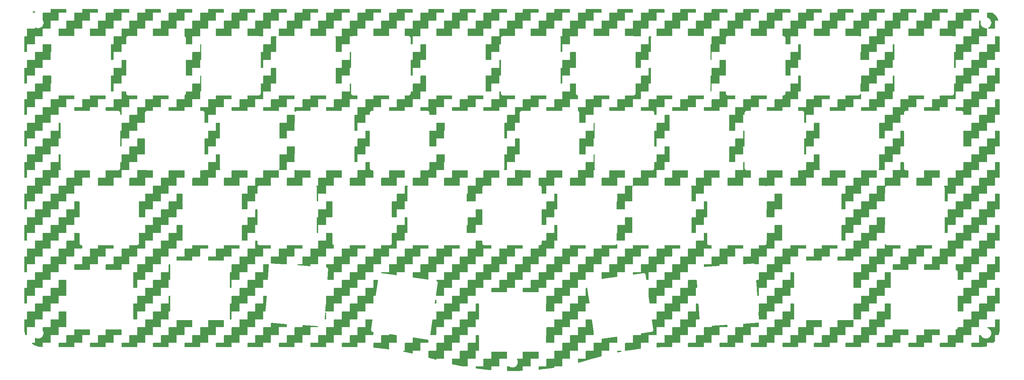
<source format=gtl>
G04 #@! TF.GenerationSoftware,KiCad,Pcbnew,8.0.2-1*
G04 #@! TF.CreationDate,2024-07-03T19:51:58+09:00*
G04 #@! TF.ProjectId,lagoon,6c61676f-6f6e-42e6-9b69-6361645f7063,rev?*
G04 #@! TF.SameCoordinates,Original*
G04 #@! TF.FileFunction,Copper,L1,Top*
G04 #@! TF.FilePolarity,Positive*
%FSLAX46Y46*%
G04 Gerber Fmt 4.6, Leading zero omitted, Abs format (unit mm)*
G04 Created by KiCad (PCBNEW 8.0.2-1) date 2024-07-03 19:51:58*
%MOMM*%
%LPD*%
G01*
G04 APERTURE LIST*
G04 APERTURE END LIST*
G04 #@! TA.AperFunction,NonConductor*
G36*
X15795035Y-13672854D02*
G01*
X15836567Y-13730435D01*
X15843750Y-13772368D01*
X15843750Y-13980250D01*
X15823748Y-14048371D01*
X15770092Y-14094864D01*
X15717750Y-14106250D01*
X15351758Y-14106250D01*
X15283637Y-14086248D01*
X15237144Y-14032592D01*
X15227040Y-13962318D01*
X15256534Y-13897738D01*
X15283909Y-13874077D01*
X15425406Y-13783661D01*
X15434800Y-13778216D01*
X15659336Y-13660727D01*
X15728965Y-13646868D01*
X15795035Y-13672854D01*
G37*
G04 #@! TD.AperFunction*
G04 #@! TA.AperFunction,NonConductor*
G36*
X259333164Y-14126252D02*
G01*
X259341764Y-14132301D01*
X259449831Y-14215253D01*
X259458266Y-14222336D01*
X259739332Y-14480148D01*
X259747124Y-14487951D01*
X260004535Y-14769340D01*
X260011619Y-14777799D01*
X260243432Y-15080639D01*
X260249749Y-15089686D01*
X260454180Y-15411644D01*
X260459681Y-15421209D01*
X260635157Y-15759815D01*
X260639800Y-15769824D01*
X260706681Y-15932284D01*
X260714117Y-16002890D01*
X260682200Y-16066308D01*
X260621064Y-16102403D01*
X260590168Y-16106250D01*
X259843750Y-16106250D01*
X259843750Y-17980250D01*
X259823748Y-18048371D01*
X259770092Y-18094864D01*
X259717750Y-18106250D01*
X258232550Y-18106250D01*
X258164429Y-18086248D01*
X258117936Y-18032592D01*
X258107832Y-17962318D01*
X258137326Y-17897738D01*
X258175345Y-17867984D01*
X258262060Y-17823801D01*
X258434036Y-17698854D01*
X258584348Y-17548542D01*
X258709295Y-17376566D01*
X258805801Y-17187162D01*
X258871490Y-16984993D01*
X258904744Y-16775037D01*
X258904744Y-16562463D01*
X258871490Y-16352507D01*
X258805801Y-16150338D01*
X258709295Y-15960934D01*
X258584348Y-15788958D01*
X258584345Y-15788955D01*
X258584343Y-15788952D01*
X258434041Y-15638650D01*
X258434038Y-15638648D01*
X258434036Y-15638646D01*
X258262060Y-15513699D01*
X258072656Y-15417193D01*
X257963947Y-15381871D01*
X257930813Y-15371105D01*
X257872208Y-15331031D01*
X257844571Y-15265634D01*
X257843750Y-15251272D01*
X257843750Y-14232250D01*
X257863752Y-14164129D01*
X257917408Y-14117636D01*
X257969750Y-14106250D01*
X259265043Y-14106250D01*
X259333164Y-14126252D01*
G37*
G04 #@! TD.AperFunction*
G04 #@! TA.AperFunction,NonConductor*
G36*
X247785871Y-13189252D02*
G01*
X247832364Y-13242908D01*
X247843750Y-13295250D01*
X247843750Y-13980250D01*
X247823748Y-14048371D01*
X247770092Y-14094864D01*
X247717750Y-14106250D01*
X245843750Y-14106250D01*
X245843750Y-15980250D01*
X245823748Y-16048371D01*
X245770092Y-16094864D01*
X245717750Y-16106250D01*
X243843750Y-16106250D01*
X243843750Y-17980250D01*
X243823748Y-18048371D01*
X243770092Y-18094864D01*
X243717750Y-18106250D01*
X241843750Y-18106250D01*
X241843750Y-19898482D01*
X241823748Y-19966603D01*
X241770092Y-20013096D01*
X241717750Y-20024482D01*
X237969750Y-20024482D01*
X237901629Y-20004480D01*
X237855136Y-19950824D01*
X237843750Y-19898482D01*
X237843750Y-18232250D01*
X237863752Y-18164129D01*
X237917408Y-18117636D01*
X237969750Y-18106250D01*
X239843750Y-18106250D01*
X239843750Y-16232250D01*
X239863752Y-16164129D01*
X239917408Y-16117636D01*
X239969750Y-16106250D01*
X241843750Y-16106250D01*
X241843750Y-14232250D01*
X241863752Y-14164129D01*
X241917408Y-14117636D01*
X241969750Y-14106250D01*
X243843750Y-14106250D01*
X243843750Y-13295250D01*
X243863752Y-13227129D01*
X243917408Y-13180636D01*
X243969750Y-13169250D01*
X247717750Y-13169250D01*
X247785871Y-13189252D01*
G37*
G04 #@! TD.AperFunction*
G04 #@! TA.AperFunction,NonConductor*
G36*
X223785871Y-13189252D02*
G01*
X223832364Y-13242908D01*
X223843750Y-13295250D01*
X223843750Y-13980250D01*
X223823748Y-14048371D01*
X223770092Y-14094864D01*
X223717750Y-14106250D01*
X221843750Y-14106250D01*
X221843750Y-15980250D01*
X221823748Y-16048371D01*
X221770092Y-16094864D01*
X221717750Y-16106250D01*
X219843750Y-16106250D01*
X219843750Y-17980250D01*
X219823748Y-18048371D01*
X219770092Y-18094864D01*
X219717750Y-18106250D01*
X217843750Y-18106250D01*
X217843750Y-19898482D01*
X217823748Y-19966603D01*
X217770092Y-20013096D01*
X217717750Y-20024482D01*
X213969750Y-20024482D01*
X213901629Y-20004480D01*
X213855136Y-19950824D01*
X213843750Y-19898482D01*
X213843750Y-18232250D01*
X213863752Y-18164129D01*
X213917408Y-18117636D01*
X213969750Y-18106250D01*
X215843750Y-18106250D01*
X215843750Y-16232250D01*
X215863752Y-16164129D01*
X215917408Y-16117636D01*
X215969750Y-16106250D01*
X217843750Y-16106250D01*
X217843750Y-14232250D01*
X217863752Y-14164129D01*
X217917408Y-14117636D01*
X217969750Y-14106250D01*
X219843750Y-14106250D01*
X219843750Y-13295250D01*
X219863752Y-13227129D01*
X219917408Y-13180636D01*
X219969750Y-13169250D01*
X223717750Y-13169250D01*
X223785871Y-13189252D01*
G37*
G04 #@! TD.AperFunction*
G04 #@! TA.AperFunction,NonConductor*
G36*
X207785871Y-13189252D02*
G01*
X207832364Y-13242908D01*
X207843750Y-13295250D01*
X207843750Y-13980250D01*
X207823748Y-14048371D01*
X207770092Y-14094864D01*
X207717750Y-14106250D01*
X205843750Y-14106250D01*
X205843750Y-15980250D01*
X205823748Y-16048371D01*
X205770092Y-16094864D01*
X205717750Y-16106250D01*
X203843750Y-16106250D01*
X203843750Y-17980250D01*
X203823748Y-18048371D01*
X203770092Y-18094864D01*
X203717750Y-18106250D01*
X201843750Y-18106250D01*
X201843750Y-19898482D01*
X201823748Y-19966603D01*
X201770092Y-20013096D01*
X201717750Y-20024482D01*
X197969750Y-20024482D01*
X197901629Y-20004480D01*
X197855136Y-19950824D01*
X197843750Y-19898482D01*
X197843750Y-18232250D01*
X197863752Y-18164129D01*
X197917408Y-18117636D01*
X197969750Y-18106250D01*
X199843750Y-18106250D01*
X199843750Y-16232250D01*
X199863752Y-16164129D01*
X199917408Y-16117636D01*
X199969750Y-16106250D01*
X201843750Y-16106250D01*
X201843750Y-14232250D01*
X201863752Y-14164129D01*
X201917408Y-14117636D01*
X201969750Y-14106250D01*
X203843750Y-14106250D01*
X203843750Y-13295250D01*
X203863752Y-13227129D01*
X203917408Y-13180636D01*
X203969750Y-13169250D01*
X207717750Y-13169250D01*
X207785871Y-13189252D01*
G37*
G04 #@! TD.AperFunction*
G04 #@! TA.AperFunction,NonConductor*
G36*
X191785871Y-13189252D02*
G01*
X191832364Y-13242908D01*
X191843750Y-13295250D01*
X191843750Y-13980250D01*
X191823748Y-14048371D01*
X191770092Y-14094864D01*
X191717750Y-14106250D01*
X189843750Y-14106250D01*
X189843750Y-15980250D01*
X189823748Y-16048371D01*
X189770092Y-16094864D01*
X189717750Y-16106250D01*
X187843750Y-16106250D01*
X187843750Y-17980250D01*
X187823748Y-18048371D01*
X187770092Y-18094864D01*
X187717750Y-18106250D01*
X185843750Y-18106250D01*
X185843750Y-19898482D01*
X185823748Y-19966603D01*
X185770092Y-20013096D01*
X185717750Y-20024482D01*
X181969750Y-20024482D01*
X181901629Y-20004480D01*
X181855136Y-19950824D01*
X181843750Y-19898482D01*
X181843750Y-18232250D01*
X181863752Y-18164129D01*
X181917408Y-18117636D01*
X181969750Y-18106250D01*
X183843750Y-18106250D01*
X183843750Y-16232250D01*
X183863752Y-16164129D01*
X183917408Y-16117636D01*
X183969750Y-16106250D01*
X185843750Y-16106250D01*
X185843750Y-14232250D01*
X185863752Y-14164129D01*
X185917408Y-14117636D01*
X185969750Y-14106250D01*
X187843750Y-14106250D01*
X187843750Y-13295250D01*
X187863752Y-13227129D01*
X187917408Y-13180636D01*
X187969750Y-13169250D01*
X191717750Y-13169250D01*
X191785871Y-13189252D01*
G37*
G04 #@! TD.AperFunction*
G04 #@! TA.AperFunction,NonConductor*
G36*
X183785871Y-13189252D02*
G01*
X183832364Y-13242908D01*
X183843750Y-13295250D01*
X183843750Y-13980250D01*
X183823748Y-14048371D01*
X183770092Y-14094864D01*
X183717750Y-14106250D01*
X181843750Y-14106250D01*
X181843750Y-15980250D01*
X181823748Y-16048371D01*
X181770092Y-16094864D01*
X181717750Y-16106250D01*
X179843750Y-16106250D01*
X179843750Y-17980250D01*
X179823748Y-18048371D01*
X179770092Y-18094864D01*
X179717750Y-18106250D01*
X177843750Y-18106250D01*
X177843750Y-19898482D01*
X177823748Y-19966603D01*
X177770092Y-20013096D01*
X177717750Y-20024482D01*
X173969750Y-20024482D01*
X173901629Y-20004480D01*
X173855136Y-19950824D01*
X173843750Y-19898482D01*
X173843750Y-18232250D01*
X173863752Y-18164129D01*
X173917408Y-18117636D01*
X173969750Y-18106250D01*
X175843750Y-18106250D01*
X175843750Y-16232250D01*
X175863752Y-16164129D01*
X175917408Y-16117636D01*
X175969750Y-16106250D01*
X177843750Y-16106250D01*
X177843750Y-14232250D01*
X177863752Y-14164129D01*
X177917408Y-14117636D01*
X177969750Y-14106250D01*
X179843750Y-14106250D01*
X179843750Y-13295250D01*
X179863752Y-13227129D01*
X179917408Y-13180636D01*
X179969750Y-13169250D01*
X183717750Y-13169250D01*
X183785871Y-13189252D01*
G37*
G04 #@! TD.AperFunction*
G04 #@! TA.AperFunction,NonConductor*
G36*
X167785871Y-13189252D02*
G01*
X167832364Y-13242908D01*
X167843750Y-13295250D01*
X167843750Y-13980250D01*
X167823748Y-14048371D01*
X167770092Y-14094864D01*
X167717750Y-14106250D01*
X165843750Y-14106250D01*
X165843750Y-15980250D01*
X165823748Y-16048371D01*
X165770092Y-16094864D01*
X165717750Y-16106250D01*
X163843750Y-16106250D01*
X163843750Y-17980250D01*
X163823748Y-18048371D01*
X163770092Y-18094864D01*
X163717750Y-18106250D01*
X161843750Y-18106250D01*
X161843750Y-19898482D01*
X161823748Y-19966603D01*
X161770092Y-20013096D01*
X161717750Y-20024482D01*
X157969750Y-20024482D01*
X157901629Y-20004480D01*
X157855136Y-19950824D01*
X157843750Y-19898482D01*
X157843750Y-18232250D01*
X157863752Y-18164129D01*
X157917408Y-18117636D01*
X157969750Y-18106250D01*
X159843750Y-18106250D01*
X159843750Y-16232250D01*
X159863752Y-16164129D01*
X159917408Y-16117636D01*
X159969750Y-16106250D01*
X161843750Y-16106250D01*
X161843750Y-14232250D01*
X161863752Y-14164129D01*
X161917408Y-14117636D01*
X161969750Y-14106250D01*
X163843750Y-14106250D01*
X163843750Y-13295250D01*
X163863752Y-13227129D01*
X163917408Y-13180636D01*
X163969750Y-13169250D01*
X167717750Y-13169250D01*
X167785871Y-13189252D01*
G37*
G04 #@! TD.AperFunction*
G04 #@! TA.AperFunction,NonConductor*
G36*
X151785871Y-13189252D02*
G01*
X151832364Y-13242908D01*
X151843750Y-13295250D01*
X151843750Y-13980250D01*
X151823748Y-14048371D01*
X151770092Y-14094864D01*
X151717750Y-14106250D01*
X149843750Y-14106250D01*
X149843750Y-15980250D01*
X149823748Y-16048371D01*
X149770092Y-16094864D01*
X149717750Y-16106250D01*
X147843750Y-16106250D01*
X147843750Y-17980250D01*
X147823748Y-18048371D01*
X147770092Y-18094864D01*
X147717750Y-18106250D01*
X145843750Y-18106250D01*
X145843750Y-19898482D01*
X145823748Y-19966603D01*
X145770092Y-20013096D01*
X145717750Y-20024482D01*
X141969750Y-20024482D01*
X141901629Y-20004480D01*
X141855136Y-19950824D01*
X141843750Y-19898482D01*
X141843750Y-18232250D01*
X141863752Y-18164129D01*
X141917408Y-18117636D01*
X141969750Y-18106250D01*
X143843750Y-18106250D01*
X143843750Y-16232250D01*
X143863752Y-16164129D01*
X143917408Y-16117636D01*
X143969750Y-16106250D01*
X145843750Y-16106250D01*
X145843750Y-14232250D01*
X145863752Y-14164129D01*
X145917408Y-14117636D01*
X145969750Y-14106250D01*
X147843750Y-14106250D01*
X147843750Y-13295250D01*
X147863752Y-13227129D01*
X147917408Y-13180636D01*
X147969750Y-13169250D01*
X151717750Y-13169250D01*
X151785871Y-13189252D01*
G37*
G04 #@! TD.AperFunction*
G04 #@! TA.AperFunction,NonConductor*
G36*
X135785871Y-13189252D02*
G01*
X135832364Y-13242908D01*
X135843750Y-13295250D01*
X135843750Y-13980250D01*
X135823748Y-14048371D01*
X135770092Y-14094864D01*
X135717750Y-14106250D01*
X133843750Y-14106250D01*
X133843750Y-15980250D01*
X133823748Y-16048371D01*
X133770092Y-16094864D01*
X133717750Y-16106250D01*
X131843750Y-16106250D01*
X131843750Y-17980250D01*
X131823748Y-18048371D01*
X131770092Y-18094864D01*
X131717750Y-18106250D01*
X129843750Y-18106250D01*
X129843750Y-19898482D01*
X129823748Y-19966603D01*
X129770092Y-20013096D01*
X129717750Y-20024482D01*
X125969750Y-20024482D01*
X125901629Y-20004480D01*
X125855136Y-19950824D01*
X125843750Y-19898482D01*
X125843750Y-18232250D01*
X125863752Y-18164129D01*
X125917408Y-18117636D01*
X125969750Y-18106250D01*
X127843750Y-18106250D01*
X127843750Y-16232250D01*
X127863752Y-16164129D01*
X127917408Y-16117636D01*
X127969750Y-16106250D01*
X129843750Y-16106250D01*
X129843750Y-14232250D01*
X129863752Y-14164129D01*
X129917408Y-14117636D01*
X129969750Y-14106250D01*
X131843750Y-14106250D01*
X131843750Y-13295250D01*
X131863752Y-13227129D01*
X131917408Y-13180636D01*
X131969750Y-13169250D01*
X135717750Y-13169250D01*
X135785871Y-13189252D01*
G37*
G04 #@! TD.AperFunction*
G04 #@! TA.AperFunction,NonConductor*
G36*
X127785871Y-13189252D02*
G01*
X127832364Y-13242908D01*
X127843750Y-13295250D01*
X127843750Y-13980250D01*
X127823748Y-14048371D01*
X127770092Y-14094864D01*
X127717750Y-14106250D01*
X125843750Y-14106250D01*
X125843750Y-15980250D01*
X125823748Y-16048371D01*
X125770092Y-16094864D01*
X125717750Y-16106250D01*
X123843750Y-16106250D01*
X123843750Y-17980250D01*
X123823748Y-18048371D01*
X123770092Y-18094864D01*
X123717750Y-18106250D01*
X121843750Y-18106250D01*
X121843750Y-19898482D01*
X121823748Y-19966603D01*
X121770092Y-20013096D01*
X121717750Y-20024482D01*
X117969750Y-20024482D01*
X117901629Y-20004480D01*
X117855136Y-19950824D01*
X117843750Y-19898482D01*
X117843750Y-18232250D01*
X117863752Y-18164129D01*
X117917408Y-18117636D01*
X117969750Y-18106250D01*
X119843750Y-18106250D01*
X119843750Y-16232250D01*
X119863752Y-16164129D01*
X119917408Y-16117636D01*
X119969750Y-16106250D01*
X121843750Y-16106250D01*
X121843750Y-14232250D01*
X121863752Y-14164129D01*
X121917408Y-14117636D01*
X121969750Y-14106250D01*
X123843750Y-14106250D01*
X123843750Y-13295250D01*
X123863752Y-13227129D01*
X123917408Y-13180636D01*
X123969750Y-13169250D01*
X127717750Y-13169250D01*
X127785871Y-13189252D01*
G37*
G04 #@! TD.AperFunction*
G04 #@! TA.AperFunction,NonConductor*
G36*
X111785871Y-13189252D02*
G01*
X111832364Y-13242908D01*
X111843750Y-13295250D01*
X111843750Y-13980250D01*
X111823748Y-14048371D01*
X111770092Y-14094864D01*
X111717750Y-14106250D01*
X109843750Y-14106250D01*
X109843750Y-15980250D01*
X109823748Y-16048371D01*
X109770092Y-16094864D01*
X109717750Y-16106250D01*
X107843750Y-16106250D01*
X107843750Y-17980250D01*
X107823748Y-18048371D01*
X107770092Y-18094864D01*
X107717750Y-18106250D01*
X105843750Y-18106250D01*
X105843750Y-19898482D01*
X105823748Y-19966603D01*
X105770092Y-20013096D01*
X105717750Y-20024482D01*
X101969750Y-20024482D01*
X101901629Y-20004480D01*
X101855136Y-19950824D01*
X101843750Y-19898482D01*
X101843750Y-18232250D01*
X101863752Y-18164129D01*
X101917408Y-18117636D01*
X101969750Y-18106250D01*
X103843750Y-18106250D01*
X103843750Y-16232250D01*
X103863752Y-16164129D01*
X103917408Y-16117636D01*
X103969750Y-16106250D01*
X105843750Y-16106250D01*
X105843750Y-14232250D01*
X105863752Y-14164129D01*
X105917408Y-14117636D01*
X105969750Y-14106250D01*
X107843750Y-14106250D01*
X107843750Y-13295250D01*
X107863752Y-13227129D01*
X107917408Y-13180636D01*
X107969750Y-13169250D01*
X111717750Y-13169250D01*
X111785871Y-13189252D01*
G37*
G04 #@! TD.AperFunction*
G04 #@! TA.AperFunction,NonConductor*
G36*
X95785871Y-13189252D02*
G01*
X95832364Y-13242908D01*
X95843750Y-13295250D01*
X95843750Y-13980250D01*
X95823748Y-14048371D01*
X95770092Y-14094864D01*
X95717750Y-14106250D01*
X93843750Y-14106250D01*
X93843750Y-15980250D01*
X93823748Y-16048371D01*
X93770092Y-16094864D01*
X93717750Y-16106250D01*
X91843750Y-16106250D01*
X91843750Y-17980250D01*
X91823748Y-18048371D01*
X91770092Y-18094864D01*
X91717750Y-18106250D01*
X89843750Y-18106250D01*
X89843750Y-19898482D01*
X89823748Y-19966603D01*
X89770092Y-20013096D01*
X89717750Y-20024482D01*
X85969750Y-20024482D01*
X85901629Y-20004480D01*
X85855136Y-19950824D01*
X85843750Y-19898482D01*
X85843750Y-18232250D01*
X85863752Y-18164129D01*
X85917408Y-18117636D01*
X85969750Y-18106250D01*
X87843750Y-18106250D01*
X87843750Y-16232250D01*
X87863752Y-16164129D01*
X87917408Y-16117636D01*
X87969750Y-16106250D01*
X89843750Y-16106250D01*
X89843750Y-14232250D01*
X89863752Y-14164129D01*
X89917408Y-14117636D01*
X89969750Y-14106250D01*
X91843750Y-14106250D01*
X91843750Y-13295250D01*
X91863752Y-13227129D01*
X91917408Y-13180636D01*
X91969750Y-13169250D01*
X95717750Y-13169250D01*
X95785871Y-13189252D01*
G37*
G04 #@! TD.AperFunction*
G04 #@! TA.AperFunction,NonConductor*
G36*
X87785871Y-13189252D02*
G01*
X87832364Y-13242908D01*
X87843750Y-13295250D01*
X87843750Y-13980250D01*
X87823748Y-14048371D01*
X87770092Y-14094864D01*
X87717750Y-14106250D01*
X85843750Y-14106250D01*
X85843750Y-15980250D01*
X85823748Y-16048371D01*
X85770092Y-16094864D01*
X85717750Y-16106250D01*
X83843750Y-16106250D01*
X83843750Y-17980250D01*
X83823748Y-18048371D01*
X83770092Y-18094864D01*
X83717750Y-18106250D01*
X81843750Y-18106250D01*
X81843750Y-19898482D01*
X81823748Y-19966603D01*
X81770092Y-20013096D01*
X81717750Y-20024482D01*
X77969750Y-20024482D01*
X77901629Y-20004480D01*
X77855136Y-19950824D01*
X77843750Y-19898482D01*
X77843750Y-18232250D01*
X77863752Y-18164129D01*
X77917408Y-18117636D01*
X77969750Y-18106250D01*
X79843750Y-18106250D01*
X79843750Y-16232250D01*
X79863752Y-16164129D01*
X79917408Y-16117636D01*
X79969750Y-16106250D01*
X81843750Y-16106250D01*
X81843750Y-14232250D01*
X81863752Y-14164129D01*
X81917408Y-14117636D01*
X81969750Y-14106250D01*
X83843750Y-14106250D01*
X83843750Y-13295250D01*
X83863752Y-13227129D01*
X83917408Y-13180636D01*
X83969750Y-13169250D01*
X87717750Y-13169250D01*
X87785871Y-13189252D01*
G37*
G04 #@! TD.AperFunction*
G04 #@! TA.AperFunction,NonConductor*
G36*
X71785871Y-13189252D02*
G01*
X71832364Y-13242908D01*
X71843750Y-13295250D01*
X71843750Y-13980250D01*
X71823748Y-14048371D01*
X71770092Y-14094864D01*
X71717750Y-14106250D01*
X69843750Y-14106250D01*
X69843750Y-15980250D01*
X69823748Y-16048371D01*
X69770092Y-16094864D01*
X69717750Y-16106250D01*
X67843750Y-16106250D01*
X67843750Y-17980250D01*
X67823748Y-18048371D01*
X67770092Y-18094864D01*
X67717750Y-18106250D01*
X65843750Y-18106250D01*
X65843750Y-19898482D01*
X65823748Y-19966603D01*
X65770092Y-20013096D01*
X65717750Y-20024482D01*
X61969750Y-20024482D01*
X61901629Y-20004480D01*
X61855136Y-19950824D01*
X61843750Y-19898482D01*
X61843750Y-18232250D01*
X61863752Y-18164129D01*
X61917408Y-18117636D01*
X61969750Y-18106250D01*
X63843750Y-18106250D01*
X63843750Y-16232250D01*
X63863752Y-16164129D01*
X63917408Y-16117636D01*
X63969750Y-16106250D01*
X65843750Y-16106250D01*
X65843750Y-14232250D01*
X65863752Y-14164129D01*
X65917408Y-14117636D01*
X65969750Y-14106250D01*
X67843750Y-14106250D01*
X67843750Y-13295250D01*
X67863752Y-13227129D01*
X67917408Y-13180636D01*
X67969750Y-13169250D01*
X71717750Y-13169250D01*
X71785871Y-13189252D01*
G37*
G04 #@! TD.AperFunction*
G04 #@! TA.AperFunction,NonConductor*
G36*
X55785871Y-13189252D02*
G01*
X55832364Y-13242908D01*
X55843750Y-13295250D01*
X55843750Y-13980250D01*
X55823748Y-14048371D01*
X55770092Y-14094864D01*
X55717750Y-14106250D01*
X53843750Y-14106250D01*
X53843750Y-15980250D01*
X53823748Y-16048371D01*
X53770092Y-16094864D01*
X53717750Y-16106250D01*
X51843750Y-16106250D01*
X51843750Y-17980250D01*
X51823748Y-18048371D01*
X51770092Y-18094864D01*
X51717750Y-18106250D01*
X49843750Y-18106250D01*
X49843750Y-19898482D01*
X49823748Y-19966603D01*
X49770092Y-20013096D01*
X49717750Y-20024482D01*
X45969750Y-20024482D01*
X45901629Y-20004480D01*
X45855136Y-19950824D01*
X45843750Y-19898482D01*
X45843750Y-18232250D01*
X45863752Y-18164129D01*
X45917408Y-18117636D01*
X45969750Y-18106250D01*
X47843750Y-18106250D01*
X47843750Y-16232250D01*
X47863752Y-16164129D01*
X47917408Y-16117636D01*
X47969750Y-16106250D01*
X49843750Y-16106250D01*
X49843750Y-14232250D01*
X49863752Y-14164129D01*
X49917408Y-14117636D01*
X49969750Y-14106250D01*
X51843750Y-14106250D01*
X51843750Y-13295250D01*
X51863752Y-13227129D01*
X51917408Y-13180636D01*
X51969750Y-13169250D01*
X55717750Y-13169250D01*
X55785871Y-13189252D01*
G37*
G04 #@! TD.AperFunction*
G04 #@! TA.AperFunction,NonConductor*
G36*
X39785871Y-13189252D02*
G01*
X39832364Y-13242908D01*
X39843750Y-13295250D01*
X39843750Y-13980250D01*
X39823748Y-14048371D01*
X39770092Y-14094864D01*
X39717750Y-14106250D01*
X37843750Y-14106250D01*
X37843750Y-15980250D01*
X37823748Y-16048371D01*
X37770092Y-16094864D01*
X37717750Y-16106250D01*
X35843750Y-16106250D01*
X35843750Y-17980250D01*
X35823748Y-18048371D01*
X35770092Y-18094864D01*
X35717750Y-18106250D01*
X33843750Y-18106250D01*
X33843750Y-19898482D01*
X33823748Y-19966603D01*
X33770092Y-20013096D01*
X33717750Y-20024482D01*
X29969750Y-20024482D01*
X29901629Y-20004480D01*
X29855136Y-19950824D01*
X29843750Y-19898482D01*
X29843750Y-18232250D01*
X29863752Y-18164129D01*
X29917408Y-18117636D01*
X29969750Y-18106250D01*
X31843750Y-18106250D01*
X31843750Y-16232250D01*
X31863752Y-16164129D01*
X31917408Y-16117636D01*
X31969750Y-16106250D01*
X33843750Y-16106250D01*
X33843750Y-14232250D01*
X33863752Y-14164129D01*
X33917408Y-14117636D01*
X33969750Y-14106250D01*
X35843750Y-14106250D01*
X35843750Y-13295250D01*
X35863752Y-13227129D01*
X35917408Y-13180636D01*
X35969750Y-13169250D01*
X39717750Y-13169250D01*
X39785871Y-13189252D01*
G37*
G04 #@! TD.AperFunction*
G04 #@! TA.AperFunction,NonConductor*
G36*
X31785871Y-13189252D02*
G01*
X31832364Y-13242908D01*
X31843750Y-13295250D01*
X31843750Y-13980250D01*
X31823748Y-14048371D01*
X31770092Y-14094864D01*
X31717750Y-14106250D01*
X29843750Y-14106250D01*
X29843750Y-15980250D01*
X29823748Y-16048371D01*
X29770092Y-16094864D01*
X29717750Y-16106250D01*
X27843750Y-16106250D01*
X27843750Y-17980250D01*
X27823748Y-18048371D01*
X27770092Y-18094864D01*
X27717750Y-18106250D01*
X25843750Y-18106250D01*
X25843750Y-19898482D01*
X25823748Y-19966603D01*
X25770092Y-20013096D01*
X25717750Y-20024482D01*
X21969750Y-20024482D01*
X21901629Y-20004480D01*
X21855136Y-19950824D01*
X21843750Y-19898482D01*
X21843750Y-18232250D01*
X21863752Y-18164129D01*
X21917408Y-18117636D01*
X21969750Y-18106250D01*
X23843750Y-18106250D01*
X23843750Y-16232250D01*
X23863752Y-16164129D01*
X23917408Y-16117636D01*
X23969750Y-16106250D01*
X25843750Y-16106250D01*
X25843750Y-14232250D01*
X25863752Y-14164129D01*
X25917408Y-14117636D01*
X25969750Y-14106250D01*
X27843750Y-14106250D01*
X27843750Y-13295250D01*
X27863752Y-13227129D01*
X27917408Y-13180636D01*
X27969750Y-13169250D01*
X31717750Y-13169250D01*
X31785871Y-13189252D01*
G37*
G04 #@! TD.AperFunction*
G04 #@! TA.AperFunction,NonConductor*
G36*
X255785871Y-13189252D02*
G01*
X255832364Y-13242908D01*
X255843750Y-13295250D01*
X255843750Y-13980250D01*
X255823748Y-14048371D01*
X255770092Y-14094864D01*
X255717750Y-14106250D01*
X253843750Y-14106250D01*
X253843750Y-15980250D01*
X253823748Y-16048371D01*
X253770092Y-16094864D01*
X253717750Y-16106250D01*
X251843750Y-16106250D01*
X251843750Y-17980250D01*
X251823748Y-18048371D01*
X251770092Y-18094864D01*
X251717750Y-18106250D01*
X249843750Y-18106250D01*
X249843750Y-19980250D01*
X249823748Y-20048371D01*
X249770092Y-20094864D01*
X249717750Y-20106250D01*
X249244981Y-20106250D01*
X249181981Y-20089369D01*
X249128675Y-20058592D01*
X249128672Y-20058591D01*
X249128671Y-20058590D01*
X249128669Y-20058589D01*
X249128668Y-20058589D01*
X249090533Y-20048371D01*
X249001377Y-20024482D01*
X249001375Y-20024482D01*
X245969750Y-20024482D01*
X245901629Y-20004480D01*
X245855136Y-19950824D01*
X245843750Y-19898482D01*
X245843750Y-18232250D01*
X245863752Y-18164129D01*
X245917408Y-18117636D01*
X245969750Y-18106250D01*
X247843750Y-18106250D01*
X247843750Y-16232250D01*
X247863752Y-16164129D01*
X247917408Y-16117636D01*
X247969750Y-16106250D01*
X249843750Y-16106250D01*
X249843750Y-14232250D01*
X249863752Y-14164129D01*
X249917408Y-14117636D01*
X249969750Y-14106250D01*
X251843750Y-14106250D01*
X251843750Y-13295250D01*
X251863752Y-13227129D01*
X251917408Y-13180636D01*
X251969750Y-13169250D01*
X255717750Y-13169250D01*
X255785871Y-13189252D01*
G37*
G04 #@! TD.AperFunction*
G04 #@! TA.AperFunction,NonConductor*
G36*
X231785871Y-13189252D02*
G01*
X231832364Y-13242908D01*
X231843750Y-13295250D01*
X231843750Y-13980250D01*
X231823748Y-14048371D01*
X231770092Y-14094864D01*
X231717750Y-14106250D01*
X229843750Y-14106250D01*
X229843750Y-15980250D01*
X229823748Y-16048371D01*
X229770092Y-16094864D01*
X229717750Y-16106250D01*
X227843750Y-16106250D01*
X227843750Y-17980250D01*
X227823748Y-18048371D01*
X227770092Y-18094864D01*
X227717750Y-18106250D01*
X225843750Y-18106250D01*
X225843750Y-19980250D01*
X225823748Y-20048371D01*
X225770092Y-20094864D01*
X225717750Y-20106250D01*
X225432481Y-20106250D01*
X225369481Y-20089369D01*
X225316175Y-20058592D01*
X225316172Y-20058591D01*
X225316171Y-20058590D01*
X225316169Y-20058589D01*
X225316168Y-20058589D01*
X225278033Y-20048371D01*
X225188877Y-20024482D01*
X225188875Y-20024482D01*
X221969750Y-20024482D01*
X221901629Y-20004480D01*
X221855136Y-19950824D01*
X221843750Y-19898482D01*
X221843750Y-18232250D01*
X221863752Y-18164129D01*
X221917408Y-18117636D01*
X221969750Y-18106250D01*
X223843750Y-18106250D01*
X223843750Y-16232250D01*
X223863752Y-16164129D01*
X223917408Y-16117636D01*
X223969750Y-16106250D01*
X225843750Y-16106250D01*
X225843750Y-14232250D01*
X225863752Y-14164129D01*
X225917408Y-14117636D01*
X225969750Y-14106250D01*
X227843750Y-14106250D01*
X227843750Y-13295250D01*
X227863752Y-13227129D01*
X227917408Y-13180636D01*
X227969750Y-13169250D01*
X231717750Y-13169250D01*
X231785871Y-13189252D01*
G37*
G04 #@! TD.AperFunction*
G04 #@! TA.AperFunction,NonConductor*
G36*
X175785871Y-13189252D02*
G01*
X175832364Y-13242908D01*
X175843750Y-13295250D01*
X175843750Y-13980250D01*
X175823748Y-14048371D01*
X175770092Y-14094864D01*
X175717750Y-14106250D01*
X173843750Y-14106250D01*
X173843750Y-15980250D01*
X173823748Y-16048371D01*
X173770092Y-16094864D01*
X173717750Y-16106250D01*
X171843750Y-16106250D01*
X171843750Y-17980250D01*
X171823748Y-18048371D01*
X171770092Y-18094864D01*
X171717750Y-18106250D01*
X169843750Y-18106250D01*
X169843750Y-19980250D01*
X169823748Y-20048371D01*
X169770092Y-20094864D01*
X169717750Y-20106250D01*
X168282481Y-20106250D01*
X168219481Y-20089369D01*
X168166175Y-20058592D01*
X168166172Y-20058591D01*
X168166171Y-20058590D01*
X168166169Y-20058589D01*
X168166168Y-20058589D01*
X168128033Y-20048371D01*
X168038877Y-20024482D01*
X168038875Y-20024482D01*
X165969750Y-20024482D01*
X165901629Y-20004480D01*
X165855136Y-19950824D01*
X165843750Y-19898482D01*
X165843750Y-18232250D01*
X165863752Y-18164129D01*
X165917408Y-18117636D01*
X165969750Y-18106250D01*
X167843750Y-18106250D01*
X167843750Y-16232250D01*
X167863752Y-16164129D01*
X167917408Y-16117636D01*
X167969750Y-16106250D01*
X169843750Y-16106250D01*
X169843750Y-14232250D01*
X169863752Y-14164129D01*
X169917408Y-14117636D01*
X169969750Y-14106250D01*
X171843750Y-14106250D01*
X171843750Y-13295250D01*
X171863752Y-13227129D01*
X171917408Y-13180636D01*
X171969750Y-13169250D01*
X175717750Y-13169250D01*
X175785871Y-13189252D01*
G37*
G04 #@! TD.AperFunction*
G04 #@! TA.AperFunction,NonConductor*
G36*
X79785871Y-13189252D02*
G01*
X79832364Y-13242908D01*
X79843750Y-13295250D01*
X79843750Y-13980250D01*
X79823748Y-14048371D01*
X79770092Y-14094864D01*
X79717750Y-14106250D01*
X77843750Y-14106250D01*
X77843750Y-15980250D01*
X77823748Y-16048371D01*
X77770092Y-16094864D01*
X77717750Y-16106250D01*
X75843750Y-16106250D01*
X75843750Y-17980250D01*
X75823748Y-18048371D01*
X75770092Y-18094864D01*
X75717750Y-18106250D01*
X73843750Y-18106250D01*
X73843750Y-19980250D01*
X73823748Y-20048371D01*
X73770092Y-20094864D01*
X73717750Y-20106250D01*
X73032481Y-20106250D01*
X72969481Y-20089369D01*
X72916175Y-20058592D01*
X72916172Y-20058591D01*
X72916171Y-20058590D01*
X72916169Y-20058589D01*
X72916168Y-20058589D01*
X72878033Y-20048371D01*
X72788877Y-20024482D01*
X72788875Y-20024482D01*
X69969750Y-20024482D01*
X69901629Y-20004480D01*
X69855136Y-19950824D01*
X69843750Y-19898482D01*
X69843750Y-18232250D01*
X69863752Y-18164129D01*
X69917408Y-18117636D01*
X69969750Y-18106250D01*
X71843750Y-18106250D01*
X71843750Y-16232250D01*
X71863752Y-16164129D01*
X71917408Y-16117636D01*
X71969750Y-16106250D01*
X73843750Y-16106250D01*
X73843750Y-14232250D01*
X73863752Y-14164129D01*
X73917408Y-14117636D01*
X73969750Y-14106250D01*
X75843750Y-14106250D01*
X75843750Y-13295250D01*
X75863752Y-13227129D01*
X75917408Y-13180636D01*
X75969750Y-13169250D01*
X79717750Y-13169250D01*
X79785871Y-13189252D01*
G37*
G04 #@! TD.AperFunction*
G04 #@! TA.AperFunction,NonConductor*
G36*
X215785871Y-13189252D02*
G01*
X215832364Y-13242908D01*
X215843750Y-13295250D01*
X215843750Y-13980250D01*
X215823748Y-14048371D01*
X215770092Y-14094864D01*
X215717750Y-14106250D01*
X213843750Y-14106250D01*
X213843750Y-15980250D01*
X213823748Y-16048371D01*
X213770092Y-16094864D01*
X213717750Y-16106250D01*
X211843750Y-16106250D01*
X211843750Y-17980250D01*
X211823748Y-18048371D01*
X211770092Y-18094864D01*
X211717750Y-18106250D01*
X209843750Y-18106250D01*
X209843750Y-19980250D01*
X209823748Y-20048371D01*
X209770092Y-20094864D01*
X209717750Y-20106250D01*
X207843750Y-20106250D01*
X207843750Y-21980250D01*
X207823748Y-22048371D01*
X207770092Y-22094864D01*
X207717750Y-22106250D01*
X206699485Y-22106250D01*
X206631364Y-22086248D01*
X206584871Y-22032592D01*
X206573485Y-21980250D01*
X206573485Y-20459091D01*
X206573485Y-20459090D01*
X206539377Y-20331796D01*
X206473485Y-20217668D01*
X206473483Y-20217666D01*
X206473479Y-20217661D01*
X206380305Y-20124487D01*
X206380295Y-20124479D01*
X206266175Y-20058592D01*
X206266172Y-20058591D01*
X206266171Y-20058590D01*
X206266169Y-20058589D01*
X206266168Y-20058589D01*
X206228033Y-20048371D01*
X206138877Y-20024482D01*
X206138875Y-20024482D01*
X205969750Y-20024482D01*
X205901629Y-20004480D01*
X205855136Y-19950824D01*
X205843750Y-19898482D01*
X205843750Y-18232250D01*
X205863752Y-18164129D01*
X205917408Y-18117636D01*
X205969750Y-18106250D01*
X207843750Y-18106250D01*
X207843750Y-16232250D01*
X207863752Y-16164129D01*
X207917408Y-16117636D01*
X207969750Y-16106250D01*
X209843750Y-16106250D01*
X209843750Y-14232250D01*
X209863752Y-14164129D01*
X209917408Y-14117636D01*
X209969750Y-14106250D01*
X211843750Y-14106250D01*
X211843750Y-13295250D01*
X211863752Y-13227129D01*
X211917408Y-13180636D01*
X211969750Y-13169250D01*
X215717750Y-13169250D01*
X215785871Y-13189252D01*
G37*
G04 #@! TD.AperFunction*
G04 #@! TA.AperFunction,NonConductor*
G36*
X119785871Y-13189252D02*
G01*
X119832364Y-13242908D01*
X119843750Y-13295250D01*
X119843750Y-13980250D01*
X119823748Y-14048371D01*
X119770092Y-14094864D01*
X119717750Y-14106250D01*
X117843750Y-14106250D01*
X117843750Y-15980250D01*
X117823748Y-16048371D01*
X117770092Y-16094864D01*
X117717750Y-16106250D01*
X115843750Y-16106250D01*
X115843750Y-17980250D01*
X115823748Y-18048371D01*
X115770092Y-18094864D01*
X115717750Y-18106250D01*
X113843750Y-18106250D01*
X113843750Y-19980250D01*
X113823748Y-20048371D01*
X113770092Y-20094864D01*
X113717750Y-20106250D01*
X111843750Y-20106250D01*
X111843750Y-21980250D01*
X111823748Y-22048371D01*
X111770092Y-22094864D01*
X111717750Y-22106250D01*
X111449485Y-22106250D01*
X111381364Y-22086248D01*
X111334871Y-22032592D01*
X111323485Y-21980250D01*
X111323485Y-20459091D01*
X111323485Y-20459090D01*
X111289377Y-20331796D01*
X111223485Y-20217668D01*
X111223483Y-20217666D01*
X111223479Y-20217661D01*
X111130305Y-20124487D01*
X111130295Y-20124479D01*
X111016175Y-20058592D01*
X111016172Y-20058591D01*
X111016171Y-20058590D01*
X111016169Y-20058589D01*
X111016168Y-20058589D01*
X110978033Y-20048371D01*
X110888877Y-20024482D01*
X110888875Y-20024482D01*
X109969750Y-20024482D01*
X109901629Y-20004480D01*
X109855136Y-19950824D01*
X109843750Y-19898482D01*
X109843750Y-18232250D01*
X109863752Y-18164129D01*
X109917408Y-18117636D01*
X109969750Y-18106250D01*
X111843750Y-18106250D01*
X111843750Y-16232250D01*
X111863752Y-16164129D01*
X111917408Y-16117636D01*
X111969750Y-16106250D01*
X113843750Y-16106250D01*
X113843750Y-14232250D01*
X113863752Y-14164129D01*
X113917408Y-14117636D01*
X113969750Y-14106250D01*
X115843750Y-14106250D01*
X115843750Y-13295250D01*
X115863752Y-13227129D01*
X115917408Y-13180636D01*
X115969750Y-13169250D01*
X119717750Y-13169250D01*
X119785871Y-13189252D01*
G37*
G04 #@! TD.AperFunction*
G04 #@! TA.AperFunction,NonConductor*
G36*
X63785871Y-13189252D02*
G01*
X63832364Y-13242908D01*
X63843750Y-13295250D01*
X63843750Y-13980250D01*
X63823748Y-14048371D01*
X63770092Y-14094864D01*
X63717750Y-14106250D01*
X61843750Y-14106250D01*
X61843750Y-15980250D01*
X61823748Y-16048371D01*
X61770092Y-16094864D01*
X61717750Y-16106250D01*
X59843750Y-16106250D01*
X59843750Y-17980250D01*
X59823748Y-18048371D01*
X59770092Y-18094864D01*
X59717750Y-18106250D01*
X57843750Y-18106250D01*
X57843750Y-19980250D01*
X57823748Y-20048371D01*
X57770092Y-20094864D01*
X57717750Y-20106250D01*
X55843750Y-20106250D01*
X55843750Y-21980250D01*
X55823748Y-22048371D01*
X55770092Y-22094864D01*
X55717750Y-22106250D01*
X54299485Y-22106250D01*
X54231364Y-22086248D01*
X54184871Y-22032592D01*
X54173485Y-21980250D01*
X54173485Y-20459091D01*
X54173485Y-20459090D01*
X54139377Y-20331796D01*
X54073485Y-20217668D01*
X54073483Y-20217666D01*
X54073479Y-20217661D01*
X53980305Y-20124487D01*
X53980295Y-20124479D01*
X53906750Y-20082018D01*
X53857757Y-20030635D01*
X53843750Y-19972899D01*
X53843750Y-18232250D01*
X53863752Y-18164129D01*
X53917408Y-18117636D01*
X53969750Y-18106250D01*
X55843750Y-18106250D01*
X55843750Y-16232250D01*
X55863752Y-16164129D01*
X55917408Y-16117636D01*
X55969750Y-16106250D01*
X57843750Y-16106250D01*
X57843750Y-14232250D01*
X57863752Y-14164129D01*
X57917408Y-14117636D01*
X57969750Y-14106250D01*
X59843750Y-14106250D01*
X59843750Y-13295250D01*
X59863752Y-13227129D01*
X59917408Y-13180636D01*
X59969750Y-13169250D01*
X63717750Y-13169250D01*
X63785871Y-13189252D01*
G37*
G04 #@! TD.AperFunction*
G04 #@! TA.AperFunction,NonConductor*
G36*
X159785871Y-13189252D02*
G01*
X159832364Y-13242908D01*
X159843750Y-13295250D01*
X159843750Y-13980250D01*
X159823748Y-14048371D01*
X159770092Y-14094864D01*
X159717750Y-14106250D01*
X157843750Y-14106250D01*
X157843750Y-15980250D01*
X157823748Y-16048371D01*
X157770092Y-16094864D01*
X157717750Y-16106250D01*
X155843750Y-16106250D01*
X155843750Y-17980250D01*
X155823748Y-18048371D01*
X155770092Y-18094864D01*
X155717750Y-18106250D01*
X153843750Y-18106250D01*
X153843750Y-19917976D01*
X153823748Y-19986097D01*
X153770092Y-20032590D01*
X153750362Y-20039682D01*
X153679806Y-20058587D01*
X153679794Y-20058592D01*
X153626489Y-20089369D01*
X153563489Y-20106250D01*
X151843750Y-20106250D01*
X151843750Y-21980250D01*
X151823748Y-22048371D01*
X151770092Y-22094864D01*
X151717750Y-22106250D01*
X149843750Y-22106250D01*
X149843750Y-23980250D01*
X149823748Y-24048371D01*
X149770092Y-24094864D01*
X149717750Y-24106250D01*
X149549485Y-24106250D01*
X149481364Y-24086248D01*
X149434871Y-24032592D01*
X149423485Y-23980250D01*
X149423485Y-20459091D01*
X149423485Y-20459090D01*
X149389377Y-20331796D01*
X149368276Y-20295249D01*
X149351539Y-20226255D01*
X149374759Y-20159163D01*
X149430567Y-20115276D01*
X149477396Y-20106250D01*
X149843750Y-20106250D01*
X149843750Y-18232250D01*
X149863752Y-18164129D01*
X149917408Y-18117636D01*
X149969750Y-18106250D01*
X151843750Y-18106250D01*
X151843750Y-16232250D01*
X151863752Y-16164129D01*
X151917408Y-16117636D01*
X151969750Y-16106250D01*
X153843750Y-16106250D01*
X153843750Y-14232250D01*
X153863752Y-14164129D01*
X153917408Y-14117636D01*
X153969750Y-14106250D01*
X155843750Y-14106250D01*
X155843750Y-13295250D01*
X155863752Y-13227129D01*
X155917408Y-13180636D01*
X155969750Y-13169250D01*
X159717750Y-13169250D01*
X159785871Y-13189252D01*
G37*
G04 #@! TD.AperFunction*
G04 #@! TA.AperFunction,NonConductor*
G36*
X103785871Y-13189252D02*
G01*
X103832364Y-13242908D01*
X103843750Y-13295250D01*
X103843750Y-13980250D01*
X103823748Y-14048371D01*
X103770092Y-14094864D01*
X103717750Y-14106250D01*
X101843750Y-14106250D01*
X101843750Y-15980250D01*
X101823748Y-16048371D01*
X101770092Y-16094864D01*
X101717750Y-16106250D01*
X99843750Y-16106250D01*
X99843750Y-17980250D01*
X99823748Y-18048371D01*
X99770092Y-18094864D01*
X99717750Y-18106250D01*
X97843750Y-18106250D01*
X97843750Y-19898482D01*
X97823748Y-19966603D01*
X97770092Y-20013096D01*
X97717750Y-20024482D01*
X96788877Y-20024482D01*
X96657093Y-20024482D01*
X96588879Y-20042759D01*
X96529801Y-20058589D01*
X96529794Y-20058592D01*
X96476489Y-20089369D01*
X96413489Y-20106250D01*
X95843750Y-20106250D01*
X95843750Y-21980250D01*
X95823748Y-22048371D01*
X95770092Y-22094864D01*
X95717750Y-22106250D01*
X93843750Y-22106250D01*
X93843750Y-23980250D01*
X93823748Y-24048371D01*
X93770092Y-24094864D01*
X93717750Y-24106250D01*
X92399485Y-24106250D01*
X92331364Y-24086248D01*
X92284871Y-24032592D01*
X92273485Y-23980250D01*
X92273485Y-20459091D01*
X92273485Y-20459090D01*
X92239377Y-20331796D01*
X92218276Y-20295249D01*
X92201539Y-20226255D01*
X92224759Y-20159163D01*
X92280567Y-20115276D01*
X92327396Y-20106250D01*
X93843750Y-20106250D01*
X93843750Y-18232250D01*
X93863752Y-18164129D01*
X93917408Y-18117636D01*
X93969750Y-18106250D01*
X95843750Y-18106250D01*
X95843750Y-16232250D01*
X95863752Y-16164129D01*
X95917408Y-16117636D01*
X95969750Y-16106250D01*
X97843750Y-16106250D01*
X97843750Y-14232250D01*
X97863752Y-14164129D01*
X97917408Y-14117636D01*
X97969750Y-14106250D01*
X99843750Y-14106250D01*
X99843750Y-13295250D01*
X99863752Y-13227129D01*
X99917408Y-13180636D01*
X99969750Y-13169250D01*
X103717750Y-13169250D01*
X103785871Y-13189252D01*
G37*
G04 #@! TD.AperFunction*
G04 #@! TA.AperFunction,NonConductor*
G36*
X23785871Y-13189252D02*
G01*
X23832364Y-13242908D01*
X23843750Y-13295250D01*
X23843750Y-13980250D01*
X23823748Y-14048371D01*
X23770092Y-14094864D01*
X23717750Y-14106250D01*
X21843750Y-14106250D01*
X21843750Y-15980250D01*
X21823748Y-16048371D01*
X21770092Y-16094864D01*
X21717750Y-16106250D01*
X19843750Y-16106250D01*
X19843750Y-17980250D01*
X19823748Y-18048371D01*
X19770092Y-18094864D01*
X19717750Y-18106250D01*
X17843750Y-18106250D01*
X17843750Y-19980250D01*
X17823748Y-20048371D01*
X17770092Y-20094864D01*
X17717750Y-20106250D01*
X15843750Y-20106250D01*
X15843750Y-21980250D01*
X15823748Y-22048371D01*
X15770092Y-22094864D01*
X15717750Y-22106250D01*
X13843750Y-22106250D01*
X13843750Y-23980250D01*
X13823748Y-24048371D01*
X13770092Y-24094864D01*
X13717750Y-24106250D01*
X13291550Y-24106250D01*
X13223429Y-24086248D01*
X13176936Y-24032592D01*
X13165550Y-23980257D01*
X13165452Y-22106250D01*
X13165396Y-21025482D01*
X13165355Y-20232257D01*
X13185354Y-20164135D01*
X13239007Y-20117639D01*
X13291355Y-20106250D01*
X13843750Y-20106250D01*
X13843750Y-18232250D01*
X13863752Y-18164129D01*
X13917408Y-18117636D01*
X13969750Y-18106250D01*
X15843750Y-18106250D01*
X15843750Y-17969705D01*
X15863752Y-17901584D01*
X15917408Y-17855091D01*
X15987682Y-17844987D01*
X16026946Y-17857435D01*
X16150338Y-17920307D01*
X16352507Y-17985996D01*
X16562463Y-18019250D01*
X16562466Y-18019250D01*
X16775034Y-18019250D01*
X16775037Y-18019250D01*
X16984993Y-17985996D01*
X17187162Y-17920307D01*
X17376566Y-17823801D01*
X17548542Y-17698854D01*
X17698854Y-17548542D01*
X17823801Y-17376566D01*
X17920307Y-17187162D01*
X17985996Y-16984993D01*
X18019250Y-16775037D01*
X18019250Y-16562463D01*
X17985996Y-16352507D01*
X17920307Y-16150338D01*
X17895883Y-16102403D01*
X17857483Y-16027037D01*
X17843750Y-15969835D01*
X17843750Y-14232250D01*
X17863752Y-14164129D01*
X17917408Y-14117636D01*
X17969750Y-14106250D01*
X19843750Y-14106250D01*
X19843750Y-13295250D01*
X19863752Y-13227129D01*
X19917408Y-13180636D01*
X19969750Y-13169250D01*
X23717750Y-13169250D01*
X23785871Y-13189252D01*
G37*
G04 #@! TD.AperFunction*
G04 #@! TA.AperFunction,NonConductor*
G36*
X199785871Y-13189252D02*
G01*
X199832364Y-13242908D01*
X199843750Y-13295250D01*
X199843750Y-13980250D01*
X199823748Y-14048371D01*
X199770092Y-14094864D01*
X199717750Y-14106250D01*
X197843750Y-14106250D01*
X197843750Y-15980250D01*
X197823748Y-16048371D01*
X197770092Y-16094864D01*
X197717750Y-16106250D01*
X195843750Y-16106250D01*
X195843750Y-17980250D01*
X195823748Y-18048371D01*
X195770092Y-18094864D01*
X195717750Y-18106250D01*
X193843750Y-18106250D01*
X193843750Y-19898482D01*
X193823748Y-19966603D01*
X193770092Y-20013096D01*
X193717750Y-20024482D01*
X192038877Y-20024482D01*
X191907093Y-20024482D01*
X191838879Y-20042759D01*
X191779801Y-20058589D01*
X191779794Y-20058592D01*
X191665674Y-20124479D01*
X191665664Y-20124487D01*
X191572490Y-20217661D01*
X191572482Y-20217671D01*
X191506595Y-20331791D01*
X191506592Y-20331798D01*
X191472485Y-20459091D01*
X191472485Y-21980250D01*
X191452483Y-22048371D01*
X191398827Y-22094864D01*
X191346485Y-22106250D01*
X189843750Y-22106250D01*
X189843750Y-23980250D01*
X189823748Y-24048371D01*
X189770092Y-24094864D01*
X189717750Y-24106250D01*
X187843750Y-24106250D01*
X187843750Y-25980250D01*
X187823748Y-26048371D01*
X187770092Y-26094864D01*
X187717750Y-26106250D01*
X187649485Y-26106250D01*
X187581364Y-26086248D01*
X187534871Y-26032592D01*
X187523485Y-25980250D01*
X187523485Y-22232250D01*
X187543487Y-22164129D01*
X187597143Y-22117636D01*
X187649485Y-22106250D01*
X187843750Y-22106250D01*
X187843750Y-20232250D01*
X187863752Y-20164129D01*
X187917408Y-20117636D01*
X187969750Y-20106250D01*
X189843750Y-20106250D01*
X189843750Y-18232250D01*
X189863752Y-18164129D01*
X189917408Y-18117636D01*
X189969750Y-18106250D01*
X191843750Y-18106250D01*
X191843750Y-16232250D01*
X191863752Y-16164129D01*
X191917408Y-16117636D01*
X191969750Y-16106250D01*
X193843750Y-16106250D01*
X193843750Y-14232250D01*
X193863752Y-14164129D01*
X193917408Y-14117636D01*
X193969750Y-14106250D01*
X195843750Y-14106250D01*
X195843750Y-13295250D01*
X195863752Y-13227129D01*
X195917408Y-13180636D01*
X195969750Y-13169250D01*
X199717750Y-13169250D01*
X199785871Y-13189252D01*
G37*
G04 #@! TD.AperFunction*
G04 #@! TA.AperFunction,NonConductor*
G36*
X143785871Y-13189252D02*
G01*
X143832364Y-13242908D01*
X143843750Y-13295250D01*
X143843750Y-13980250D01*
X143823748Y-14048371D01*
X143770092Y-14094864D01*
X143717750Y-14106250D01*
X141843750Y-14106250D01*
X141843750Y-15980250D01*
X141823748Y-16048371D01*
X141770092Y-16094864D01*
X141717750Y-16106250D01*
X139843750Y-16106250D01*
X139843750Y-17980250D01*
X139823748Y-18048371D01*
X139770092Y-18094864D01*
X139717750Y-18106250D01*
X137843750Y-18106250D01*
X137843750Y-19898482D01*
X137823748Y-19966603D01*
X137770092Y-20013096D01*
X137717750Y-20024482D01*
X134888877Y-20024482D01*
X134757093Y-20024482D01*
X134688879Y-20042759D01*
X134629801Y-20058589D01*
X134629794Y-20058592D01*
X134515674Y-20124479D01*
X134515664Y-20124487D01*
X134422490Y-20217661D01*
X134422482Y-20217671D01*
X134356595Y-20331791D01*
X134356592Y-20331798D01*
X134322485Y-20459091D01*
X134322485Y-21980250D01*
X134302483Y-22048371D01*
X134248827Y-22094864D01*
X134196485Y-22106250D01*
X133843750Y-22106250D01*
X133843750Y-23980250D01*
X133823748Y-24048371D01*
X133770092Y-24094864D01*
X133717750Y-24106250D01*
X131843750Y-24106250D01*
X131843750Y-25980250D01*
X131823748Y-26048371D01*
X131770092Y-26094864D01*
X131717750Y-26106250D01*
X130499485Y-26106250D01*
X130431364Y-26086248D01*
X130384871Y-26032592D01*
X130373485Y-25980250D01*
X130373485Y-22232250D01*
X130393487Y-22164129D01*
X130447143Y-22117636D01*
X130499485Y-22106250D01*
X131843750Y-22106250D01*
X131843750Y-20232250D01*
X131863752Y-20164129D01*
X131917408Y-20117636D01*
X131969750Y-20106250D01*
X133843750Y-20106250D01*
X133843750Y-18232250D01*
X133863752Y-18164129D01*
X133917408Y-18117636D01*
X133969750Y-18106250D01*
X135843750Y-18106250D01*
X135843750Y-16232250D01*
X135863752Y-16164129D01*
X135917408Y-16117636D01*
X135969750Y-16106250D01*
X137843750Y-16106250D01*
X137843750Y-14232250D01*
X137863752Y-14164129D01*
X137917408Y-14117636D01*
X137969750Y-14106250D01*
X139843750Y-14106250D01*
X139843750Y-13295250D01*
X139863752Y-13227129D01*
X139917408Y-13180636D01*
X139969750Y-13169250D01*
X143717750Y-13169250D01*
X143785871Y-13189252D01*
G37*
G04 #@! TD.AperFunction*
G04 #@! TA.AperFunction,NonConductor*
G36*
X47785871Y-13189252D02*
G01*
X47832364Y-13242908D01*
X47843750Y-13295250D01*
X47843750Y-13980250D01*
X47823748Y-14048371D01*
X47770092Y-14094864D01*
X47717750Y-14106250D01*
X45843750Y-14106250D01*
X45843750Y-15980250D01*
X45823748Y-16048371D01*
X45770092Y-16094864D01*
X45717750Y-16106250D01*
X43843750Y-16106250D01*
X43843750Y-17980250D01*
X43823748Y-18048371D01*
X43770092Y-18094864D01*
X43717750Y-18106250D01*
X41843750Y-18106250D01*
X41843750Y-19898482D01*
X41823748Y-19966603D01*
X41770092Y-20013096D01*
X41717750Y-20024482D01*
X39638877Y-20024482D01*
X39507093Y-20024482D01*
X39438879Y-20042759D01*
X39379801Y-20058589D01*
X39379794Y-20058592D01*
X39265674Y-20124479D01*
X39265664Y-20124487D01*
X39172490Y-20217661D01*
X39172482Y-20217671D01*
X39106595Y-20331791D01*
X39106592Y-20331798D01*
X39072485Y-20459091D01*
X39072485Y-21980250D01*
X39052483Y-22048371D01*
X38998827Y-22094864D01*
X38946485Y-22106250D01*
X37843750Y-22106250D01*
X37843750Y-23980250D01*
X37823748Y-24048371D01*
X37770092Y-24094864D01*
X37717750Y-24106250D01*
X35843750Y-24106250D01*
X35843750Y-25980250D01*
X35823748Y-26048371D01*
X35770092Y-26094864D01*
X35717750Y-26106250D01*
X35249485Y-26106250D01*
X35181364Y-26086248D01*
X35134871Y-26032592D01*
X35123485Y-25980250D01*
X35123485Y-22232250D01*
X35143487Y-22164129D01*
X35197143Y-22117636D01*
X35249485Y-22106250D01*
X35843750Y-22106250D01*
X35843750Y-20232250D01*
X35863752Y-20164129D01*
X35917408Y-20117636D01*
X35969750Y-20106250D01*
X37843750Y-20106250D01*
X37843750Y-18232250D01*
X37863752Y-18164129D01*
X37917408Y-18117636D01*
X37969750Y-18106250D01*
X39843750Y-18106250D01*
X39843750Y-16232250D01*
X39863752Y-16164129D01*
X39917408Y-16117636D01*
X39969750Y-16106250D01*
X41843750Y-16106250D01*
X41843750Y-14232250D01*
X41863752Y-14164129D01*
X41917408Y-14117636D01*
X41969750Y-14106250D01*
X43843750Y-14106250D01*
X43843750Y-13295250D01*
X43863752Y-13227129D01*
X43917408Y-13180636D01*
X43969750Y-13169250D01*
X47717750Y-13169250D01*
X47785871Y-13189252D01*
G37*
G04 #@! TD.AperFunction*
G04 #@! TA.AperFunction,NonConductor*
G36*
X239785871Y-13189252D02*
G01*
X239832364Y-13242908D01*
X239843750Y-13295250D01*
X239843750Y-13980250D01*
X239823748Y-14048371D01*
X239770092Y-14094864D01*
X239717750Y-14106250D01*
X237843750Y-14106250D01*
X237843750Y-15980250D01*
X237823748Y-16048371D01*
X237770092Y-16094864D01*
X237717750Y-16106250D01*
X235843750Y-16106250D01*
X235843750Y-17980250D01*
X235823748Y-18048371D01*
X235770092Y-18094864D01*
X235717750Y-18106250D01*
X233843750Y-18106250D01*
X233843750Y-19980250D01*
X233823748Y-20048371D01*
X233770092Y-20094864D01*
X233717750Y-20106250D01*
X231843750Y-20106250D01*
X231843750Y-21980250D01*
X231823748Y-22048371D01*
X231770092Y-22094864D01*
X231717750Y-22106250D01*
X229843750Y-22106250D01*
X229843750Y-23980250D01*
X229823748Y-24048371D01*
X229770092Y-24094864D01*
X229717750Y-24106250D01*
X227843750Y-24106250D01*
X227843750Y-25980250D01*
X227823748Y-26048371D01*
X227770092Y-26094864D01*
X227717750Y-26106250D01*
X225843749Y-26106250D01*
X225838580Y-26111419D01*
X225776268Y-26145445D01*
X225705453Y-26140380D01*
X225648617Y-26097833D01*
X225623806Y-26031313D01*
X225623485Y-26022324D01*
X225623485Y-24232250D01*
X225643487Y-24164129D01*
X225697143Y-24117636D01*
X225749485Y-24106250D01*
X225843750Y-24106250D01*
X225843750Y-22232250D01*
X225863752Y-22164129D01*
X225917408Y-22117636D01*
X225969750Y-22106250D01*
X227843750Y-22106250D01*
X227843750Y-20232250D01*
X227863752Y-20164129D01*
X227917408Y-20117636D01*
X227969750Y-20106250D01*
X229843750Y-20106250D01*
X229843750Y-18232250D01*
X229863752Y-18164129D01*
X229917408Y-18117636D01*
X229969750Y-18106250D01*
X231843750Y-18106250D01*
X231843750Y-16232250D01*
X231863752Y-16164129D01*
X231917408Y-16117636D01*
X231969750Y-16106250D01*
X233843750Y-16106250D01*
X233843750Y-14232250D01*
X233863752Y-14164129D01*
X233917408Y-14117636D01*
X233969750Y-14106250D01*
X235843750Y-14106250D01*
X235843750Y-13295250D01*
X235863752Y-13227129D01*
X235917408Y-13180636D01*
X235969750Y-13169250D01*
X239717750Y-13169250D01*
X239785871Y-13189252D01*
G37*
G04 #@! TD.AperFunction*
G04 #@! TA.AperFunction,NonConductor*
G36*
X256211709Y-16126252D02*
G01*
X256258202Y-16179908D01*
X256268306Y-16250182D01*
X256263422Y-16271182D01*
X256236998Y-16352507D01*
X256203744Y-16562463D01*
X256203744Y-16775037D01*
X256236998Y-16984993D01*
X256302687Y-17187162D01*
X256399193Y-17376566D01*
X256524140Y-17548542D01*
X256524142Y-17548544D01*
X256524144Y-17548547D01*
X256674446Y-17698849D01*
X256674449Y-17698851D01*
X256674452Y-17698854D01*
X256846428Y-17823801D01*
X257035832Y-17920307D01*
X257238001Y-17985996D01*
X257447957Y-18019250D01*
X257447960Y-18019250D01*
X257660532Y-18019250D01*
X257668459Y-18017994D01*
X257698039Y-18013309D01*
X257768448Y-18022407D01*
X257822763Y-18068128D01*
X257843737Y-18135955D01*
X257843750Y-18137757D01*
X257843750Y-19980250D01*
X257823748Y-20048371D01*
X257770092Y-20094864D01*
X257717750Y-20106250D01*
X255843750Y-20106250D01*
X255843750Y-21980250D01*
X255823748Y-22048371D01*
X255770092Y-22094864D01*
X255717750Y-22106250D01*
X253843750Y-22106250D01*
X253843750Y-23980250D01*
X253823748Y-24048371D01*
X253770092Y-24094864D01*
X253717750Y-24106250D01*
X251843750Y-24106250D01*
X251843750Y-25980250D01*
X251823748Y-26048371D01*
X251770092Y-26094864D01*
X251717750Y-26106250D01*
X249843750Y-26106250D01*
X249843750Y-27980250D01*
X249823748Y-28048371D01*
X249770092Y-28094864D01*
X249717750Y-28106250D01*
X249561985Y-28106250D01*
X249493864Y-28086248D01*
X249447371Y-28032592D01*
X249435985Y-27980250D01*
X249435985Y-24232250D01*
X249455987Y-24164129D01*
X249509643Y-24117636D01*
X249561985Y-24106250D01*
X249843750Y-24106250D01*
X249843750Y-22232250D01*
X249863752Y-22164129D01*
X249917408Y-22117636D01*
X249969750Y-22106250D01*
X251843750Y-22106250D01*
X251843750Y-20232250D01*
X251863752Y-20164129D01*
X251917408Y-20117636D01*
X251969750Y-20106250D01*
X253843750Y-20106250D01*
X253843750Y-18232250D01*
X253863752Y-18164129D01*
X253917408Y-18117636D01*
X253969750Y-18106250D01*
X255843750Y-18106250D01*
X255843750Y-16232250D01*
X255863752Y-16164129D01*
X255917408Y-16117636D01*
X255969750Y-16106250D01*
X256143588Y-16106250D01*
X256211709Y-16126252D01*
G37*
G04 #@! TD.AperFunction*
G04 #@! TA.AperFunction,NonConductor*
G36*
X172436695Y-20126252D02*
G01*
X172483188Y-20179908D01*
X172493292Y-20250182D01*
X172477693Y-20295250D01*
X172456595Y-20331791D01*
X172456592Y-20331798D01*
X172422485Y-20459091D01*
X172422485Y-23980250D01*
X172402483Y-24048371D01*
X172348827Y-24094864D01*
X172296485Y-24106250D01*
X171843750Y-24106250D01*
X171843750Y-25980250D01*
X171823748Y-26048371D01*
X171770092Y-26094864D01*
X171717750Y-26106250D01*
X169843750Y-26106250D01*
X169843750Y-27980250D01*
X169823748Y-28048371D01*
X169770092Y-28094864D01*
X169717750Y-28106250D01*
X168599485Y-28106250D01*
X168531364Y-28086248D01*
X168484871Y-28032592D01*
X168473485Y-27980250D01*
X168473485Y-24232250D01*
X168493487Y-24164129D01*
X168547143Y-24117636D01*
X168599485Y-24106250D01*
X169843750Y-24106250D01*
X169843750Y-22232250D01*
X169863752Y-22164129D01*
X169917408Y-22117636D01*
X169969750Y-22106250D01*
X171843750Y-22106250D01*
X171843750Y-20232250D01*
X171863752Y-20164129D01*
X171917408Y-20117636D01*
X171969750Y-20106250D01*
X172368574Y-20106250D01*
X172436695Y-20126252D01*
G37*
G04 #@! TD.AperFunction*
G04 #@! TA.AperFunction,NonConductor*
G36*
X77186695Y-20126252D02*
G01*
X77233188Y-20179908D01*
X77243292Y-20250182D01*
X77227693Y-20295250D01*
X77206595Y-20331791D01*
X77206592Y-20331798D01*
X77172485Y-20459091D01*
X77172485Y-23980250D01*
X77152483Y-24048371D01*
X77098827Y-24094864D01*
X77046485Y-24106250D01*
X75843750Y-24106250D01*
X75843750Y-25980250D01*
X75823748Y-26048371D01*
X75770092Y-26094864D01*
X75717750Y-26106250D01*
X73843750Y-26106250D01*
X73843750Y-27980250D01*
X73823748Y-28048371D01*
X73770092Y-28094864D01*
X73717750Y-28106250D01*
X73349485Y-28106250D01*
X73281364Y-28086248D01*
X73234871Y-28032592D01*
X73223485Y-27980250D01*
X73223485Y-24232250D01*
X73243487Y-24164129D01*
X73297143Y-24117636D01*
X73349485Y-24106250D01*
X73843750Y-24106250D01*
X73843750Y-22232250D01*
X73863752Y-22164129D01*
X73917408Y-22117636D01*
X73969750Y-22106250D01*
X75843750Y-22106250D01*
X75843750Y-20232250D01*
X75863752Y-20164129D01*
X75917408Y-20117636D01*
X75969750Y-20106250D01*
X77118574Y-20106250D01*
X77186695Y-20126252D01*
G37*
G04 #@! TD.AperFunction*
G04 #@! TA.AperFunction,NonConductor*
G36*
X210464606Y-22126252D02*
G01*
X210511099Y-22179908D01*
X210522485Y-22232250D01*
X210522485Y-25980250D01*
X210502483Y-26048371D01*
X210448827Y-26094864D01*
X210396485Y-26106250D01*
X209843750Y-26106250D01*
X209843750Y-27980250D01*
X209823748Y-28048371D01*
X209770092Y-28094864D01*
X209717750Y-28106250D01*
X207843750Y-28106250D01*
X207843750Y-29980250D01*
X207823748Y-30048371D01*
X207770092Y-30094864D01*
X207717750Y-30106250D01*
X206699485Y-30106250D01*
X206631364Y-30086248D01*
X206584871Y-30032592D01*
X206573485Y-29980250D01*
X206573485Y-26232250D01*
X206593487Y-26164129D01*
X206647143Y-26117636D01*
X206699485Y-26106250D01*
X207843750Y-26106250D01*
X207843750Y-24232250D01*
X207863752Y-24164129D01*
X207917408Y-24117636D01*
X207969750Y-24106250D01*
X209843750Y-24106250D01*
X209843750Y-22232250D01*
X209863752Y-22164129D01*
X209917408Y-22117636D01*
X209969750Y-22106250D01*
X210396485Y-22106250D01*
X210464606Y-22126252D01*
G37*
G04 #@! TD.AperFunction*
G04 #@! TA.AperFunction,NonConductor*
G36*
X115214606Y-22126252D02*
G01*
X115261099Y-22179908D01*
X115272485Y-22232250D01*
X115272485Y-25980250D01*
X115252483Y-26048371D01*
X115198827Y-26094864D01*
X115146485Y-26106250D01*
X113843750Y-26106250D01*
X113843750Y-27980250D01*
X113823748Y-28048371D01*
X113770092Y-28094864D01*
X113717750Y-28106250D01*
X111843750Y-28106250D01*
X111843750Y-29980250D01*
X111823748Y-30048371D01*
X111770092Y-30094864D01*
X111717750Y-30106250D01*
X111449485Y-30106250D01*
X111381364Y-30086248D01*
X111334871Y-30032592D01*
X111323485Y-29980250D01*
X111323485Y-26232250D01*
X111343487Y-26164129D01*
X111397143Y-26117636D01*
X111449485Y-26106250D01*
X111843750Y-26106250D01*
X111843750Y-24232250D01*
X111863752Y-24164129D01*
X111917408Y-24117636D01*
X111969750Y-24106250D01*
X113843750Y-24106250D01*
X113843750Y-22232250D01*
X113863752Y-22164129D01*
X113917408Y-22117636D01*
X113969750Y-22106250D01*
X115146485Y-22106250D01*
X115214606Y-22126252D01*
G37*
G04 #@! TD.AperFunction*
G04 #@! TA.AperFunction,NonConductor*
G36*
X58064606Y-22126252D02*
G01*
X58111099Y-22179908D01*
X58122485Y-22232250D01*
X58122485Y-25980250D01*
X58102483Y-26048371D01*
X58048827Y-26094864D01*
X57996485Y-26106250D01*
X57843750Y-26106250D01*
X57843750Y-27980250D01*
X57823748Y-28048371D01*
X57770092Y-28094864D01*
X57717750Y-28106250D01*
X55843750Y-28106250D01*
X55843750Y-29980250D01*
X55823748Y-30048371D01*
X55770092Y-30094864D01*
X55717750Y-30106250D01*
X54299485Y-30106250D01*
X54231364Y-30086248D01*
X54184871Y-30032592D01*
X54173485Y-29980250D01*
X54173485Y-26232250D01*
X54193487Y-26164129D01*
X54247143Y-26117636D01*
X54299485Y-26106250D01*
X55843750Y-26106250D01*
X55843750Y-24232250D01*
X55863752Y-24164129D01*
X55917408Y-24117636D01*
X55969750Y-24106250D01*
X57843750Y-24106250D01*
X57843750Y-22232250D01*
X57863752Y-22164129D01*
X57917408Y-22117636D01*
X57969750Y-22106250D01*
X57996485Y-22106250D01*
X58064606Y-22126252D01*
G37*
G04 #@! TD.AperFunction*
G04 #@! TA.AperFunction,NonConductor*
G36*
X153314606Y-24126252D02*
G01*
X153361099Y-24179908D01*
X153372485Y-24232250D01*
X153372485Y-27980250D01*
X153352483Y-28048371D01*
X153298827Y-28094864D01*
X153246485Y-28106250D01*
X151843750Y-28106250D01*
X151843750Y-29980250D01*
X151823748Y-30048371D01*
X151770092Y-30094864D01*
X151717750Y-30106250D01*
X149843750Y-30106250D01*
X149843750Y-31980250D01*
X149823748Y-32048371D01*
X149770092Y-32094864D01*
X149717750Y-32106250D01*
X149549485Y-32106250D01*
X149481364Y-32086248D01*
X149434871Y-32032592D01*
X149423485Y-31980250D01*
X149423485Y-28232250D01*
X149443487Y-28164129D01*
X149497143Y-28117636D01*
X149549485Y-28106250D01*
X149843750Y-28106250D01*
X149843750Y-26232250D01*
X149863752Y-26164129D01*
X149917408Y-26117636D01*
X149969750Y-26106250D01*
X151843750Y-26106250D01*
X151843750Y-24232250D01*
X151863752Y-24164129D01*
X151917408Y-24117636D01*
X151969750Y-24106250D01*
X153246485Y-24106250D01*
X153314606Y-24126252D01*
G37*
G04 #@! TD.AperFunction*
G04 #@! TA.AperFunction,NonConductor*
G36*
X96164606Y-24126252D02*
G01*
X96211099Y-24179908D01*
X96222485Y-24232250D01*
X96222485Y-27980250D01*
X96202483Y-28048371D01*
X96148827Y-28094864D01*
X96096485Y-28106250D01*
X95843750Y-28106250D01*
X95843750Y-29980250D01*
X95823748Y-30048371D01*
X95770092Y-30094864D01*
X95717750Y-30106250D01*
X93843750Y-30106250D01*
X93843750Y-31980250D01*
X93823748Y-32048371D01*
X93770092Y-32094864D01*
X93717750Y-32106250D01*
X92399485Y-32106250D01*
X92331364Y-32086248D01*
X92284871Y-32032592D01*
X92273485Y-31980250D01*
X92273485Y-28232250D01*
X92293487Y-28164129D01*
X92347143Y-28117636D01*
X92399485Y-28106250D01*
X93843750Y-28106250D01*
X93843750Y-26232250D01*
X93863752Y-26164129D01*
X93917408Y-26117636D01*
X93969750Y-26106250D01*
X95843750Y-26106250D01*
X95843750Y-24232250D01*
X95863752Y-24164129D01*
X95917408Y-24117636D01*
X95969750Y-24106250D01*
X96096485Y-24106250D01*
X96164606Y-24126252D01*
G37*
G04 #@! TD.AperFunction*
G04 #@! TA.AperFunction,NonConductor*
G36*
X19895941Y-22110461D02*
G01*
X19940517Y-22113650D01*
X19997353Y-22156197D01*
X20022164Y-22222717D01*
X20022485Y-22231706D01*
X20022485Y-23980250D01*
X20002483Y-24048371D01*
X19948827Y-24094864D01*
X19896485Y-24106250D01*
X19843750Y-24106250D01*
X19843750Y-25980250D01*
X19823748Y-26048371D01*
X19770092Y-26094864D01*
X19717750Y-26106250D01*
X17843750Y-26106250D01*
X17843750Y-27980250D01*
X17823748Y-28048371D01*
X17770092Y-28094864D01*
X17717750Y-28106250D01*
X15843750Y-28106250D01*
X15843750Y-29980250D01*
X15823748Y-30048371D01*
X15770092Y-30094864D01*
X15717750Y-30106250D01*
X13843750Y-30106250D01*
X13843750Y-31980250D01*
X13823748Y-32048371D01*
X13770092Y-32094864D01*
X13717750Y-32106250D01*
X13291969Y-32106250D01*
X13223848Y-32086248D01*
X13177355Y-32032592D01*
X13165969Y-31980257D01*
X13165871Y-30106250D01*
X13165774Y-28232257D01*
X13185773Y-28164135D01*
X13239426Y-28117639D01*
X13291774Y-28106250D01*
X13843750Y-28106250D01*
X13843750Y-26232250D01*
X13863752Y-26164129D01*
X13917408Y-26117636D01*
X13969750Y-26106250D01*
X15843750Y-26106250D01*
X15843750Y-24232250D01*
X15863752Y-24164129D01*
X15917408Y-24117636D01*
X15969750Y-24106250D01*
X17843750Y-24106250D01*
X17843750Y-22232250D01*
X17863752Y-22164129D01*
X17917408Y-22117636D01*
X17969750Y-22106250D01*
X19895941Y-22106250D01*
X19895941Y-22110461D01*
G37*
G04 #@! TD.AperFunction*
G04 #@! TA.AperFunction,NonConductor*
G36*
X191414606Y-26126252D02*
G01*
X191461099Y-26179908D01*
X191472485Y-26232250D01*
X191472485Y-29980250D01*
X191452483Y-30048371D01*
X191398827Y-30094864D01*
X191346485Y-30106250D01*
X189843750Y-30106250D01*
X189843750Y-31980250D01*
X189823748Y-32048371D01*
X189770092Y-32094864D01*
X189717750Y-32106250D01*
X187843750Y-32106250D01*
X187843750Y-33980250D01*
X187823748Y-34048371D01*
X187770092Y-34094864D01*
X187717750Y-34106250D01*
X187649485Y-34106250D01*
X187581364Y-34086248D01*
X187534871Y-34032592D01*
X187523485Y-33980250D01*
X187523485Y-30232250D01*
X187543487Y-30164129D01*
X187597143Y-30117636D01*
X187649485Y-30106250D01*
X187843750Y-30106250D01*
X187843750Y-28232250D01*
X187863752Y-28164129D01*
X187917408Y-28117636D01*
X187969750Y-28106250D01*
X189843750Y-28106250D01*
X189843750Y-26232250D01*
X189863752Y-26164129D01*
X189917408Y-26117636D01*
X189969750Y-26106250D01*
X191346485Y-26106250D01*
X191414606Y-26126252D01*
G37*
G04 #@! TD.AperFunction*
G04 #@! TA.AperFunction,NonConductor*
G36*
X134264606Y-26126252D02*
G01*
X134311099Y-26179908D01*
X134322485Y-26232250D01*
X134322485Y-29980250D01*
X134302483Y-30048371D01*
X134248827Y-30094864D01*
X134196485Y-30106250D01*
X133843750Y-30106250D01*
X133843750Y-31980250D01*
X133823748Y-32048371D01*
X133770092Y-32094864D01*
X133717750Y-32106250D01*
X131843750Y-32106250D01*
X131843750Y-33980250D01*
X131823748Y-34048371D01*
X131770092Y-34094864D01*
X131717750Y-34106250D01*
X130499485Y-34106250D01*
X130431364Y-34086248D01*
X130384871Y-34032592D01*
X130373485Y-33980250D01*
X130373485Y-30232250D01*
X130393487Y-30164129D01*
X130447143Y-30117636D01*
X130499485Y-30106250D01*
X131843750Y-30106250D01*
X131843750Y-28232250D01*
X131863752Y-28164129D01*
X131917408Y-28117636D01*
X131969750Y-28106250D01*
X133843750Y-28106250D01*
X133843750Y-26232250D01*
X133863752Y-26164129D01*
X133917408Y-26117636D01*
X133969750Y-26106250D01*
X134196485Y-26106250D01*
X134264606Y-26126252D01*
G37*
G04 #@! TD.AperFunction*
G04 #@! TA.AperFunction,NonConductor*
G36*
X39014606Y-26126252D02*
G01*
X39061099Y-26179908D01*
X39072485Y-26232250D01*
X39072485Y-29980250D01*
X39052483Y-30048371D01*
X38998827Y-30094864D01*
X38946485Y-30106250D01*
X37843750Y-30106250D01*
X37843750Y-31980250D01*
X37823748Y-32048371D01*
X37770092Y-32094864D01*
X37717750Y-32106250D01*
X35843750Y-32106250D01*
X35843750Y-33980250D01*
X35823748Y-34048371D01*
X35770092Y-34094864D01*
X35717750Y-34106250D01*
X35249485Y-34106250D01*
X35181364Y-34086248D01*
X35134871Y-34032592D01*
X35123485Y-33980250D01*
X35123485Y-30232250D01*
X35143487Y-30164129D01*
X35197143Y-30117636D01*
X35249485Y-30106250D01*
X35843750Y-30106250D01*
X35843750Y-28232250D01*
X35863752Y-28164129D01*
X35917408Y-28117636D01*
X35969750Y-28106250D01*
X37843750Y-28106250D01*
X37843750Y-26232250D01*
X37863752Y-26164129D01*
X37917408Y-26117636D01*
X37969750Y-26106250D01*
X38946485Y-26106250D01*
X39014606Y-26126252D01*
G37*
G04 #@! TD.AperFunction*
G04 #@! TA.AperFunction,NonConductor*
G36*
X234277106Y-22126252D02*
G01*
X234323599Y-22179908D01*
X234334985Y-22232250D01*
X234334985Y-25980250D01*
X234314983Y-26048371D01*
X234261327Y-26094864D01*
X234208985Y-26106250D01*
X233843750Y-26106250D01*
X233843750Y-27980250D01*
X233823748Y-28048371D01*
X233770092Y-28094864D01*
X233717750Y-28106250D01*
X231843750Y-28106250D01*
X231843750Y-29980250D01*
X231823748Y-30048371D01*
X231770092Y-30094864D01*
X231717750Y-30106250D01*
X229843750Y-30106250D01*
X229843750Y-31980250D01*
X229823748Y-32048371D01*
X229770092Y-32094864D01*
X229717750Y-32106250D01*
X227843750Y-32106250D01*
X227843750Y-33980250D01*
X227823748Y-34048371D01*
X227770092Y-34094864D01*
X227717750Y-34106250D01*
X225843749Y-34106250D01*
X225838580Y-34111419D01*
X225776268Y-34145445D01*
X225705453Y-34140380D01*
X225648617Y-34097833D01*
X225623806Y-34031313D01*
X225623485Y-34022324D01*
X225623485Y-32232250D01*
X225643487Y-32164129D01*
X225697143Y-32117636D01*
X225749485Y-32106250D01*
X225843750Y-32106250D01*
X225843750Y-30232250D01*
X225863752Y-30164129D01*
X225917408Y-30117636D01*
X225969750Y-30106250D01*
X227843750Y-30106250D01*
X227843750Y-28232250D01*
X227863752Y-28164129D01*
X227917408Y-28117636D01*
X227969750Y-28106250D01*
X229843750Y-28106250D01*
X229843750Y-26232250D01*
X229863752Y-26164129D01*
X229917408Y-26117636D01*
X229969750Y-26106250D01*
X231843750Y-26106250D01*
X231843750Y-24232250D01*
X231863752Y-24164129D01*
X231917408Y-24117636D01*
X231969750Y-24106250D01*
X233843750Y-24106250D01*
X233843750Y-22232250D01*
X233863752Y-22164129D01*
X233917408Y-22117636D01*
X233969750Y-22106250D01*
X234208985Y-22106250D01*
X234277106Y-22126252D01*
G37*
G04 #@! TD.AperFunction*
G04 #@! TA.AperFunction,NonConductor*
G36*
X260995865Y-20126252D02*
G01*
X261042358Y-20179908D01*
X261053744Y-20232250D01*
X261053744Y-23980250D01*
X261033742Y-24048371D01*
X260980086Y-24094864D01*
X260927744Y-24106250D01*
X259843750Y-24106250D01*
X259843750Y-25980250D01*
X259823748Y-26048371D01*
X259770092Y-26094864D01*
X259717750Y-26106250D01*
X257843750Y-26106250D01*
X257843750Y-27980250D01*
X257823748Y-28048371D01*
X257770092Y-28094864D01*
X257717750Y-28106250D01*
X255843750Y-28106250D01*
X255843750Y-29980250D01*
X255823748Y-30048371D01*
X255770092Y-30094864D01*
X255717750Y-30106250D01*
X253843750Y-30106250D01*
X253843750Y-31980250D01*
X253823748Y-32048371D01*
X253770092Y-32094864D01*
X253717750Y-32106250D01*
X251843750Y-32106250D01*
X251843750Y-33980250D01*
X251823748Y-34048371D01*
X251770092Y-34094864D01*
X251717750Y-34106250D01*
X249843750Y-34106250D01*
X249843750Y-35980250D01*
X249823748Y-36048371D01*
X249770092Y-36094864D01*
X249717750Y-36106250D01*
X247843750Y-36106250D01*
X247843750Y-37980250D01*
X247823748Y-38048371D01*
X247770092Y-38094864D01*
X247717750Y-38106250D01*
X245843750Y-38106250D01*
X245843750Y-38948482D01*
X245823748Y-39016603D01*
X245770092Y-39063096D01*
X245717750Y-39074482D01*
X241969750Y-39074482D01*
X241901629Y-39054480D01*
X241855136Y-39000824D01*
X241843750Y-38948482D01*
X241843750Y-38232250D01*
X241863752Y-38164129D01*
X241917408Y-38117636D01*
X241969750Y-38106250D01*
X243843750Y-38106250D01*
X243843750Y-36232250D01*
X243863752Y-36164129D01*
X243917408Y-36117636D01*
X243969750Y-36106250D01*
X245843750Y-36106250D01*
X245843750Y-35251482D01*
X245863752Y-35183361D01*
X245917408Y-35136868D01*
X245969750Y-35125482D01*
X249001375Y-35125482D01*
X249001377Y-35125482D01*
X249128671Y-35091374D01*
X249242799Y-35025482D01*
X249335985Y-34932296D01*
X249401877Y-34818168D01*
X249435985Y-34690874D01*
X249435985Y-32232250D01*
X249455987Y-32164129D01*
X249509643Y-32117636D01*
X249561985Y-32106250D01*
X249843750Y-32106250D01*
X249843750Y-30232250D01*
X249863752Y-30164129D01*
X249917408Y-30117636D01*
X249969750Y-30106250D01*
X251843750Y-30106250D01*
X251843750Y-28232250D01*
X251863752Y-28164129D01*
X251917408Y-28117636D01*
X251969750Y-28106250D01*
X253843750Y-28106250D01*
X253843750Y-26232250D01*
X253863752Y-26164129D01*
X253917408Y-26117636D01*
X253969750Y-26106250D01*
X255843750Y-26106250D01*
X255843750Y-24232250D01*
X255863752Y-24164129D01*
X255917408Y-24117636D01*
X255969750Y-24106250D01*
X257843750Y-24106250D01*
X257843750Y-22232250D01*
X257863752Y-22164129D01*
X257917408Y-22117636D01*
X257969750Y-22106250D01*
X259843750Y-22106250D01*
X259843750Y-20232250D01*
X259863752Y-20164129D01*
X259917408Y-20117636D01*
X259969750Y-20106250D01*
X260927744Y-20106250D01*
X260995865Y-20126252D01*
G37*
G04 #@! TD.AperFunction*
G04 #@! TA.AperFunction,NonConductor*
G36*
X234277106Y-30126252D02*
G01*
X234323599Y-30179908D01*
X234334985Y-30232250D01*
X234334985Y-33980250D01*
X234314983Y-34048371D01*
X234261327Y-34094864D01*
X234208985Y-34106250D01*
X233843750Y-34106250D01*
X233843750Y-35980250D01*
X233823748Y-36048371D01*
X233770092Y-36094864D01*
X233717750Y-36106250D01*
X231843750Y-36106250D01*
X231843750Y-37980250D01*
X231823748Y-38048371D01*
X231770092Y-38094864D01*
X231717750Y-38106250D01*
X229843750Y-38106250D01*
X229843750Y-38948482D01*
X229823748Y-39016603D01*
X229770092Y-39063096D01*
X229717750Y-39074482D01*
X225969750Y-39074482D01*
X225901629Y-39054480D01*
X225855136Y-39000824D01*
X225843750Y-38948482D01*
X225843750Y-38232250D01*
X225863752Y-38164129D01*
X225917408Y-38117636D01*
X225969750Y-38106250D01*
X227843750Y-38106250D01*
X227843750Y-36232250D01*
X227863752Y-36164129D01*
X227917408Y-36117636D01*
X227969750Y-36106250D01*
X229843750Y-36106250D01*
X229843750Y-34232250D01*
X229863752Y-34164129D01*
X229917408Y-34117636D01*
X229969750Y-34106250D01*
X231843750Y-34106250D01*
X231843750Y-32232250D01*
X231863752Y-32164129D01*
X231917408Y-32117636D01*
X231969750Y-32106250D01*
X233843750Y-32106250D01*
X233843750Y-30232250D01*
X233863752Y-30164129D01*
X233917408Y-30117636D01*
X233969750Y-30106250D01*
X234208985Y-30106250D01*
X234277106Y-30126252D01*
G37*
G04 #@! TD.AperFunction*
G04 #@! TA.AperFunction,NonConductor*
G36*
X225767349Y-34710071D02*
G01*
X225822096Y-34755273D01*
X225843714Y-34822899D01*
X225843750Y-34825898D01*
X225843750Y-35980250D01*
X225823748Y-36048371D01*
X225770092Y-36094864D01*
X225717750Y-36106250D01*
X223843750Y-36106250D01*
X223843750Y-37980250D01*
X223823748Y-38048371D01*
X223770092Y-38094864D01*
X223717750Y-38106250D01*
X221843750Y-38106250D01*
X221843750Y-38948482D01*
X221823748Y-39016603D01*
X221770092Y-39063096D01*
X221717750Y-39074482D01*
X217969750Y-39074482D01*
X217901629Y-39054480D01*
X217855136Y-39000824D01*
X217843750Y-38948482D01*
X217843750Y-38232250D01*
X217863752Y-38164129D01*
X217917408Y-38117636D01*
X217969750Y-38106250D01*
X219843750Y-38106250D01*
X219843750Y-36232250D01*
X219863752Y-36164129D01*
X219917408Y-36117636D01*
X219969750Y-36106250D01*
X221843750Y-36106250D01*
X221843750Y-35251482D01*
X221863752Y-35183361D01*
X221917408Y-35136868D01*
X221969750Y-35125482D01*
X225188875Y-35125482D01*
X225188877Y-35125482D01*
X225316171Y-35091374D01*
X225430299Y-35025482D01*
X225523485Y-34932296D01*
X225589377Y-34818168D01*
X225596043Y-34793286D01*
X225632994Y-34732665D01*
X225696854Y-34701643D01*
X225767349Y-34710071D01*
G37*
G04 #@! TD.AperFunction*
G04 #@! TA.AperFunction,NonConductor*
G36*
X210464606Y-30126252D02*
G01*
X210511099Y-30179908D01*
X210522485Y-30232250D01*
X210522485Y-33980250D01*
X210502483Y-34048371D01*
X210448827Y-34094864D01*
X210396485Y-34106250D01*
X209843750Y-34106250D01*
X209843750Y-35980250D01*
X209823748Y-36048371D01*
X209770092Y-36094864D01*
X209717750Y-36106250D01*
X207843750Y-36106250D01*
X207843750Y-37980250D01*
X207823748Y-38048371D01*
X207770092Y-38094864D01*
X207717750Y-38106250D01*
X205843750Y-38106250D01*
X205843750Y-38948482D01*
X205823748Y-39016603D01*
X205770092Y-39063096D01*
X205717750Y-39074482D01*
X201969750Y-39074482D01*
X201901629Y-39054480D01*
X201855136Y-39000824D01*
X201843750Y-38948482D01*
X201843750Y-38232250D01*
X201863752Y-38164129D01*
X201917408Y-38117636D01*
X201969750Y-38106250D01*
X203843750Y-38106250D01*
X203843750Y-36232250D01*
X203863752Y-36164129D01*
X203917408Y-36117636D01*
X203969750Y-36106250D01*
X205843750Y-36106250D01*
X205843750Y-35251482D01*
X205863752Y-35183361D01*
X205917408Y-35136868D01*
X205969750Y-35125482D01*
X206138875Y-35125482D01*
X206138877Y-35125482D01*
X206266171Y-35091374D01*
X206380299Y-35025482D01*
X206473485Y-34932296D01*
X206539377Y-34818168D01*
X206573485Y-34690874D01*
X206573485Y-34232250D01*
X206593487Y-34164129D01*
X206647143Y-34117636D01*
X206699485Y-34106250D01*
X207843750Y-34106250D01*
X207843750Y-32232250D01*
X207863752Y-32164129D01*
X207917408Y-32117636D01*
X207969750Y-32106250D01*
X209843750Y-32106250D01*
X209843750Y-30232250D01*
X209863752Y-30164129D01*
X209917408Y-30117636D01*
X209969750Y-30106250D01*
X210396485Y-30106250D01*
X210464606Y-30126252D01*
G37*
G04 #@! TD.AperFunction*
G04 #@! TA.AperFunction,NonConductor*
G36*
X191414606Y-34126252D02*
G01*
X191461099Y-34179908D01*
X191472485Y-34232250D01*
X191472485Y-34559090D01*
X191472485Y-34690874D01*
X191497452Y-34784055D01*
X191506592Y-34818165D01*
X191506595Y-34818172D01*
X191572482Y-34932292D01*
X191572490Y-34932302D01*
X191665664Y-35025476D01*
X191665669Y-35025480D01*
X191665671Y-35025482D01*
X191779799Y-35091374D01*
X191907093Y-35125482D01*
X193717750Y-35125482D01*
X193785871Y-35145484D01*
X193832364Y-35199140D01*
X193843750Y-35251482D01*
X193843750Y-35980250D01*
X193823748Y-36048371D01*
X193770092Y-36094864D01*
X193717750Y-36106250D01*
X191843750Y-36106250D01*
X191843750Y-37980250D01*
X191823748Y-38048371D01*
X191770092Y-38094864D01*
X191717750Y-38106250D01*
X189843750Y-38106250D01*
X189843750Y-38948482D01*
X189823748Y-39016603D01*
X189770092Y-39063096D01*
X189717750Y-39074482D01*
X185969750Y-39074482D01*
X185901629Y-39054480D01*
X185855136Y-39000824D01*
X185843750Y-38948482D01*
X185843750Y-38232250D01*
X185863752Y-38164129D01*
X185917408Y-38117636D01*
X185969750Y-38106250D01*
X187843750Y-38106250D01*
X187843750Y-36232250D01*
X187863752Y-36164129D01*
X187917408Y-36117636D01*
X187969750Y-36106250D01*
X189843750Y-36106250D01*
X189843750Y-34232250D01*
X189863752Y-34164129D01*
X189917408Y-34117636D01*
X189969750Y-34106250D01*
X191346485Y-34106250D01*
X191414606Y-34126252D01*
G37*
G04 #@! TD.AperFunction*
G04 #@! TA.AperFunction,NonConductor*
G36*
X185785871Y-35145484D02*
G01*
X185832364Y-35199140D01*
X185843750Y-35251482D01*
X185843750Y-35980250D01*
X185823748Y-36048371D01*
X185770092Y-36094864D01*
X185717750Y-36106250D01*
X183843750Y-36106250D01*
X183843750Y-37980250D01*
X183823748Y-38048371D01*
X183770092Y-38094864D01*
X183717750Y-38106250D01*
X181843750Y-38106250D01*
X181843750Y-38948482D01*
X181823748Y-39016603D01*
X181770092Y-39063096D01*
X181717750Y-39074482D01*
X177969750Y-39074482D01*
X177901629Y-39054480D01*
X177855136Y-39000824D01*
X177843750Y-38948482D01*
X177843750Y-38232250D01*
X177863752Y-38164129D01*
X177917408Y-38117636D01*
X177969750Y-38106250D01*
X179843750Y-38106250D01*
X179843750Y-36232250D01*
X179863752Y-36164129D01*
X179917408Y-36117636D01*
X179969750Y-36106250D01*
X181843750Y-36106250D01*
X181843750Y-35251482D01*
X181863752Y-35183361D01*
X181917408Y-35136868D01*
X181969750Y-35125482D01*
X185717750Y-35125482D01*
X185785871Y-35145484D01*
G37*
G04 #@! TD.AperFunction*
G04 #@! TA.AperFunction,NonConductor*
G36*
X172364606Y-28126252D02*
G01*
X172411099Y-28179908D01*
X172422485Y-28232250D01*
X172422485Y-31980250D01*
X172402483Y-32048371D01*
X172348827Y-32094864D01*
X172296485Y-32106250D01*
X171843750Y-32106250D01*
X171843750Y-33980250D01*
X171823748Y-34048371D01*
X171770092Y-34094864D01*
X171717750Y-34106250D01*
X169843750Y-34106250D01*
X169843750Y-35980250D01*
X169823748Y-36048371D01*
X169770092Y-36094864D01*
X169717750Y-36106250D01*
X167843750Y-36106250D01*
X167843750Y-37980250D01*
X167823748Y-38048371D01*
X167770092Y-38094864D01*
X167717750Y-38106250D01*
X165843750Y-38106250D01*
X165843750Y-38948482D01*
X165823748Y-39016603D01*
X165770092Y-39063096D01*
X165717750Y-39074482D01*
X161969750Y-39074482D01*
X161901629Y-39054480D01*
X161855136Y-39000824D01*
X161843750Y-38948482D01*
X161843750Y-38232250D01*
X161863752Y-38164129D01*
X161917408Y-38117636D01*
X161969750Y-38106250D01*
X163843750Y-38106250D01*
X163843750Y-36232250D01*
X163863752Y-36164129D01*
X163917408Y-36117636D01*
X163969750Y-36106250D01*
X165843750Y-36106250D01*
X165843750Y-35251482D01*
X165863752Y-35183361D01*
X165917408Y-35136868D01*
X165969750Y-35125482D01*
X168038875Y-35125482D01*
X168038877Y-35125482D01*
X168166171Y-35091374D01*
X168280299Y-35025482D01*
X168373485Y-34932296D01*
X168439377Y-34818168D01*
X168473485Y-34690874D01*
X168473485Y-32232250D01*
X168493487Y-32164129D01*
X168547143Y-32117636D01*
X168599485Y-32106250D01*
X169843750Y-32106250D01*
X169843750Y-30232250D01*
X169863752Y-30164129D01*
X169917408Y-30117636D01*
X169969750Y-30106250D01*
X171843750Y-30106250D01*
X171843750Y-28232250D01*
X171863752Y-28164129D01*
X171917408Y-28117636D01*
X171969750Y-28106250D01*
X172296485Y-28106250D01*
X172364606Y-28126252D01*
G37*
G04 #@! TD.AperFunction*
G04 #@! TA.AperFunction,NonConductor*
G36*
X153314606Y-32126252D02*
G01*
X153361099Y-32179908D01*
X153372485Y-32232250D01*
X153372485Y-34559090D01*
X153372485Y-34690874D01*
X153397452Y-34784055D01*
X153406592Y-34818165D01*
X153406595Y-34818172D01*
X153472482Y-34932292D01*
X153472490Y-34932302D01*
X153565664Y-35025476D01*
X153565669Y-35025480D01*
X153565671Y-35025482D01*
X153679799Y-35091374D01*
X153750363Y-35110281D01*
X153810983Y-35147231D01*
X153842005Y-35211092D01*
X153843750Y-35231987D01*
X153843750Y-35980250D01*
X153823748Y-36048371D01*
X153770092Y-36094864D01*
X153717750Y-36106250D01*
X151843750Y-36106250D01*
X151843750Y-37980250D01*
X151823748Y-38048371D01*
X151770092Y-38094864D01*
X151717750Y-38106250D01*
X149843750Y-38106250D01*
X149843750Y-38948482D01*
X149823748Y-39016603D01*
X149770092Y-39063096D01*
X149717750Y-39074482D01*
X145969750Y-39074482D01*
X145901629Y-39054480D01*
X145855136Y-39000824D01*
X145843750Y-38948482D01*
X145843750Y-38232250D01*
X145863752Y-38164129D01*
X145917408Y-38117636D01*
X145969750Y-38106250D01*
X147843750Y-38106250D01*
X147843750Y-36232250D01*
X147863752Y-36164129D01*
X147917408Y-36117636D01*
X147969750Y-36106250D01*
X149843750Y-36106250D01*
X149843750Y-34232250D01*
X149863752Y-34164129D01*
X149917408Y-34117636D01*
X149969750Y-34106250D01*
X151843750Y-34106250D01*
X151843750Y-32232250D01*
X151863752Y-32164129D01*
X151917408Y-32117636D01*
X151969750Y-32106250D01*
X153246485Y-32106250D01*
X153314606Y-32126252D01*
G37*
G04 #@! TD.AperFunction*
G04 #@! TA.AperFunction,NonConductor*
G36*
X134264606Y-34126252D02*
G01*
X134311099Y-34179908D01*
X134322485Y-34232250D01*
X134322485Y-34559090D01*
X134322485Y-34690874D01*
X134347452Y-34784055D01*
X134356592Y-34818165D01*
X134356595Y-34818172D01*
X134422482Y-34932292D01*
X134422490Y-34932302D01*
X134515664Y-35025476D01*
X134515669Y-35025480D01*
X134515671Y-35025482D01*
X134629799Y-35091374D01*
X134757093Y-35125482D01*
X137717750Y-35125482D01*
X137785871Y-35145484D01*
X137832364Y-35199140D01*
X137843750Y-35251482D01*
X137843750Y-35980250D01*
X137823748Y-36048371D01*
X137770092Y-36094864D01*
X137717750Y-36106250D01*
X135843750Y-36106250D01*
X135843750Y-37980250D01*
X135823748Y-38048371D01*
X135770092Y-38094864D01*
X135717750Y-38106250D01*
X133843750Y-38106250D01*
X133843750Y-38948482D01*
X133823748Y-39016603D01*
X133770092Y-39063096D01*
X133717750Y-39074482D01*
X129969750Y-39074482D01*
X129901629Y-39054480D01*
X129855136Y-39000824D01*
X129843750Y-38948482D01*
X129843750Y-38232250D01*
X129863752Y-38164129D01*
X129917408Y-38117636D01*
X129969750Y-38106250D01*
X131843750Y-38106250D01*
X131843750Y-36232250D01*
X131863752Y-36164129D01*
X131917408Y-36117636D01*
X131969750Y-36106250D01*
X133843750Y-36106250D01*
X133843750Y-34232250D01*
X133863752Y-34164129D01*
X133917408Y-34117636D01*
X133969750Y-34106250D01*
X134196485Y-34106250D01*
X134264606Y-34126252D01*
G37*
G04 #@! TD.AperFunction*
G04 #@! TA.AperFunction,NonConductor*
G36*
X129785871Y-35145484D02*
G01*
X129832364Y-35199140D01*
X129843750Y-35251482D01*
X129843750Y-35980250D01*
X129823748Y-36048371D01*
X129770092Y-36094864D01*
X129717750Y-36106250D01*
X127843750Y-36106250D01*
X127843750Y-37980250D01*
X127823748Y-38048371D01*
X127770092Y-38094864D01*
X127717750Y-38106250D01*
X125843750Y-38106250D01*
X125843750Y-38948482D01*
X125823748Y-39016603D01*
X125770092Y-39063096D01*
X125717750Y-39074482D01*
X121969750Y-39074482D01*
X121901629Y-39054480D01*
X121855136Y-39000824D01*
X121843750Y-38948482D01*
X121843750Y-38232250D01*
X121863752Y-38164129D01*
X121917408Y-38117636D01*
X121969750Y-38106250D01*
X123843750Y-38106250D01*
X123843750Y-36232250D01*
X123863752Y-36164129D01*
X123917408Y-36117636D01*
X123969750Y-36106250D01*
X125843750Y-36106250D01*
X125843750Y-35251482D01*
X125863752Y-35183361D01*
X125917408Y-35136868D01*
X125969750Y-35125482D01*
X129717750Y-35125482D01*
X129785871Y-35145484D01*
G37*
G04 #@! TD.AperFunction*
G04 #@! TA.AperFunction,NonConductor*
G36*
X115214606Y-30126252D02*
G01*
X115261099Y-30179908D01*
X115272485Y-30232250D01*
X115272485Y-33980250D01*
X115252483Y-34048371D01*
X115198827Y-34094864D01*
X115146485Y-34106250D01*
X113843750Y-34106250D01*
X113843750Y-35980250D01*
X113823748Y-36048371D01*
X113770092Y-36094864D01*
X113717750Y-36106250D01*
X111843750Y-36106250D01*
X111843750Y-37980250D01*
X111823748Y-38048371D01*
X111770092Y-38094864D01*
X111717750Y-38106250D01*
X109843750Y-38106250D01*
X109843750Y-38948482D01*
X109823748Y-39016603D01*
X109770092Y-39063096D01*
X109717750Y-39074482D01*
X105969750Y-39074482D01*
X105901629Y-39054480D01*
X105855136Y-39000824D01*
X105843750Y-38948482D01*
X105843750Y-38232250D01*
X105863752Y-38164129D01*
X105917408Y-38117636D01*
X105969750Y-38106250D01*
X107843750Y-38106250D01*
X107843750Y-36232250D01*
X107863752Y-36164129D01*
X107917408Y-36117636D01*
X107969750Y-36106250D01*
X109843750Y-36106250D01*
X109843750Y-35251482D01*
X109863752Y-35183361D01*
X109917408Y-35136868D01*
X109969750Y-35125482D01*
X110888875Y-35125482D01*
X110888877Y-35125482D01*
X111016171Y-35091374D01*
X111130299Y-35025482D01*
X111223485Y-34932296D01*
X111289377Y-34818168D01*
X111323485Y-34690874D01*
X111323485Y-34232250D01*
X111343487Y-34164129D01*
X111397143Y-34117636D01*
X111449485Y-34106250D01*
X111843750Y-34106250D01*
X111843750Y-32232250D01*
X111863752Y-32164129D01*
X111917408Y-32117636D01*
X111969750Y-32106250D01*
X113843750Y-32106250D01*
X113843750Y-30232250D01*
X113863752Y-30164129D01*
X113917408Y-30117636D01*
X113969750Y-30106250D01*
X115146485Y-30106250D01*
X115214606Y-30126252D01*
G37*
G04 #@! TD.AperFunction*
G04 #@! TA.AperFunction,NonConductor*
G36*
X96164606Y-32126252D02*
G01*
X96211099Y-32179908D01*
X96222485Y-32232250D01*
X96222485Y-34559090D01*
X96222485Y-34690874D01*
X96247452Y-34784055D01*
X96256592Y-34818165D01*
X96256595Y-34818172D01*
X96322482Y-34932292D01*
X96322490Y-34932302D01*
X96415664Y-35025476D01*
X96415669Y-35025480D01*
X96415671Y-35025482D01*
X96529799Y-35091374D01*
X96657093Y-35125482D01*
X97717750Y-35125482D01*
X97785871Y-35145484D01*
X97832364Y-35199140D01*
X97843750Y-35251482D01*
X97843750Y-35980250D01*
X97823748Y-36048371D01*
X97770092Y-36094864D01*
X97717750Y-36106250D01*
X95843750Y-36106250D01*
X95843750Y-37980250D01*
X95823748Y-38048371D01*
X95770092Y-38094864D01*
X95717750Y-38106250D01*
X93843750Y-38106250D01*
X93843750Y-38948482D01*
X93823748Y-39016603D01*
X93770092Y-39063096D01*
X93717750Y-39074482D01*
X89969750Y-39074482D01*
X89901629Y-39054480D01*
X89855136Y-39000824D01*
X89843750Y-38948482D01*
X89843750Y-38232250D01*
X89863752Y-38164129D01*
X89917408Y-38117636D01*
X89969750Y-38106250D01*
X91843750Y-38106250D01*
X91843750Y-36232250D01*
X91863752Y-36164129D01*
X91917408Y-36117636D01*
X91969750Y-36106250D01*
X93843750Y-36106250D01*
X93843750Y-34232250D01*
X93863752Y-34164129D01*
X93917408Y-34117636D01*
X93969750Y-34106250D01*
X95843750Y-34106250D01*
X95843750Y-32232250D01*
X95863752Y-32164129D01*
X95917408Y-32117636D01*
X95969750Y-32106250D01*
X96096485Y-32106250D01*
X96164606Y-32126252D01*
G37*
G04 #@! TD.AperFunction*
G04 #@! TA.AperFunction,NonConductor*
G36*
X77114606Y-28126252D02*
G01*
X77161099Y-28179908D01*
X77172485Y-28232250D01*
X77172485Y-31980250D01*
X77152483Y-32048371D01*
X77098827Y-32094864D01*
X77046485Y-32106250D01*
X75843750Y-32106250D01*
X75843750Y-33980250D01*
X75823748Y-34048371D01*
X75770092Y-34094864D01*
X75717750Y-34106250D01*
X73843750Y-34106250D01*
X73843750Y-35980250D01*
X73823748Y-36048371D01*
X73770092Y-36094864D01*
X73717750Y-36106250D01*
X71843750Y-36106250D01*
X71843750Y-37980250D01*
X71823748Y-38048371D01*
X71770092Y-38094864D01*
X71717750Y-38106250D01*
X69843750Y-38106250D01*
X69843750Y-38948482D01*
X69823748Y-39016603D01*
X69770092Y-39063096D01*
X69717750Y-39074482D01*
X65969750Y-39074482D01*
X65901629Y-39054480D01*
X65855136Y-39000824D01*
X65843750Y-38948482D01*
X65843750Y-38232250D01*
X65863752Y-38164129D01*
X65917408Y-38117636D01*
X65969750Y-38106250D01*
X67843750Y-38106250D01*
X67843750Y-36232250D01*
X67863752Y-36164129D01*
X67917408Y-36117636D01*
X67969750Y-36106250D01*
X69843750Y-36106250D01*
X69843750Y-35251482D01*
X69863752Y-35183361D01*
X69917408Y-35136868D01*
X69969750Y-35125482D01*
X72788875Y-35125482D01*
X72788877Y-35125482D01*
X72916171Y-35091374D01*
X73030299Y-35025482D01*
X73123485Y-34932296D01*
X73189377Y-34818168D01*
X73223485Y-34690874D01*
X73223485Y-32232250D01*
X73243487Y-32164129D01*
X73297143Y-32117636D01*
X73349485Y-32106250D01*
X73843750Y-32106250D01*
X73843750Y-30232250D01*
X73863752Y-30164129D01*
X73917408Y-30117636D01*
X73969750Y-30106250D01*
X75843750Y-30106250D01*
X75843750Y-28232250D01*
X75863752Y-28164129D01*
X75917408Y-28117636D01*
X75969750Y-28106250D01*
X77046485Y-28106250D01*
X77114606Y-28126252D01*
G37*
G04 #@! TD.AperFunction*
G04 #@! TA.AperFunction,NonConductor*
G36*
X58064606Y-30126252D02*
G01*
X58111099Y-30179908D01*
X58122485Y-30232250D01*
X58122485Y-33980250D01*
X58102483Y-34048371D01*
X58048827Y-34094864D01*
X57996485Y-34106250D01*
X57843750Y-34106250D01*
X57843750Y-35980250D01*
X57823748Y-36048371D01*
X57770092Y-36094864D01*
X57717750Y-36106250D01*
X55843750Y-36106250D01*
X55843750Y-37980250D01*
X55823748Y-38048371D01*
X55770092Y-38094864D01*
X55717750Y-38106250D01*
X53843750Y-38106250D01*
X53843750Y-38948482D01*
X53823748Y-39016603D01*
X53770092Y-39063096D01*
X53717750Y-39074482D01*
X49969750Y-39074482D01*
X49901629Y-39054480D01*
X49855136Y-39000824D01*
X49843750Y-38948482D01*
X49843750Y-38232250D01*
X49863752Y-38164129D01*
X49917408Y-38117636D01*
X49969750Y-38106250D01*
X51843750Y-38106250D01*
X51843750Y-36232250D01*
X51863752Y-36164129D01*
X51917408Y-36117636D01*
X51969750Y-36106250D01*
X53843750Y-36106250D01*
X53843750Y-35177064D01*
X53863752Y-35108943D01*
X53906748Y-35067946D01*
X53980299Y-35025482D01*
X54073485Y-34932296D01*
X54139377Y-34818168D01*
X54173485Y-34690874D01*
X54173485Y-34232250D01*
X54193487Y-34164129D01*
X54247143Y-34117636D01*
X54299485Y-34106250D01*
X55843750Y-34106250D01*
X55843750Y-32232250D01*
X55863752Y-32164129D01*
X55917408Y-32117636D01*
X55969750Y-32106250D01*
X57843750Y-32106250D01*
X57843750Y-30232250D01*
X57863752Y-30164129D01*
X57917408Y-30117636D01*
X57969750Y-30106250D01*
X57996485Y-30106250D01*
X58064606Y-30126252D01*
G37*
G04 #@! TD.AperFunction*
G04 #@! TA.AperFunction,NonConductor*
G36*
X33785871Y-35145484D02*
G01*
X33832364Y-35199140D01*
X33843750Y-35251482D01*
X33843750Y-35980250D01*
X33823748Y-36048371D01*
X33770092Y-36094864D01*
X33717750Y-36106250D01*
X31843750Y-36106250D01*
X31843750Y-37980250D01*
X31823748Y-38048371D01*
X31770092Y-38094864D01*
X31717750Y-38106250D01*
X29843750Y-38106250D01*
X29843750Y-38948482D01*
X29823748Y-39016603D01*
X29770092Y-39063096D01*
X29717750Y-39074482D01*
X25969750Y-39074482D01*
X25901629Y-39054480D01*
X25855136Y-39000824D01*
X25843750Y-38948482D01*
X25843750Y-38232250D01*
X25863752Y-38164129D01*
X25917408Y-38117636D01*
X25969750Y-38106250D01*
X27843750Y-38106250D01*
X27843750Y-36232250D01*
X27863752Y-36164129D01*
X27917408Y-36117636D01*
X27969750Y-36106250D01*
X29843750Y-36106250D01*
X29843750Y-35251482D01*
X29863752Y-35183361D01*
X29917408Y-35136868D01*
X29969750Y-35125482D01*
X33717750Y-35125482D01*
X33785871Y-35145484D01*
G37*
G04 #@! TD.AperFunction*
G04 #@! TA.AperFunction,NonConductor*
G36*
X81785871Y-35145484D02*
G01*
X81832364Y-35199140D01*
X81843750Y-35251482D01*
X81843750Y-35980250D01*
X81823748Y-36048371D01*
X81770092Y-36094864D01*
X81717750Y-36106250D01*
X79843750Y-36106250D01*
X79843750Y-37980250D01*
X79823748Y-38048371D01*
X79770092Y-38094864D01*
X79717750Y-38106250D01*
X77843750Y-38106250D01*
X77843750Y-38988616D01*
X77823748Y-39056737D01*
X77770092Y-39103230D01*
X77699818Y-39113334D01*
X77685139Y-39110323D01*
X77643750Y-39099233D01*
X77551377Y-39074482D01*
X77551376Y-39074482D01*
X73969750Y-39074482D01*
X73901629Y-39054480D01*
X73855136Y-39000824D01*
X73843750Y-38948482D01*
X73843750Y-38232250D01*
X73863752Y-38164129D01*
X73917408Y-38117636D01*
X73969750Y-38106250D01*
X75843750Y-38106250D01*
X75843750Y-36232250D01*
X75863752Y-36164129D01*
X75917408Y-36117636D01*
X75969750Y-36106250D01*
X77843750Y-36106250D01*
X77843750Y-35251482D01*
X77863752Y-35183361D01*
X77917408Y-35136868D01*
X77969750Y-35125482D01*
X81717750Y-35125482D01*
X81785871Y-35145484D01*
G37*
G04 #@! TD.AperFunction*
G04 #@! TA.AperFunction,NonConductor*
G36*
X89785871Y-35145484D02*
G01*
X89832364Y-35199140D01*
X89843750Y-35251482D01*
X89843750Y-35980250D01*
X89823748Y-36048371D01*
X89770092Y-36094864D01*
X89717750Y-36106250D01*
X87843750Y-36106250D01*
X87843750Y-37980250D01*
X87823748Y-38048371D01*
X87770092Y-38094864D01*
X87717750Y-38106250D01*
X85843750Y-38106250D01*
X85843750Y-38948482D01*
X85823748Y-39016603D01*
X85770092Y-39063096D01*
X85717750Y-39074482D01*
X82501377Y-39074482D01*
X82369593Y-39074482D01*
X82301379Y-39092759D01*
X82242301Y-39108589D01*
X82242294Y-39108592D01*
X82128174Y-39174479D01*
X82128164Y-39174487D01*
X82058845Y-39243807D01*
X81996533Y-39277833D01*
X81925718Y-39272768D01*
X81868882Y-39230221D01*
X81844071Y-39163701D01*
X81843750Y-39154712D01*
X81843750Y-38232250D01*
X81863752Y-38164129D01*
X81917408Y-38117636D01*
X81969750Y-38106250D01*
X83843750Y-38106250D01*
X83843750Y-36232250D01*
X83863752Y-36164129D01*
X83917408Y-36117636D01*
X83969750Y-36106250D01*
X85843750Y-36106250D01*
X85843750Y-35251482D01*
X85863752Y-35183361D01*
X85917408Y-35136868D01*
X85969750Y-35125482D01*
X89717750Y-35125482D01*
X89785871Y-35145484D01*
G37*
G04 #@! TD.AperFunction*
G04 #@! TA.AperFunction,NonConductor*
G36*
X260995865Y-28126252D02*
G01*
X261042358Y-28179908D01*
X261053744Y-28232250D01*
X261053744Y-31980250D01*
X261033742Y-32048371D01*
X260980086Y-32094864D01*
X260927744Y-32106250D01*
X259843750Y-32106250D01*
X259843750Y-33980250D01*
X259823748Y-34048371D01*
X259770092Y-34094864D01*
X259717750Y-34106250D01*
X257843750Y-34106250D01*
X257843750Y-35980250D01*
X257823748Y-36048371D01*
X257770092Y-36094864D01*
X257717750Y-36106250D01*
X255843750Y-36106250D01*
X255843750Y-37980250D01*
X255823748Y-38048371D01*
X255770092Y-38094864D01*
X255717750Y-38106250D01*
X253843750Y-38106250D01*
X253843750Y-39980250D01*
X253823748Y-40048371D01*
X253770092Y-40094864D01*
X253717750Y-40106250D01*
X251943235Y-40106250D01*
X251875114Y-40086248D01*
X251828621Y-40032592D01*
X251817235Y-39980250D01*
X251817235Y-39509091D01*
X251817235Y-39509090D01*
X251783127Y-39381796D01*
X251723104Y-39277833D01*
X251717237Y-39267671D01*
X251717229Y-39267661D01*
X251624055Y-39174487D01*
X251624045Y-39174479D01*
X251509925Y-39108592D01*
X251509922Y-39108591D01*
X251509921Y-39108590D01*
X251509919Y-39108589D01*
X251509918Y-39108589D01*
X251475000Y-39099233D01*
X251382627Y-39074482D01*
X251382625Y-39074482D01*
X249969750Y-39074482D01*
X249901629Y-39054480D01*
X249855136Y-39000824D01*
X249843750Y-38948482D01*
X249843750Y-38232250D01*
X249863752Y-38164129D01*
X249917408Y-38117636D01*
X249969750Y-38106250D01*
X251843750Y-38106250D01*
X251843750Y-36232250D01*
X251863752Y-36164129D01*
X251917408Y-36117636D01*
X251969750Y-36106250D01*
X253843750Y-36106250D01*
X253843750Y-34232250D01*
X253863752Y-34164129D01*
X253917408Y-34117636D01*
X253969750Y-34106250D01*
X255843750Y-34106250D01*
X255843750Y-32232250D01*
X255863752Y-32164129D01*
X255917408Y-32117636D01*
X255969750Y-32106250D01*
X257843750Y-32106250D01*
X257843750Y-30232250D01*
X257863752Y-30164129D01*
X257917408Y-30117636D01*
X257969750Y-30106250D01*
X259843750Y-30106250D01*
X259843750Y-28232250D01*
X259863752Y-28164129D01*
X259917408Y-28117636D01*
X259969750Y-28106250D01*
X260927744Y-28106250D01*
X260995865Y-28126252D01*
G37*
G04 #@! TD.AperFunction*
G04 #@! TA.AperFunction,NonConductor*
G36*
X177785871Y-35145484D02*
G01*
X177832364Y-35199140D01*
X177843750Y-35251482D01*
X177843750Y-35980250D01*
X177823748Y-36048371D01*
X177770092Y-36094864D01*
X177717750Y-36106250D01*
X175843750Y-36106250D01*
X175843750Y-37980250D01*
X175823748Y-38048371D01*
X175770092Y-38094864D01*
X175717750Y-38106250D01*
X173843750Y-38106250D01*
X173843750Y-39980250D01*
X173823748Y-40048371D01*
X173770092Y-40094864D01*
X173717750Y-40106250D01*
X173361985Y-40106250D01*
X173293864Y-40086248D01*
X173247371Y-40032592D01*
X173235985Y-39980250D01*
X173235985Y-39509091D01*
X173235985Y-39509090D01*
X173201877Y-39381796D01*
X173141854Y-39277833D01*
X173135987Y-39267671D01*
X173135979Y-39267661D01*
X173042805Y-39174487D01*
X173042795Y-39174479D01*
X172928675Y-39108592D01*
X172928672Y-39108591D01*
X172928671Y-39108590D01*
X172928669Y-39108589D01*
X172928668Y-39108589D01*
X172893750Y-39099233D01*
X172801377Y-39074482D01*
X172801375Y-39074482D01*
X169969750Y-39074482D01*
X169901629Y-39054480D01*
X169855136Y-39000824D01*
X169843750Y-38948482D01*
X169843750Y-38232250D01*
X169863752Y-38164129D01*
X169917408Y-38117636D01*
X169969750Y-38106250D01*
X171843750Y-38106250D01*
X171843750Y-36232250D01*
X171863752Y-36164129D01*
X171917408Y-36117636D01*
X171969750Y-36106250D01*
X173843750Y-36106250D01*
X173843750Y-35251482D01*
X173863752Y-35183361D01*
X173917408Y-35136868D01*
X173969750Y-35125482D01*
X177717750Y-35125482D01*
X177785871Y-35145484D01*
G37*
G04 #@! TD.AperFunction*
G04 #@! TA.AperFunction,NonConductor*
G36*
X121785871Y-35145484D02*
G01*
X121832364Y-35199140D01*
X121843750Y-35251482D01*
X121843750Y-35980250D01*
X121823748Y-36048371D01*
X121770092Y-36094864D01*
X121717750Y-36106250D01*
X119843750Y-36106250D01*
X119843750Y-37980250D01*
X119823748Y-38048371D01*
X119770092Y-38094864D01*
X119717750Y-38106250D01*
X117843750Y-38106250D01*
X117843750Y-39980250D01*
X117823748Y-40048371D01*
X117770092Y-40094864D01*
X117717750Y-40106250D01*
X116211985Y-40106250D01*
X116143864Y-40086248D01*
X116097371Y-40032592D01*
X116085985Y-39980250D01*
X116085985Y-39509091D01*
X116085985Y-39509090D01*
X116051877Y-39381796D01*
X115991854Y-39277833D01*
X115985987Y-39267671D01*
X115985979Y-39267661D01*
X115892805Y-39174487D01*
X115892795Y-39174479D01*
X115778675Y-39108592D01*
X115778672Y-39108591D01*
X115778671Y-39108590D01*
X115778669Y-39108589D01*
X115778668Y-39108589D01*
X115743750Y-39099233D01*
X115651377Y-39074482D01*
X115651375Y-39074482D01*
X113969750Y-39074482D01*
X113901629Y-39054480D01*
X113855136Y-39000824D01*
X113843750Y-38948482D01*
X113843750Y-38232250D01*
X113863752Y-38164129D01*
X113917408Y-38117636D01*
X113969750Y-38106250D01*
X115843750Y-38106250D01*
X115843750Y-36232250D01*
X115863752Y-36164129D01*
X115917408Y-36117636D01*
X115969750Y-36106250D01*
X117843750Y-36106250D01*
X117843750Y-35251482D01*
X117863752Y-35183361D01*
X117917408Y-35136868D01*
X117969750Y-35125482D01*
X121717750Y-35125482D01*
X121785871Y-35145484D01*
G37*
G04 #@! TD.AperFunction*
G04 #@! TA.AperFunction,NonConductor*
G36*
X39014606Y-34126252D02*
G01*
X39061099Y-34179908D01*
X39072485Y-34232250D01*
X39072485Y-34559090D01*
X39072485Y-34690874D01*
X39097452Y-34784055D01*
X39106592Y-34818165D01*
X39106595Y-34818172D01*
X39172482Y-34932292D01*
X39172490Y-34932302D01*
X39265664Y-35025476D01*
X39265669Y-35025480D01*
X39265671Y-35025482D01*
X39379799Y-35091374D01*
X39507093Y-35125482D01*
X41717750Y-35125482D01*
X41785871Y-35145484D01*
X41832364Y-35199140D01*
X41843750Y-35251482D01*
X41843750Y-35980250D01*
X41823748Y-36048371D01*
X41770092Y-36094864D01*
X41717750Y-36106250D01*
X39843750Y-36106250D01*
X39843750Y-37980250D01*
X39823748Y-38048371D01*
X39770092Y-38094864D01*
X39717750Y-38106250D01*
X37843750Y-38106250D01*
X37843750Y-39980250D01*
X37823748Y-40048371D01*
X37770092Y-40094864D01*
X37717750Y-40106250D01*
X37630735Y-40106250D01*
X37562614Y-40086248D01*
X37516121Y-40032592D01*
X37504735Y-39980250D01*
X37504735Y-39509091D01*
X37504735Y-39509090D01*
X37470627Y-39381796D01*
X37410604Y-39277833D01*
X37404737Y-39267671D01*
X37404729Y-39267661D01*
X37311555Y-39174487D01*
X37311545Y-39174479D01*
X37197425Y-39108592D01*
X37197422Y-39108591D01*
X37197421Y-39108590D01*
X37197419Y-39108589D01*
X37197418Y-39108589D01*
X37162500Y-39099233D01*
X37070127Y-39074482D01*
X37070125Y-39074482D01*
X33969750Y-39074482D01*
X33901629Y-39054480D01*
X33855136Y-39000824D01*
X33843750Y-38948482D01*
X33843750Y-38232250D01*
X33863752Y-38164129D01*
X33917408Y-38117636D01*
X33969750Y-38106250D01*
X35843750Y-38106250D01*
X35843750Y-36232250D01*
X35863752Y-36164129D01*
X35917408Y-36117636D01*
X35969750Y-36106250D01*
X37843750Y-36106250D01*
X37843750Y-34232250D01*
X37863752Y-34164129D01*
X37917408Y-34117636D01*
X37969750Y-34106250D01*
X38946485Y-34106250D01*
X39014606Y-34126252D01*
G37*
G04 #@! TD.AperFunction*
G04 #@! TA.AperFunction,NonConductor*
G36*
X19895941Y-30110461D02*
G01*
X19940517Y-30113650D01*
X19997353Y-30156197D01*
X20022164Y-30222717D01*
X20022485Y-30231706D01*
X20022485Y-31980250D01*
X20002483Y-32048371D01*
X19948827Y-32094864D01*
X19896485Y-32106250D01*
X19843750Y-32106250D01*
X19843750Y-33980250D01*
X19823748Y-34048371D01*
X19770092Y-34094864D01*
X19717750Y-34106250D01*
X17843750Y-34106250D01*
X17843750Y-35980250D01*
X17823748Y-36048371D01*
X17770092Y-36094864D01*
X17717750Y-36106250D01*
X15843750Y-36106250D01*
X15843750Y-37980250D01*
X15823748Y-38048371D01*
X15770092Y-38094864D01*
X15717750Y-38106250D01*
X13843750Y-38106250D01*
X13843750Y-39980250D01*
X13823748Y-40048371D01*
X13770092Y-40094864D01*
X13717750Y-40106250D01*
X13292388Y-40106250D01*
X13224267Y-40086248D01*
X13177774Y-40032592D01*
X13166388Y-39980257D01*
X13166363Y-39509091D01*
X13166193Y-36232257D01*
X13186192Y-36164135D01*
X13239845Y-36117639D01*
X13292193Y-36106250D01*
X13843750Y-36106250D01*
X13843750Y-34232250D01*
X13863752Y-34164129D01*
X13917408Y-34117636D01*
X13969750Y-34106250D01*
X15843750Y-34106250D01*
X15843750Y-32232250D01*
X15863752Y-32164129D01*
X15917408Y-32117636D01*
X15969750Y-32106250D01*
X17843750Y-32106250D01*
X17843750Y-30232250D01*
X17863752Y-30164129D01*
X17917408Y-30117636D01*
X17969750Y-30106250D01*
X19895941Y-30106250D01*
X19895941Y-30110461D01*
G37*
G04 #@! TD.AperFunction*
G04 #@! TA.AperFunction,NonConductor*
G36*
X217785871Y-35145484D02*
G01*
X217832364Y-35199140D01*
X217843750Y-35251482D01*
X217843750Y-35980250D01*
X217823748Y-36048371D01*
X217770092Y-36094864D01*
X217717750Y-36106250D01*
X215843750Y-36106250D01*
X215843750Y-37980250D01*
X215823748Y-38048371D01*
X215770092Y-38094864D01*
X215717750Y-38106250D01*
X213843750Y-38106250D01*
X213843750Y-39980250D01*
X213823748Y-40048371D01*
X213770092Y-40094864D01*
X213717750Y-40106250D01*
X211843750Y-40106250D01*
X211843750Y-41980250D01*
X211823748Y-42048371D01*
X211770092Y-42094864D01*
X211717750Y-42106250D01*
X211461985Y-42106250D01*
X211393864Y-42086248D01*
X211347371Y-42032592D01*
X211335985Y-41980250D01*
X211335985Y-39509091D01*
X211335985Y-39509090D01*
X211301877Y-39381796D01*
X211241854Y-39277833D01*
X211235987Y-39267671D01*
X211235979Y-39267661D01*
X211142805Y-39174487D01*
X211142795Y-39174479D01*
X211028675Y-39108592D01*
X211028672Y-39108591D01*
X211028671Y-39108590D01*
X211028669Y-39108589D01*
X211028668Y-39108589D01*
X210993750Y-39099233D01*
X210901377Y-39074482D01*
X210901375Y-39074482D01*
X209969750Y-39074482D01*
X209901629Y-39054480D01*
X209855136Y-39000824D01*
X209843750Y-38948482D01*
X209843750Y-38232250D01*
X209863752Y-38164129D01*
X209917408Y-38117636D01*
X209969750Y-38106250D01*
X211843750Y-38106250D01*
X211843750Y-36232250D01*
X211863752Y-36164129D01*
X211917408Y-36117636D01*
X211969750Y-36106250D01*
X213843750Y-36106250D01*
X213843750Y-35251482D01*
X213863752Y-35183361D01*
X213917408Y-35136868D01*
X213969750Y-35125482D01*
X217717750Y-35125482D01*
X217785871Y-35145484D01*
G37*
G04 #@! TD.AperFunction*
G04 #@! TA.AperFunction,NonConductor*
G36*
X161785871Y-35145484D02*
G01*
X161832364Y-35199140D01*
X161843750Y-35251482D01*
X161843750Y-35980250D01*
X161823748Y-36048371D01*
X161770092Y-36094864D01*
X161717750Y-36106250D01*
X159843750Y-36106250D01*
X159843750Y-37980250D01*
X159823748Y-38048371D01*
X159770092Y-38094864D01*
X159717750Y-38106250D01*
X157843750Y-38106250D01*
X157843750Y-39980250D01*
X157823748Y-40048371D01*
X157770092Y-40094864D01*
X157717750Y-40106250D01*
X155843750Y-40106250D01*
X155843750Y-41980250D01*
X155823748Y-42048371D01*
X155770092Y-42094864D01*
X155717750Y-42106250D01*
X154311985Y-42106250D01*
X154243864Y-42086248D01*
X154197371Y-42032592D01*
X154185985Y-41980250D01*
X154185985Y-39509091D01*
X154185985Y-39509090D01*
X154151877Y-39381796D01*
X154091854Y-39277833D01*
X154085987Y-39267671D01*
X154085979Y-39267661D01*
X153992805Y-39174487D01*
X153992795Y-39174479D01*
X153906750Y-39124801D01*
X153857757Y-39073418D01*
X153843750Y-39015682D01*
X153843750Y-38232250D01*
X153863752Y-38164129D01*
X153917408Y-38117636D01*
X153969750Y-38106250D01*
X155843750Y-38106250D01*
X155843750Y-36232250D01*
X155863752Y-36164129D01*
X155917408Y-36117636D01*
X155969750Y-36106250D01*
X157843750Y-36106250D01*
X157843750Y-35251482D01*
X157863752Y-35183361D01*
X157917408Y-35136868D01*
X157969750Y-35125482D01*
X161717750Y-35125482D01*
X161785871Y-35145484D01*
G37*
G04 #@! TD.AperFunction*
G04 #@! TA.AperFunction,NonConductor*
G36*
X65785871Y-35145484D02*
G01*
X65832364Y-35199140D01*
X65843750Y-35251482D01*
X65843750Y-35980250D01*
X65823748Y-36048371D01*
X65770092Y-36094864D01*
X65717750Y-36106250D01*
X63843750Y-36106250D01*
X63843750Y-37980250D01*
X63823748Y-38048371D01*
X63770092Y-38094864D01*
X63717750Y-38106250D01*
X61843750Y-38106250D01*
X61843750Y-39980250D01*
X61823748Y-40048371D01*
X61770092Y-40094864D01*
X61717750Y-40106250D01*
X59843750Y-40106250D01*
X59843750Y-41980250D01*
X59823748Y-42048371D01*
X59770092Y-42094864D01*
X59717750Y-42106250D01*
X59061985Y-42106250D01*
X58993864Y-42086248D01*
X58947371Y-42032592D01*
X58935985Y-41980250D01*
X58935985Y-39509091D01*
X58935985Y-39509090D01*
X58901877Y-39381796D01*
X58841854Y-39277833D01*
X58835987Y-39267671D01*
X58835979Y-39267661D01*
X58742805Y-39174487D01*
X58742795Y-39174479D01*
X58628675Y-39108592D01*
X58628672Y-39108591D01*
X58628671Y-39108590D01*
X58628669Y-39108589D01*
X58628668Y-39108589D01*
X58593750Y-39099233D01*
X58501377Y-39074482D01*
X58501375Y-39074482D01*
X57969750Y-39074482D01*
X57901629Y-39054480D01*
X57855136Y-39000824D01*
X57843750Y-38948482D01*
X57843750Y-38232250D01*
X57863752Y-38164129D01*
X57917408Y-38117636D01*
X57969750Y-38106250D01*
X59843750Y-38106250D01*
X59843750Y-36232250D01*
X59863752Y-36164129D01*
X59917408Y-36117636D01*
X59969750Y-36106250D01*
X61843750Y-36106250D01*
X61843750Y-35251482D01*
X61863752Y-35183361D01*
X61917408Y-35136868D01*
X61969750Y-35125482D01*
X65717750Y-35125482D01*
X65785871Y-35145484D01*
G37*
G04 #@! TD.AperFunction*
G04 #@! TA.AperFunction,NonConductor*
G36*
X201785871Y-35145484D02*
G01*
X201832364Y-35199140D01*
X201843750Y-35251482D01*
X201843750Y-35980250D01*
X201823748Y-36048371D01*
X201770092Y-36094864D01*
X201717750Y-36106250D01*
X199843750Y-36106250D01*
X199843750Y-37980250D01*
X199823748Y-38048371D01*
X199770092Y-38094864D01*
X199717750Y-38106250D01*
X197843750Y-38106250D01*
X197843750Y-38948482D01*
X197823748Y-39016603D01*
X197770092Y-39063096D01*
X197717750Y-39074482D01*
X196801377Y-39074482D01*
X196669593Y-39074482D01*
X196601379Y-39092759D01*
X196542301Y-39108589D01*
X196542294Y-39108592D01*
X196428174Y-39174479D01*
X196428164Y-39174487D01*
X196334990Y-39267661D01*
X196334982Y-39267671D01*
X196269095Y-39381791D01*
X196269092Y-39381798D01*
X196234985Y-39509091D01*
X196234985Y-39980250D01*
X196214983Y-40048371D01*
X196161327Y-40094864D01*
X196108985Y-40106250D01*
X195843750Y-40106250D01*
X195843750Y-41980250D01*
X195823748Y-42048371D01*
X195770092Y-42094864D01*
X195717750Y-42106250D01*
X193843750Y-42106250D01*
X193843750Y-43980250D01*
X193823748Y-44048371D01*
X193770092Y-44094864D01*
X193717750Y-44106250D01*
X192411985Y-44106250D01*
X192343864Y-44086248D01*
X192297371Y-44032592D01*
X192285985Y-43980250D01*
X192285985Y-40232250D01*
X192305987Y-40164129D01*
X192359643Y-40117636D01*
X192411985Y-40106250D01*
X193843750Y-40106250D01*
X193843750Y-38232250D01*
X193863752Y-38164129D01*
X193917408Y-38117636D01*
X193969750Y-38106250D01*
X195843750Y-38106250D01*
X195843750Y-36232250D01*
X195863752Y-36164129D01*
X195917408Y-36117636D01*
X195969750Y-36106250D01*
X197843750Y-36106250D01*
X197843750Y-35251482D01*
X197863752Y-35183361D01*
X197917408Y-35136868D01*
X197969750Y-35125482D01*
X201717750Y-35125482D01*
X201785871Y-35145484D01*
G37*
G04 #@! TD.AperFunction*
G04 #@! TA.AperFunction,NonConductor*
G36*
X105785871Y-35145484D02*
G01*
X105832364Y-35199140D01*
X105843750Y-35251482D01*
X105843750Y-35980250D01*
X105823748Y-36048371D01*
X105770092Y-36094864D01*
X105717750Y-36106250D01*
X103843750Y-36106250D01*
X103843750Y-37980250D01*
X103823748Y-38048371D01*
X103770092Y-38094864D01*
X103717750Y-38106250D01*
X101843750Y-38106250D01*
X101843750Y-38948482D01*
X101823748Y-39016603D01*
X101770092Y-39063096D01*
X101717750Y-39074482D01*
X101551377Y-39074482D01*
X101419593Y-39074482D01*
X101351379Y-39092759D01*
X101292301Y-39108589D01*
X101292294Y-39108592D01*
X101178174Y-39174479D01*
X101178164Y-39174487D01*
X101084990Y-39267661D01*
X101084982Y-39267671D01*
X101019095Y-39381791D01*
X101019092Y-39381798D01*
X100984985Y-39509091D01*
X100984985Y-39980250D01*
X100964983Y-40048371D01*
X100911327Y-40094864D01*
X100858985Y-40106250D01*
X99843750Y-40106250D01*
X99843750Y-41980250D01*
X99823748Y-42048371D01*
X99770092Y-42094864D01*
X99717750Y-42106250D01*
X97843750Y-42106250D01*
X97843750Y-43980250D01*
X97823748Y-44048371D01*
X97770092Y-44094864D01*
X97717750Y-44106250D01*
X97161985Y-44106250D01*
X97093864Y-44086248D01*
X97047371Y-44032592D01*
X97035985Y-43980250D01*
X97035985Y-40232250D01*
X97055987Y-40164129D01*
X97109643Y-40117636D01*
X97161985Y-40106250D01*
X97843750Y-40106250D01*
X97843750Y-38232250D01*
X97863752Y-38164129D01*
X97917408Y-38117636D01*
X97969750Y-38106250D01*
X99843750Y-38106250D01*
X99843750Y-36232250D01*
X99863752Y-36164129D01*
X99917408Y-36117636D01*
X99969750Y-36106250D01*
X101843750Y-36106250D01*
X101843750Y-35251482D01*
X101863752Y-35183361D01*
X101917408Y-35136868D01*
X101969750Y-35125482D01*
X105717750Y-35125482D01*
X105785871Y-35145484D01*
G37*
G04 #@! TD.AperFunction*
G04 #@! TA.AperFunction,NonConductor*
G36*
X241785871Y-35145484D02*
G01*
X241832364Y-35199140D01*
X241843750Y-35251482D01*
X241843750Y-35980250D01*
X241823748Y-36048371D01*
X241770092Y-36094864D01*
X241717750Y-36106250D01*
X239843750Y-36106250D01*
X239843750Y-37980250D01*
X239823748Y-38048371D01*
X239770092Y-38094864D01*
X239717750Y-38106250D01*
X237843750Y-38106250D01*
X237843750Y-38948482D01*
X237823748Y-39016603D01*
X237770092Y-39063096D01*
X237717750Y-39074482D01*
X237282627Y-39074482D01*
X237150843Y-39074482D01*
X237082629Y-39092759D01*
X237023551Y-39108589D01*
X237023544Y-39108592D01*
X236909424Y-39174479D01*
X236909414Y-39174487D01*
X236816240Y-39267661D01*
X236816232Y-39267671D01*
X236750345Y-39381791D01*
X236750342Y-39381798D01*
X236716235Y-39509091D01*
X236716235Y-39980250D01*
X236696233Y-40048371D01*
X236642577Y-40094864D01*
X236590235Y-40106250D01*
X235843750Y-40106250D01*
X235843750Y-41980250D01*
X235823748Y-42048371D01*
X235770092Y-42094864D01*
X235717750Y-42106250D01*
X233843750Y-42106250D01*
X233843750Y-43980250D01*
X233823748Y-44048371D01*
X233770092Y-44094864D01*
X233717750Y-44106250D01*
X231843750Y-44106250D01*
X231843750Y-45980250D01*
X231823748Y-46048371D01*
X231770092Y-46094864D01*
X231717750Y-46106250D01*
X230511985Y-46106250D01*
X230443864Y-46086248D01*
X230397371Y-46032592D01*
X230385985Y-45980250D01*
X230385985Y-42232250D01*
X230405987Y-42164129D01*
X230459643Y-42117636D01*
X230511985Y-42106250D01*
X231843750Y-42106250D01*
X231843750Y-40232250D01*
X231863752Y-40164129D01*
X231917408Y-40117636D01*
X231969750Y-40106250D01*
X233843750Y-40106250D01*
X233843750Y-38232250D01*
X233863752Y-38164129D01*
X233917408Y-38117636D01*
X233969750Y-38106250D01*
X235843750Y-38106250D01*
X235843750Y-36232250D01*
X235863752Y-36164129D01*
X235917408Y-36117636D01*
X235969750Y-36106250D01*
X237843750Y-36106250D01*
X237843750Y-35251482D01*
X237863752Y-35183361D01*
X237917408Y-35136868D01*
X237969750Y-35125482D01*
X241717750Y-35125482D01*
X241785871Y-35145484D01*
G37*
G04 #@! TD.AperFunction*
G04 #@! TA.AperFunction,NonConductor*
G36*
X145785871Y-35145484D02*
G01*
X145832364Y-35199140D01*
X145843750Y-35251482D01*
X145843750Y-35980250D01*
X145823748Y-36048371D01*
X145770092Y-36094864D01*
X145717750Y-36106250D01*
X143843750Y-36106250D01*
X143843750Y-37980250D01*
X143823748Y-38048371D01*
X143770092Y-38094864D01*
X143717750Y-38106250D01*
X141843750Y-38106250D01*
X141843750Y-38948482D01*
X141823748Y-39016603D01*
X141770092Y-39063096D01*
X141717750Y-39074482D01*
X139651377Y-39074482D01*
X139519593Y-39074482D01*
X139451379Y-39092759D01*
X139392301Y-39108589D01*
X139392294Y-39108592D01*
X139278174Y-39174479D01*
X139278164Y-39174487D01*
X139184990Y-39267661D01*
X139184982Y-39267671D01*
X139119095Y-39381791D01*
X139119092Y-39381798D01*
X139084985Y-39509091D01*
X139084985Y-41980250D01*
X139064983Y-42048371D01*
X139011327Y-42094864D01*
X138958985Y-42106250D01*
X137843750Y-42106250D01*
X137843750Y-43980250D01*
X137823748Y-44048371D01*
X137770092Y-44094864D01*
X137717750Y-44106250D01*
X135843750Y-44106250D01*
X135843750Y-45980250D01*
X135823748Y-46048371D01*
X135770092Y-46094864D01*
X135717750Y-46106250D01*
X135261985Y-46106250D01*
X135193864Y-46086248D01*
X135147371Y-46032592D01*
X135135985Y-45980250D01*
X135135985Y-42232250D01*
X135155987Y-42164129D01*
X135209643Y-42117636D01*
X135261985Y-42106250D01*
X135843750Y-42106250D01*
X135843750Y-40232250D01*
X135863752Y-40164129D01*
X135917408Y-40117636D01*
X135969750Y-40106250D01*
X137843750Y-40106250D01*
X137843750Y-38232250D01*
X137863752Y-38164129D01*
X137917408Y-38117636D01*
X137969750Y-38106250D01*
X139843750Y-38106250D01*
X139843750Y-36232250D01*
X139863752Y-36164129D01*
X139917408Y-36117636D01*
X139969750Y-36106250D01*
X141843750Y-36106250D01*
X141843750Y-35251482D01*
X141863752Y-35183361D01*
X141917408Y-35136868D01*
X141969750Y-35125482D01*
X145717750Y-35125482D01*
X145785871Y-35145484D01*
G37*
G04 #@! TD.AperFunction*
G04 #@! TA.AperFunction,NonConductor*
G36*
X81877106Y-40126252D02*
G01*
X81923599Y-40179908D01*
X81934985Y-40232250D01*
X81934985Y-41980250D01*
X81914983Y-42048371D01*
X81861327Y-42094864D01*
X81853413Y-42096585D01*
X81843750Y-42106249D01*
X81843750Y-43980250D01*
X81823748Y-44048371D01*
X81770092Y-44094864D01*
X81717750Y-44106250D01*
X79843750Y-44106250D01*
X79843750Y-45980250D01*
X79823748Y-46048371D01*
X79770092Y-46094864D01*
X79717750Y-46106250D01*
X78111985Y-46106250D01*
X78043864Y-46086248D01*
X77997371Y-46032592D01*
X77985985Y-45980250D01*
X77985985Y-42232250D01*
X78005987Y-42164129D01*
X78059643Y-42117636D01*
X78111985Y-42106250D01*
X79843750Y-42106250D01*
X79843750Y-40232250D01*
X79863752Y-40164129D01*
X79917408Y-40117636D01*
X79969750Y-40106250D01*
X81808985Y-40106250D01*
X81877106Y-40126252D01*
G37*
G04 #@! TD.AperFunction*
G04 #@! TA.AperFunction,NonConductor*
G36*
X260995865Y-36126252D02*
G01*
X261042358Y-36179908D01*
X261053744Y-36232250D01*
X261053744Y-39980250D01*
X261033742Y-40048371D01*
X260980086Y-40094864D01*
X260927744Y-40106250D01*
X259843750Y-40106250D01*
X259843750Y-41980250D01*
X259823748Y-42048371D01*
X259770092Y-42094864D01*
X259717750Y-42106250D01*
X257843750Y-42106250D01*
X257843750Y-43980250D01*
X257823748Y-44048371D01*
X257770092Y-44094864D01*
X257717750Y-44106250D01*
X255843750Y-44106250D01*
X255843750Y-45980250D01*
X255823748Y-46048371D01*
X255770092Y-46094864D01*
X255717750Y-46106250D01*
X253843750Y-46106250D01*
X253843750Y-47980250D01*
X253823748Y-48048371D01*
X253770092Y-48094864D01*
X253717750Y-48106250D01*
X251943235Y-48106250D01*
X251875114Y-48086248D01*
X251828621Y-48032592D01*
X251817235Y-47980250D01*
X251817235Y-46184956D01*
X251837237Y-46116835D01*
X251843750Y-46108753D01*
X251843750Y-44232250D01*
X251863752Y-44164129D01*
X251917408Y-44117636D01*
X251969750Y-44106250D01*
X253843750Y-44106250D01*
X253843750Y-42232250D01*
X253863752Y-42164129D01*
X253917408Y-42117636D01*
X253969750Y-42106250D01*
X255843750Y-42106250D01*
X255843750Y-40232250D01*
X255863752Y-40164129D01*
X255917408Y-40117636D01*
X255969750Y-40106250D01*
X257843750Y-40106250D01*
X257843750Y-38232250D01*
X257863752Y-38164129D01*
X257917408Y-38117636D01*
X257969750Y-38106250D01*
X259843750Y-38106250D01*
X259843750Y-36232250D01*
X259863752Y-36164129D01*
X259917408Y-36117636D01*
X259969750Y-36106250D01*
X260927744Y-36106250D01*
X260995865Y-36126252D01*
G37*
G04 #@! TD.AperFunction*
G04 #@! TA.AperFunction,NonConductor*
G36*
X177127106Y-40126252D02*
G01*
X177173599Y-40179908D01*
X177184985Y-40232250D01*
X177184985Y-43980250D01*
X177164983Y-44048371D01*
X177111327Y-44094864D01*
X177058985Y-44106250D01*
X175843750Y-44106250D01*
X175843750Y-45980250D01*
X175823748Y-46048371D01*
X175770092Y-46094864D01*
X175717750Y-46106250D01*
X173843750Y-46106250D01*
X173843750Y-47980250D01*
X173823748Y-48048371D01*
X173770092Y-48094864D01*
X173717750Y-48106250D01*
X173361985Y-48106250D01*
X173293864Y-48086248D01*
X173247371Y-48032592D01*
X173235985Y-47980250D01*
X173235985Y-44232250D01*
X173255987Y-44164129D01*
X173309643Y-44117636D01*
X173361985Y-44106250D01*
X173843750Y-44106250D01*
X173843750Y-42232250D01*
X173863752Y-42164129D01*
X173917408Y-42117636D01*
X173969750Y-42106250D01*
X175843750Y-42106250D01*
X175843750Y-40232250D01*
X175863752Y-40164129D01*
X175917408Y-40117636D01*
X175969750Y-40106250D01*
X177058985Y-40106250D01*
X177127106Y-40126252D01*
G37*
G04 #@! TD.AperFunction*
G04 #@! TA.AperFunction,NonConductor*
G36*
X119953017Y-42101150D02*
G01*
X120009853Y-42143697D01*
X120034664Y-42210217D01*
X120034985Y-42219206D01*
X120034985Y-43980250D01*
X120014983Y-44048371D01*
X119961327Y-44094864D01*
X119908985Y-44106250D01*
X119843750Y-44106250D01*
X119843750Y-45980250D01*
X119823748Y-46048371D01*
X119770092Y-46094864D01*
X119717750Y-46106250D01*
X117843750Y-46106250D01*
X117843750Y-47980250D01*
X117823748Y-48048371D01*
X117770092Y-48094864D01*
X117717750Y-48106250D01*
X116211985Y-48106250D01*
X116143864Y-48086248D01*
X116097371Y-48032592D01*
X116085985Y-47980250D01*
X116085985Y-44232250D01*
X116105987Y-44164129D01*
X116159643Y-44117636D01*
X116211985Y-44106250D01*
X117843750Y-44106250D01*
X117843750Y-42232250D01*
X117863752Y-42164129D01*
X117917408Y-42117636D01*
X117969750Y-42106250D01*
X119863587Y-42106250D01*
X119882202Y-42096085D01*
X119953017Y-42101150D01*
G37*
G04 #@! TD.AperFunction*
G04 #@! TA.AperFunction,NonConductor*
G36*
X49785871Y-35145484D02*
G01*
X49832364Y-35199140D01*
X49843750Y-35251482D01*
X49843750Y-35980250D01*
X49823748Y-36048371D01*
X49770092Y-36094864D01*
X49717750Y-36106250D01*
X47843750Y-36106250D01*
X47843750Y-37980250D01*
X47823748Y-38048371D01*
X47770092Y-38094864D01*
X47717750Y-38106250D01*
X45843750Y-38106250D01*
X45843750Y-38948482D01*
X45823748Y-39016603D01*
X45770092Y-39063096D01*
X45717750Y-39074482D01*
X44401377Y-39074482D01*
X44269593Y-39074482D01*
X44201379Y-39092759D01*
X44142301Y-39108589D01*
X44142294Y-39108592D01*
X44028174Y-39174479D01*
X44028164Y-39174487D01*
X43934990Y-39267661D01*
X43934982Y-39267671D01*
X43869095Y-39381791D01*
X43869092Y-39381798D01*
X43834985Y-39509091D01*
X43834985Y-41980250D01*
X43814983Y-42048371D01*
X43761327Y-42094864D01*
X43708985Y-42106250D01*
X41843750Y-42106250D01*
X41843750Y-43980250D01*
X41823748Y-44048371D01*
X41770092Y-44094864D01*
X41717750Y-44106250D01*
X39843750Y-44106250D01*
X39843750Y-45980250D01*
X39823748Y-46048371D01*
X39770092Y-46094864D01*
X39717750Y-46106250D01*
X37843750Y-46106250D01*
X37843750Y-47980250D01*
X37823748Y-48048371D01*
X37770092Y-48094864D01*
X37717750Y-48106250D01*
X37630735Y-48106250D01*
X37562614Y-48086248D01*
X37516121Y-48032592D01*
X37504735Y-47980250D01*
X37504735Y-44232250D01*
X37524737Y-44164129D01*
X37578393Y-44117636D01*
X37630735Y-44106250D01*
X37843750Y-44106250D01*
X37843750Y-42232250D01*
X37863752Y-42164129D01*
X37917408Y-42117636D01*
X37969750Y-42106250D01*
X39843750Y-42106250D01*
X39843750Y-40232250D01*
X39863752Y-40164129D01*
X39917408Y-40117636D01*
X39969750Y-40106250D01*
X41843750Y-40106250D01*
X41843750Y-38232250D01*
X41863752Y-38164129D01*
X41917408Y-38117636D01*
X41969750Y-38106250D01*
X43843750Y-38106250D01*
X43843750Y-36232250D01*
X43863752Y-36164129D01*
X43917408Y-36117636D01*
X43969750Y-36106250D01*
X45843750Y-36106250D01*
X45843750Y-35251482D01*
X45863752Y-35183361D01*
X45917408Y-35136868D01*
X45969750Y-35125482D01*
X49717750Y-35125482D01*
X49785871Y-35145484D01*
G37*
G04 #@! TD.AperFunction*
G04 #@! TA.AperFunction,NonConductor*
G36*
X25785871Y-35145484D02*
G01*
X25832364Y-35199140D01*
X25843750Y-35251482D01*
X25843750Y-35980250D01*
X25823748Y-36048371D01*
X25770092Y-36094864D01*
X25717750Y-36106250D01*
X23843750Y-36106250D01*
X23843750Y-37980250D01*
X23823748Y-38048371D01*
X23770092Y-38094864D01*
X23717750Y-38106250D01*
X21843750Y-38106250D01*
X21843750Y-39980250D01*
X21823748Y-40048371D01*
X21770092Y-40094864D01*
X21717750Y-40106250D01*
X19843750Y-40106250D01*
X19843750Y-41980250D01*
X19823748Y-42048371D01*
X19770092Y-42094864D01*
X19717750Y-42106250D01*
X17843750Y-42106250D01*
X17843750Y-43980250D01*
X17823748Y-44048371D01*
X17770092Y-44094864D01*
X17717750Y-44106250D01*
X15843750Y-44106250D01*
X15843750Y-45980250D01*
X15823748Y-46048371D01*
X15770092Y-46094864D01*
X15717750Y-46106250D01*
X13843750Y-46106250D01*
X13843750Y-47980250D01*
X13823748Y-48048371D01*
X13770092Y-48094864D01*
X13717750Y-48106250D01*
X13292807Y-48106250D01*
X13224686Y-48086248D01*
X13178193Y-48032592D01*
X13166807Y-47980257D01*
X13166611Y-44232257D01*
X13186609Y-44164135D01*
X13240263Y-44117639D01*
X13292611Y-44106250D01*
X13843750Y-44106250D01*
X13843750Y-42232250D01*
X13863752Y-42164129D01*
X13917408Y-42117636D01*
X13969750Y-42106250D01*
X15843750Y-42106250D01*
X15843750Y-40232250D01*
X15863752Y-40164129D01*
X15917408Y-40117636D01*
X15969750Y-40106250D01*
X17843750Y-40106250D01*
X17843750Y-38232250D01*
X17863752Y-38164129D01*
X17917408Y-38117636D01*
X17969750Y-38106250D01*
X19843750Y-38106250D01*
X19843750Y-36232250D01*
X19863752Y-36164129D01*
X19917408Y-36117636D01*
X19969750Y-36106250D01*
X21843750Y-36106250D01*
X21843750Y-35251482D01*
X21863752Y-35183361D01*
X21917408Y-35136868D01*
X21969750Y-35125482D01*
X25717750Y-35125482D01*
X25785871Y-35145484D01*
G37*
G04 #@! TD.AperFunction*
G04 #@! TA.AperFunction,NonConductor*
G36*
X215227106Y-42126252D02*
G01*
X215273599Y-42179908D01*
X215284985Y-42232250D01*
X215284985Y-45980250D01*
X215264983Y-46048371D01*
X215211327Y-46094864D01*
X215158985Y-46106250D01*
X213843750Y-46106250D01*
X213843750Y-47980250D01*
X213823748Y-48048371D01*
X213770092Y-48094864D01*
X213717750Y-48106250D01*
X211843750Y-48106250D01*
X211843750Y-49980250D01*
X211823748Y-50048371D01*
X211770092Y-50094864D01*
X211717750Y-50106250D01*
X211461985Y-50106250D01*
X211393864Y-50086248D01*
X211347371Y-50032592D01*
X211335985Y-49980250D01*
X211335985Y-46232250D01*
X211355987Y-46164129D01*
X211409643Y-46117636D01*
X211461985Y-46106250D01*
X211843750Y-46106250D01*
X211843750Y-44232250D01*
X211863752Y-44164129D01*
X211917408Y-44117636D01*
X211969750Y-44106250D01*
X213843750Y-44106250D01*
X213843750Y-42232250D01*
X213863752Y-42164129D01*
X213917408Y-42117636D01*
X213969750Y-42106250D01*
X215158985Y-42106250D01*
X215227106Y-42126252D01*
G37*
G04 #@! TD.AperFunction*
G04 #@! TA.AperFunction,NonConductor*
G36*
X158077106Y-42126252D02*
G01*
X158123599Y-42179908D01*
X158134985Y-42232250D01*
X158134985Y-45980250D01*
X158114983Y-46048371D01*
X158061327Y-46094864D01*
X158008985Y-46106250D01*
X157843750Y-46106250D01*
X157843750Y-47980250D01*
X157823748Y-48048371D01*
X157770092Y-48094864D01*
X157717750Y-48106250D01*
X155843750Y-48106250D01*
X155843750Y-49980250D01*
X155823748Y-50048371D01*
X155770092Y-50094864D01*
X155717750Y-50106250D01*
X154311985Y-50106250D01*
X154243864Y-50086248D01*
X154197371Y-50032592D01*
X154185985Y-49980250D01*
X154185985Y-46232250D01*
X154205987Y-46164129D01*
X154259643Y-46117636D01*
X154311985Y-46106250D01*
X155843750Y-46106250D01*
X155843750Y-44232250D01*
X155863752Y-44164129D01*
X155917408Y-44117636D01*
X155969750Y-44106250D01*
X157843750Y-44106250D01*
X157843750Y-42232250D01*
X157863752Y-42164129D01*
X157917408Y-42117636D01*
X157969750Y-42106250D01*
X158008985Y-42106250D01*
X158077106Y-42126252D01*
G37*
G04 #@! TD.AperFunction*
G04 #@! TA.AperFunction,NonConductor*
G36*
X62827106Y-42126252D02*
G01*
X62873599Y-42179908D01*
X62884985Y-42232250D01*
X62884985Y-45980250D01*
X62864983Y-46048371D01*
X62811327Y-46094864D01*
X62758985Y-46106250D01*
X61843750Y-46106250D01*
X61843750Y-47980250D01*
X61823748Y-48048371D01*
X61770092Y-48094864D01*
X61717750Y-48106250D01*
X59843750Y-48106250D01*
X59843750Y-49980250D01*
X59823748Y-50048371D01*
X59770092Y-50094864D01*
X59717750Y-50106250D01*
X59061985Y-50106250D01*
X58993864Y-50086248D01*
X58947371Y-50032592D01*
X58935985Y-49980250D01*
X58935985Y-46232250D01*
X58955987Y-46164129D01*
X59009643Y-46117636D01*
X59061985Y-46106250D01*
X59843750Y-46106250D01*
X59843750Y-44232250D01*
X59863752Y-44164129D01*
X59917408Y-44117636D01*
X59969750Y-44106250D01*
X61843750Y-44106250D01*
X61843750Y-42232250D01*
X61863752Y-42164129D01*
X61917408Y-42117636D01*
X61969750Y-42106250D01*
X62758985Y-42106250D01*
X62827106Y-42126252D01*
G37*
G04 #@! TD.AperFunction*
G04 #@! TA.AperFunction,NonConductor*
G36*
X196177106Y-44126252D02*
G01*
X196223599Y-44179908D01*
X196234985Y-44232250D01*
X196234985Y-47980250D01*
X196214983Y-48048371D01*
X196161327Y-48094864D01*
X196108985Y-48106250D01*
X195843750Y-48106250D01*
X195843750Y-49980250D01*
X195823748Y-50048371D01*
X195770092Y-50094864D01*
X195717750Y-50106250D01*
X193843750Y-50106250D01*
X193843750Y-51980250D01*
X193823748Y-52048371D01*
X193770092Y-52094864D01*
X193717750Y-52106250D01*
X192411985Y-52106250D01*
X192343864Y-52086248D01*
X192297371Y-52032592D01*
X192285985Y-51980250D01*
X192285985Y-48232250D01*
X192305987Y-48164129D01*
X192359643Y-48117636D01*
X192411985Y-48106250D01*
X193843750Y-48106250D01*
X193843750Y-46232250D01*
X193863752Y-46164129D01*
X193917408Y-46117636D01*
X193969750Y-46106250D01*
X195843750Y-46106250D01*
X195843750Y-44232250D01*
X195863752Y-44164129D01*
X195917408Y-44117636D01*
X195969750Y-44106250D01*
X196108985Y-44106250D01*
X196177106Y-44126252D01*
G37*
G04 #@! TD.AperFunction*
G04 #@! TA.AperFunction,NonConductor*
G36*
X100927106Y-44126252D02*
G01*
X100973599Y-44179908D01*
X100984985Y-44232250D01*
X100984985Y-47980250D01*
X100964983Y-48048371D01*
X100911327Y-48094864D01*
X100858985Y-48106250D01*
X99843750Y-48106250D01*
X99843750Y-49980250D01*
X99823748Y-50048371D01*
X99770092Y-50094864D01*
X99717750Y-50106250D01*
X97843750Y-50106250D01*
X97843750Y-51980250D01*
X97823748Y-52048371D01*
X97770092Y-52094864D01*
X97717750Y-52106250D01*
X97161985Y-52106250D01*
X97093864Y-52086248D01*
X97047371Y-52032592D01*
X97035985Y-51980250D01*
X97035985Y-48232250D01*
X97055987Y-48164129D01*
X97109643Y-48117636D01*
X97161985Y-48106250D01*
X97843750Y-48106250D01*
X97843750Y-46232250D01*
X97863752Y-46164129D01*
X97917408Y-46117636D01*
X97969750Y-46106250D01*
X99843750Y-46106250D01*
X99843750Y-44232250D01*
X99863752Y-44164129D01*
X99917408Y-44117636D01*
X99969750Y-44106250D01*
X100858985Y-44106250D01*
X100927106Y-44126252D01*
G37*
G04 #@! TD.AperFunction*
G04 #@! TA.AperFunction,NonConductor*
G36*
X236658356Y-44126252D02*
G01*
X236704849Y-44179908D01*
X236716235Y-44232250D01*
X236716235Y-47980250D01*
X236696233Y-48048371D01*
X236642577Y-48094864D01*
X236590235Y-48106250D01*
X235843750Y-48106250D01*
X235843750Y-49980250D01*
X235823748Y-50048371D01*
X235770092Y-50094864D01*
X235717750Y-50106250D01*
X233843750Y-50106250D01*
X233843750Y-51980250D01*
X233823748Y-52048371D01*
X233770092Y-52094864D01*
X233717750Y-52106250D01*
X231843750Y-52106250D01*
X231843750Y-53980250D01*
X231823748Y-54048371D01*
X231770092Y-54094864D01*
X231717750Y-54106250D01*
X230432658Y-54106250D01*
X230364537Y-54086248D01*
X230318044Y-54032592D01*
X230307940Y-53962318D01*
X230323539Y-53917250D01*
X230351877Y-53868168D01*
X230385985Y-53740874D01*
X230385985Y-50232250D01*
X230405987Y-50164129D01*
X230459643Y-50117636D01*
X230511985Y-50106250D01*
X231843750Y-50106250D01*
X231843750Y-48232250D01*
X231863752Y-48164129D01*
X231917408Y-48117636D01*
X231969750Y-48106250D01*
X233843750Y-48106250D01*
X233843750Y-46232250D01*
X233863752Y-46164129D01*
X233917408Y-46117636D01*
X233969750Y-46106250D01*
X235843750Y-46106250D01*
X235843750Y-44232250D01*
X235863752Y-44164129D01*
X235917408Y-44117636D01*
X235969750Y-44106250D01*
X236590235Y-44106250D01*
X236658356Y-44126252D01*
G37*
G04 #@! TD.AperFunction*
G04 #@! TA.AperFunction,NonConductor*
G36*
X139027106Y-46126252D02*
G01*
X139073599Y-46179908D01*
X139084985Y-46232250D01*
X139084985Y-49980250D01*
X139064983Y-50048371D01*
X139011327Y-50094864D01*
X138958985Y-50106250D01*
X137843750Y-50106250D01*
X137843750Y-51980250D01*
X137823748Y-52048371D01*
X137770092Y-52094864D01*
X137717750Y-52106250D01*
X135843750Y-52106250D01*
X135843750Y-53980250D01*
X135823748Y-54048371D01*
X135770092Y-54094864D01*
X135717750Y-54106250D01*
X135182658Y-54106250D01*
X135114537Y-54086248D01*
X135068044Y-54032592D01*
X135057940Y-53962318D01*
X135073539Y-53917250D01*
X135101877Y-53868168D01*
X135135985Y-53740874D01*
X135135985Y-50232250D01*
X135155987Y-50164129D01*
X135209643Y-50117636D01*
X135261985Y-50106250D01*
X135843750Y-50106250D01*
X135843750Y-48232250D01*
X135863752Y-48164129D01*
X135917408Y-48117636D01*
X135969750Y-48106250D01*
X137843750Y-48106250D01*
X137843750Y-46232250D01*
X137863752Y-46164129D01*
X137917408Y-46117636D01*
X137969750Y-46106250D01*
X138958985Y-46106250D01*
X139027106Y-46126252D01*
G37*
G04 #@! TD.AperFunction*
G04 #@! TA.AperFunction,NonConductor*
G36*
X81877106Y-48126252D02*
G01*
X81923599Y-48179908D01*
X81934985Y-48232250D01*
X81934985Y-49980250D01*
X81914983Y-50048371D01*
X81861327Y-50094864D01*
X81853413Y-50096585D01*
X81843750Y-50106249D01*
X81843750Y-51980250D01*
X81823748Y-52048371D01*
X81770092Y-52094864D01*
X81717750Y-52106250D01*
X79843750Y-52106250D01*
X79843750Y-53980250D01*
X79823748Y-54048371D01*
X79770092Y-54094864D01*
X79717750Y-54106250D01*
X78032658Y-54106250D01*
X77964537Y-54086248D01*
X77918044Y-54032592D01*
X77907940Y-53962318D01*
X77923539Y-53917250D01*
X77951877Y-53868168D01*
X77985985Y-53740874D01*
X77985985Y-50232250D01*
X78005987Y-50164129D01*
X78059643Y-50117636D01*
X78111985Y-50106250D01*
X79843750Y-50106250D01*
X79843750Y-48232250D01*
X79863752Y-48164129D01*
X79917408Y-48117636D01*
X79969750Y-48106250D01*
X81808985Y-48106250D01*
X81877106Y-48126252D01*
G37*
G04 #@! TD.AperFunction*
G04 #@! TA.AperFunction,NonConductor*
G36*
X22345856Y-42126252D02*
G01*
X22392349Y-42179908D01*
X22403735Y-42232250D01*
X22403735Y-45980250D01*
X22383733Y-46048371D01*
X22330077Y-46094864D01*
X22277735Y-46106250D01*
X21843750Y-46106250D01*
X21843750Y-47980250D01*
X21823748Y-48048371D01*
X21770092Y-48094864D01*
X21717750Y-48106250D01*
X19843750Y-48106250D01*
X19843750Y-49980250D01*
X19823748Y-50048371D01*
X19770092Y-50094864D01*
X19717750Y-50106250D01*
X17843750Y-50106250D01*
X17843750Y-51980250D01*
X17823748Y-52048371D01*
X17770092Y-52094864D01*
X17717750Y-52106250D01*
X15843750Y-52106250D01*
X15843750Y-53980250D01*
X15823748Y-54048371D01*
X15770092Y-54094864D01*
X15717750Y-54106250D01*
X13843750Y-54106250D01*
X13843750Y-55980250D01*
X13823748Y-56048371D01*
X13770092Y-56094864D01*
X13717750Y-56106250D01*
X13293226Y-56106250D01*
X13225105Y-56086248D01*
X13178612Y-56032592D01*
X13167226Y-55980257D01*
X13167135Y-54249140D01*
X13167122Y-53986245D01*
X13167030Y-52232257D01*
X13187028Y-52164135D01*
X13240682Y-52117639D01*
X13293030Y-52106250D01*
X13843750Y-52106250D01*
X13843750Y-50232250D01*
X13863752Y-50164129D01*
X13917408Y-50117636D01*
X13969750Y-50106250D01*
X15843750Y-50106250D01*
X15843750Y-48232250D01*
X15863752Y-48164129D01*
X15917408Y-48117636D01*
X15969750Y-48106250D01*
X17843750Y-48106250D01*
X17843750Y-46232250D01*
X17863752Y-46164129D01*
X17917408Y-46117636D01*
X17969750Y-46106250D01*
X19843750Y-46106250D01*
X19843750Y-44232250D01*
X19863752Y-44164129D01*
X19917408Y-44117636D01*
X19969750Y-44106250D01*
X21843750Y-44106250D01*
X21843750Y-42232250D01*
X21863752Y-42164129D01*
X21917408Y-42117636D01*
X21969750Y-42106250D01*
X22277735Y-42106250D01*
X22345856Y-42126252D01*
G37*
G04 #@! TD.AperFunction*
G04 #@! TA.AperFunction,NonConductor*
G36*
X245785871Y-54195484D02*
G01*
X245832364Y-54249140D01*
X245843750Y-54301482D01*
X245843750Y-55980250D01*
X245823748Y-56048371D01*
X245770092Y-56094864D01*
X245717750Y-56106250D01*
X243843750Y-56106250D01*
X243843750Y-57980250D01*
X243823748Y-58048371D01*
X243770092Y-58094864D01*
X243717750Y-58106250D01*
X241828226Y-58106250D01*
X241800110Y-58121603D01*
X241773327Y-58124482D01*
X239969750Y-58124482D01*
X239901629Y-58104480D01*
X239855136Y-58050824D01*
X239843750Y-57998482D01*
X239843750Y-56232250D01*
X239863752Y-56164129D01*
X239917408Y-56117636D01*
X239969750Y-56106250D01*
X241843750Y-56106250D01*
X241843750Y-54301482D01*
X241863752Y-54233361D01*
X241917408Y-54186868D01*
X241969750Y-54175482D01*
X245717750Y-54175482D01*
X245785871Y-54195484D01*
G37*
G04 #@! TD.AperFunction*
G04 #@! TA.AperFunction,NonConductor*
G36*
X221785871Y-54195484D02*
G01*
X221832364Y-54249140D01*
X221843750Y-54301482D01*
X221843750Y-55980250D01*
X221823748Y-56048371D01*
X221770092Y-56094864D01*
X221717750Y-56106250D01*
X219843750Y-56106250D01*
X219843750Y-57980250D01*
X219823748Y-58048371D01*
X219770092Y-58094864D01*
X219717750Y-58106250D01*
X217828226Y-58106250D01*
X217800110Y-58121603D01*
X217773327Y-58124482D01*
X215969750Y-58124482D01*
X215901629Y-58104480D01*
X215855136Y-58050824D01*
X215843750Y-57998482D01*
X215843750Y-56232250D01*
X215863752Y-56164129D01*
X215917408Y-56117636D01*
X215969750Y-56106250D01*
X217843750Y-56106250D01*
X217843750Y-54301482D01*
X217863752Y-54233361D01*
X217917408Y-54186868D01*
X217969750Y-54175482D01*
X221717750Y-54175482D01*
X221785871Y-54195484D01*
G37*
G04 #@! TD.AperFunction*
G04 #@! TA.AperFunction,NonConductor*
G36*
X215227106Y-50126252D02*
G01*
X215273599Y-50179908D01*
X215284985Y-50232250D01*
X215284985Y-53609090D01*
X215284985Y-53740874D01*
X215293750Y-53773585D01*
X215319092Y-53868165D01*
X215319095Y-53868172D01*
X215347431Y-53917250D01*
X215364169Y-53986245D01*
X215340949Y-54053337D01*
X215285142Y-54097224D01*
X215238312Y-54106250D01*
X213843750Y-54106250D01*
X213843750Y-55980250D01*
X213823748Y-56048371D01*
X213770092Y-56094864D01*
X213717750Y-56106250D01*
X211843750Y-56106250D01*
X211843750Y-57980250D01*
X211823748Y-58048371D01*
X211770092Y-58094864D01*
X211717750Y-58106250D01*
X209828226Y-58106250D01*
X209800110Y-58121603D01*
X209773327Y-58124482D01*
X207969750Y-58124482D01*
X207901629Y-58104480D01*
X207855136Y-58050824D01*
X207843750Y-57998482D01*
X207843750Y-56232250D01*
X207863752Y-56164129D01*
X207917408Y-56117636D01*
X207969750Y-56106250D01*
X209843750Y-56106250D01*
X209843750Y-54301482D01*
X209863752Y-54233361D01*
X209917408Y-54186868D01*
X209969750Y-54175482D01*
X210901375Y-54175482D01*
X210901377Y-54175482D01*
X211028671Y-54141374D01*
X211060269Y-54123130D01*
X211123268Y-54106250D01*
X211843750Y-54106250D01*
X211843750Y-52232250D01*
X211863752Y-52164129D01*
X211917408Y-52117636D01*
X211969750Y-52106250D01*
X213843750Y-52106250D01*
X213843750Y-50232250D01*
X213863752Y-50164129D01*
X213917408Y-50117636D01*
X213969750Y-50106250D01*
X215158985Y-50106250D01*
X215227106Y-50126252D01*
G37*
G04 #@! TD.AperFunction*
G04 #@! TA.AperFunction,NonConductor*
G36*
X196177106Y-52126252D02*
G01*
X196223599Y-52179908D01*
X196234985Y-52232250D01*
X196234985Y-53609090D01*
X196234985Y-53740874D01*
X196243750Y-53773585D01*
X196269092Y-53868165D01*
X196269095Y-53868172D01*
X196334982Y-53982292D01*
X196334990Y-53982302D01*
X196428164Y-54075476D01*
X196428169Y-54075480D01*
X196428171Y-54075482D01*
X196428172Y-54075483D01*
X196428174Y-54075484D01*
X196500176Y-54117054D01*
X196542299Y-54141374D01*
X196669593Y-54175482D01*
X197717750Y-54175482D01*
X197785871Y-54195484D01*
X197832364Y-54249140D01*
X197843750Y-54301482D01*
X197843750Y-55980250D01*
X197823748Y-56048371D01*
X197770092Y-56094864D01*
X197717750Y-56106250D01*
X195843750Y-56106250D01*
X195843750Y-57980250D01*
X195823748Y-58048371D01*
X195770092Y-58094864D01*
X195717750Y-58106250D01*
X193828226Y-58106250D01*
X193800110Y-58121603D01*
X193773327Y-58124482D01*
X191969750Y-58124482D01*
X191901629Y-58104480D01*
X191855136Y-58050824D01*
X191843750Y-57998482D01*
X191843750Y-56232250D01*
X191863752Y-56164129D01*
X191917408Y-56117636D01*
X191969750Y-56106250D01*
X193843750Y-56106250D01*
X193843750Y-54232250D01*
X193863752Y-54164129D01*
X193917408Y-54117636D01*
X193969750Y-54106250D01*
X195843750Y-54106250D01*
X195843750Y-52232250D01*
X195863752Y-52164129D01*
X195917408Y-52117636D01*
X195969750Y-52106250D01*
X196108985Y-52106250D01*
X196177106Y-52126252D01*
G37*
G04 #@! TD.AperFunction*
G04 #@! TA.AperFunction,NonConductor*
G36*
X181785871Y-54195484D02*
G01*
X181832364Y-54249140D01*
X181843750Y-54301482D01*
X181843750Y-55980250D01*
X181823748Y-56048371D01*
X181770092Y-56094864D01*
X181717750Y-56106250D01*
X179843750Y-56106250D01*
X179843750Y-57980250D01*
X179823748Y-58048371D01*
X179770092Y-58094864D01*
X179717750Y-58106250D01*
X177828226Y-58106250D01*
X177800110Y-58121603D01*
X177773327Y-58124482D01*
X175969750Y-58124482D01*
X175901629Y-58104480D01*
X175855136Y-58050824D01*
X175843750Y-57998482D01*
X175843750Y-56232250D01*
X175863752Y-56164129D01*
X175917408Y-56117636D01*
X175969750Y-56106250D01*
X177843750Y-56106250D01*
X177843750Y-54301482D01*
X177863752Y-54233361D01*
X177917408Y-54186868D01*
X177969750Y-54175482D01*
X181717750Y-54175482D01*
X181785871Y-54195484D01*
G37*
G04 #@! TD.AperFunction*
G04 #@! TA.AperFunction,NonConductor*
G36*
X165785871Y-54195484D02*
G01*
X165832364Y-54249140D01*
X165843750Y-54301482D01*
X165843750Y-55980250D01*
X165823748Y-56048371D01*
X165770092Y-56094864D01*
X165717750Y-56106250D01*
X163843750Y-56106250D01*
X163843750Y-57980250D01*
X163823748Y-58048371D01*
X163770092Y-58094864D01*
X163717750Y-58106250D01*
X161828226Y-58106250D01*
X161800110Y-58121603D01*
X161773327Y-58124482D01*
X159969750Y-58124482D01*
X159901629Y-58104480D01*
X159855136Y-58050824D01*
X159843750Y-57998482D01*
X159843750Y-56232250D01*
X159863752Y-56164129D01*
X159917408Y-56117636D01*
X159969750Y-56106250D01*
X161843750Y-56106250D01*
X161843750Y-54301482D01*
X161863752Y-54233361D01*
X161917408Y-54186868D01*
X161969750Y-54175482D01*
X165717750Y-54175482D01*
X165785871Y-54195484D01*
G37*
G04 #@! TD.AperFunction*
G04 #@! TA.AperFunction,NonConductor*
G36*
X158077106Y-50126252D02*
G01*
X158123599Y-50179908D01*
X158134985Y-50232250D01*
X158134985Y-53609090D01*
X158134985Y-53740874D01*
X158143750Y-53773585D01*
X158169092Y-53868165D01*
X158169095Y-53868172D01*
X158197431Y-53917250D01*
X158214169Y-53986245D01*
X158190949Y-54053337D01*
X158135142Y-54097224D01*
X158088312Y-54106250D01*
X157843750Y-54106250D01*
X157843750Y-55980250D01*
X157823748Y-56048371D01*
X157770092Y-56094864D01*
X157717750Y-56106250D01*
X155843750Y-56106250D01*
X155843750Y-57980250D01*
X155823748Y-58048371D01*
X155770092Y-58094864D01*
X155717750Y-58106250D01*
X153828226Y-58106250D01*
X153800110Y-58121603D01*
X153773327Y-58124482D01*
X151969750Y-58124482D01*
X151901629Y-58104480D01*
X151855136Y-58050824D01*
X151843750Y-57998482D01*
X151843750Y-56232250D01*
X151863752Y-56164129D01*
X151917408Y-56117636D01*
X151969750Y-56106250D01*
X153843750Y-56106250D01*
X153843750Y-54234281D01*
X153863752Y-54166160D01*
X153906762Y-54125155D01*
X153910286Y-54123120D01*
X153973269Y-54106250D01*
X155843750Y-54106250D01*
X155843750Y-52232250D01*
X155863752Y-52164129D01*
X155917408Y-52117636D01*
X155969750Y-52106250D01*
X157843750Y-52106250D01*
X157843750Y-50232250D01*
X157863752Y-50164129D01*
X157917408Y-50117636D01*
X157969750Y-50106250D01*
X158008985Y-50106250D01*
X158077106Y-50126252D01*
G37*
G04 #@! TD.AperFunction*
G04 #@! TA.AperFunction,NonConductor*
G36*
X139360700Y-54123130D02*
G01*
X139392299Y-54141374D01*
X139519593Y-54175482D01*
X141717750Y-54175482D01*
X141785871Y-54195484D01*
X141832364Y-54249140D01*
X141843750Y-54301482D01*
X141843750Y-55980250D01*
X141823748Y-56048371D01*
X141770092Y-56094864D01*
X141717750Y-56106250D01*
X139843750Y-56106250D01*
X139843750Y-57980250D01*
X139823748Y-58048371D01*
X139770092Y-58094864D01*
X139717750Y-58106250D01*
X137828226Y-58106250D01*
X137800110Y-58121603D01*
X137773327Y-58124482D01*
X135969750Y-58124482D01*
X135901629Y-58104480D01*
X135855136Y-58050824D01*
X135843750Y-57998482D01*
X135843750Y-56232250D01*
X135863752Y-56164129D01*
X135917408Y-56117636D01*
X135969750Y-56106250D01*
X137843750Y-56106250D01*
X137843750Y-54232250D01*
X137863752Y-54164129D01*
X137917408Y-54117636D01*
X137969750Y-54106250D01*
X139297702Y-54106250D01*
X139360700Y-54123130D01*
G37*
G04 #@! TD.AperFunction*
G04 #@! TA.AperFunction,NonConductor*
G36*
X125785871Y-54195484D02*
G01*
X125832364Y-54249140D01*
X125843750Y-54301482D01*
X125843750Y-55980250D01*
X125823748Y-56048371D01*
X125770092Y-56094864D01*
X125717750Y-56106250D01*
X123843750Y-56106250D01*
X123843750Y-57980250D01*
X123823748Y-58048371D01*
X123770092Y-58094864D01*
X123717750Y-58106250D01*
X121828226Y-58106250D01*
X121800110Y-58121603D01*
X121773327Y-58124482D01*
X119969750Y-58124482D01*
X119901629Y-58104480D01*
X119855136Y-58050824D01*
X119843750Y-57998482D01*
X119843750Y-56232250D01*
X119863752Y-56164129D01*
X119917408Y-56117636D01*
X119969750Y-56106250D01*
X121843750Y-56106250D01*
X121843750Y-54301482D01*
X121863752Y-54233361D01*
X121917408Y-54186868D01*
X121969750Y-54175482D01*
X125717750Y-54175482D01*
X125785871Y-54195484D01*
G37*
G04 #@! TD.AperFunction*
G04 #@! TA.AperFunction,NonConductor*
G36*
X119953017Y-50101150D02*
G01*
X120009853Y-50143697D01*
X120034664Y-50210217D01*
X120034985Y-50219206D01*
X120034985Y-51980250D01*
X120014983Y-52048371D01*
X119961327Y-52094864D01*
X119908985Y-52106250D01*
X119843750Y-52106250D01*
X119843750Y-53980250D01*
X119823748Y-54048371D01*
X119770092Y-54094864D01*
X119717750Y-54106250D01*
X117843750Y-54106250D01*
X117843750Y-55980250D01*
X117823748Y-56048371D01*
X117770092Y-56094864D01*
X117717750Y-56106250D01*
X115843750Y-56106250D01*
X115843750Y-57980250D01*
X115823748Y-58048371D01*
X115770092Y-58094864D01*
X115717750Y-58106250D01*
X113828226Y-58106250D01*
X113800110Y-58121603D01*
X113773327Y-58124482D01*
X111969750Y-58124482D01*
X111901629Y-58104480D01*
X111855136Y-58050824D01*
X111843750Y-57998482D01*
X111843750Y-56232250D01*
X111863752Y-56164129D01*
X111917408Y-56117636D01*
X111969750Y-56106250D01*
X113843750Y-56106250D01*
X113843750Y-54301482D01*
X113863752Y-54233361D01*
X113917408Y-54186868D01*
X113969750Y-54175482D01*
X115651375Y-54175482D01*
X115651377Y-54175482D01*
X115778671Y-54141374D01*
X115810269Y-54123130D01*
X115832944Y-54117054D01*
X115837815Y-54112184D01*
X115863910Y-54092160D01*
X115892799Y-54075482D01*
X115985985Y-53982296D01*
X116051877Y-53868168D01*
X116085985Y-53740874D01*
X116085985Y-52232250D01*
X116105987Y-52164129D01*
X116159643Y-52117636D01*
X116211985Y-52106250D01*
X117843750Y-52106250D01*
X117843750Y-50232250D01*
X117863752Y-50164129D01*
X117917408Y-50117636D01*
X117969750Y-50106250D01*
X119863587Y-50106250D01*
X119882202Y-50096085D01*
X119953017Y-50101150D01*
G37*
G04 #@! TD.AperFunction*
G04 #@! TA.AperFunction,NonConductor*
G36*
X109785871Y-54195484D02*
G01*
X109832364Y-54249140D01*
X109843750Y-54301482D01*
X109843750Y-55980250D01*
X109823748Y-56048371D01*
X109770092Y-56094864D01*
X109717750Y-56106250D01*
X107843750Y-56106250D01*
X107843750Y-57980250D01*
X107823748Y-58048371D01*
X107770092Y-58094864D01*
X107717750Y-58106250D01*
X105828226Y-58106250D01*
X105800110Y-58121603D01*
X105773327Y-58124482D01*
X103969750Y-58124482D01*
X103901629Y-58104480D01*
X103855136Y-58050824D01*
X103843750Y-57998482D01*
X103843750Y-56232250D01*
X103863752Y-56164129D01*
X103917408Y-56117636D01*
X103969750Y-56106250D01*
X105843750Y-56106250D01*
X105843750Y-54301482D01*
X105863752Y-54233361D01*
X105917408Y-54186868D01*
X105969750Y-54175482D01*
X109717750Y-54175482D01*
X109785871Y-54195484D01*
G37*
G04 #@! TD.AperFunction*
G04 #@! TA.AperFunction,NonConductor*
G36*
X100927106Y-52126252D02*
G01*
X100973599Y-52179908D01*
X100984985Y-52232250D01*
X100984985Y-53609090D01*
X100984985Y-53740874D01*
X100993750Y-53773585D01*
X101019092Y-53868165D01*
X101019095Y-53868172D01*
X101084982Y-53982292D01*
X101084990Y-53982302D01*
X101178164Y-54075476D01*
X101178169Y-54075480D01*
X101178171Y-54075482D01*
X101178172Y-54075483D01*
X101178174Y-54075484D01*
X101250176Y-54117054D01*
X101292299Y-54141374D01*
X101419593Y-54175482D01*
X101717750Y-54175482D01*
X101785871Y-54195484D01*
X101832364Y-54249140D01*
X101843750Y-54301482D01*
X101843750Y-55980250D01*
X101823748Y-56048371D01*
X101770092Y-56094864D01*
X101717750Y-56106250D01*
X99843750Y-56106250D01*
X99843750Y-57980250D01*
X99823748Y-58048371D01*
X99770092Y-58094864D01*
X99717750Y-58106250D01*
X97828226Y-58106250D01*
X97800110Y-58121603D01*
X97773327Y-58124482D01*
X95969750Y-58124482D01*
X95901629Y-58104480D01*
X95855136Y-58050824D01*
X95843750Y-57998482D01*
X95843750Y-56232250D01*
X95863752Y-56164129D01*
X95917408Y-56117636D01*
X95969750Y-56106250D01*
X97843750Y-56106250D01*
X97843750Y-54232250D01*
X97863752Y-54164129D01*
X97917408Y-54117636D01*
X97969750Y-54106250D01*
X99843750Y-54106250D01*
X99843750Y-52232250D01*
X99863752Y-52164129D01*
X99917408Y-52117636D01*
X99969750Y-52106250D01*
X100858985Y-52106250D01*
X100927106Y-52126252D01*
G37*
G04 #@! TD.AperFunction*
G04 #@! TA.AperFunction,NonConductor*
G36*
X82210700Y-54123130D02*
G01*
X82242299Y-54141374D01*
X82369593Y-54175482D01*
X85717750Y-54175482D01*
X85785871Y-54195484D01*
X85832364Y-54249140D01*
X85843750Y-54301482D01*
X85843750Y-55980250D01*
X85823748Y-56048371D01*
X85770092Y-56094864D01*
X85717750Y-56106250D01*
X83843750Y-56106250D01*
X83843750Y-57980250D01*
X83823748Y-58048371D01*
X83770092Y-58094864D01*
X83717750Y-58106250D01*
X81828226Y-58106250D01*
X81800110Y-58121603D01*
X81773327Y-58124482D01*
X79969750Y-58124482D01*
X79901629Y-58104480D01*
X79855136Y-58050824D01*
X79843750Y-57998482D01*
X79843750Y-56232250D01*
X79863752Y-56164129D01*
X79917408Y-56117636D01*
X79969750Y-56106250D01*
X81843750Y-56106250D01*
X81843750Y-54232250D01*
X81863752Y-54164129D01*
X81917408Y-54117636D01*
X81969750Y-54106250D01*
X82147702Y-54106250D01*
X82210700Y-54123130D01*
G37*
G04 #@! TD.AperFunction*
G04 #@! TA.AperFunction,NonConductor*
G36*
X69785871Y-54195484D02*
G01*
X69832364Y-54249140D01*
X69843750Y-54301482D01*
X69843750Y-55980250D01*
X69823748Y-56048371D01*
X69770092Y-56094864D01*
X69717750Y-56106250D01*
X67843750Y-56106250D01*
X67843750Y-57980250D01*
X67823748Y-58048371D01*
X67770092Y-58094864D01*
X67717750Y-58106250D01*
X65828226Y-58106250D01*
X65800110Y-58121603D01*
X65773327Y-58124482D01*
X63969750Y-58124482D01*
X63901629Y-58104480D01*
X63855136Y-58050824D01*
X63843750Y-57998482D01*
X63843750Y-56232250D01*
X63863752Y-56164129D01*
X63917408Y-56117636D01*
X63969750Y-56106250D01*
X65843750Y-56106250D01*
X65843750Y-54301482D01*
X65863752Y-54233361D01*
X65917408Y-54186868D01*
X65969750Y-54175482D01*
X69717750Y-54175482D01*
X69785871Y-54195484D01*
G37*
G04 #@! TD.AperFunction*
G04 #@! TA.AperFunction,NonConductor*
G36*
X62827106Y-50126252D02*
G01*
X62873599Y-50179908D01*
X62884985Y-50232250D01*
X62884985Y-53609090D01*
X62884985Y-53740874D01*
X62893750Y-53773585D01*
X62919092Y-53868165D01*
X62919095Y-53868172D01*
X62947431Y-53917250D01*
X62964169Y-53986245D01*
X62940949Y-54053337D01*
X62885142Y-54097224D01*
X62838312Y-54106250D01*
X61843750Y-54106250D01*
X61843750Y-55980250D01*
X61823748Y-56048371D01*
X61770092Y-56094864D01*
X61717750Y-56106250D01*
X59843750Y-56106250D01*
X59843750Y-57980250D01*
X59823748Y-58048371D01*
X59770092Y-58094864D01*
X59717750Y-58106250D01*
X57828226Y-58106250D01*
X57800110Y-58121603D01*
X57773327Y-58124482D01*
X55969750Y-58124482D01*
X55901629Y-58104480D01*
X55855136Y-58050824D01*
X55843750Y-57998482D01*
X55843750Y-56232250D01*
X55863752Y-56164129D01*
X55917408Y-56117636D01*
X55969750Y-56106250D01*
X57843750Y-56106250D01*
X57843750Y-54301482D01*
X57863752Y-54233361D01*
X57917408Y-54186868D01*
X57969750Y-54175482D01*
X58501375Y-54175482D01*
X58501377Y-54175482D01*
X58628671Y-54141374D01*
X58660269Y-54123130D01*
X58723268Y-54106250D01*
X59843750Y-54106250D01*
X59843750Y-52232250D01*
X59863752Y-52164129D01*
X59917408Y-52117636D01*
X59969750Y-52106250D01*
X61843750Y-52106250D01*
X61843750Y-50232250D01*
X61863752Y-50164129D01*
X61917408Y-50117636D01*
X61969750Y-50106250D01*
X62758985Y-50106250D01*
X62827106Y-50126252D01*
G37*
G04 #@! TD.AperFunction*
G04 #@! TA.AperFunction,NonConductor*
G36*
X43996221Y-54057944D02*
G01*
X44020878Y-54071596D01*
X44021019Y-54071353D01*
X44065829Y-54097224D01*
X44142299Y-54141374D01*
X44269593Y-54175482D01*
X45717750Y-54175482D01*
X45785871Y-54195484D01*
X45832364Y-54249140D01*
X45843750Y-54301482D01*
X45843750Y-55980250D01*
X45823748Y-56048371D01*
X45770092Y-56094864D01*
X45717750Y-56106250D01*
X43843750Y-56106250D01*
X43843750Y-57980250D01*
X43823748Y-58048371D01*
X43770092Y-58094864D01*
X43717750Y-58106250D01*
X41828226Y-58106250D01*
X41800110Y-58121603D01*
X41773327Y-58124482D01*
X39969750Y-58124482D01*
X39901629Y-58104480D01*
X39855136Y-58050824D01*
X39843750Y-57998482D01*
X39843750Y-56232250D01*
X39863752Y-56164129D01*
X39917408Y-56117636D01*
X39969750Y-56106250D01*
X41843750Y-56106250D01*
X41843750Y-54232250D01*
X41863752Y-54164129D01*
X41917408Y-54117636D01*
X41969750Y-54106250D01*
X43843749Y-54106250D01*
X43843750Y-54106250D01*
X43843750Y-54106249D01*
X43863094Y-54086905D01*
X43925406Y-54052880D01*
X43996221Y-54057944D01*
G37*
G04 #@! TD.AperFunction*
G04 #@! TA.AperFunction,NonConductor*
G36*
X43777106Y-46126252D02*
G01*
X43823599Y-46179908D01*
X43834985Y-46232250D01*
X43834985Y-49980250D01*
X43814983Y-50048371D01*
X43761327Y-50094864D01*
X43708985Y-50106250D01*
X41843750Y-50106250D01*
X41843750Y-51980250D01*
X41823748Y-52048371D01*
X41770092Y-52094864D01*
X41717750Y-52106250D01*
X39843750Y-52106250D01*
X39843750Y-53980250D01*
X39823748Y-54048371D01*
X39770092Y-54094864D01*
X39717750Y-54106250D01*
X37843750Y-54106250D01*
X37843750Y-55980250D01*
X37823748Y-56048371D01*
X37770092Y-56094864D01*
X37717750Y-56106250D01*
X35843750Y-56106250D01*
X35843750Y-57980250D01*
X35823748Y-58048371D01*
X35770092Y-58094864D01*
X35717750Y-58106250D01*
X33828226Y-58106250D01*
X33800110Y-58121603D01*
X33773327Y-58124482D01*
X31969750Y-58124482D01*
X31901629Y-58104480D01*
X31855136Y-58050824D01*
X31843750Y-57998482D01*
X31843750Y-56232250D01*
X31863752Y-56164129D01*
X31917408Y-56117636D01*
X31969750Y-56106250D01*
X33843750Y-56106250D01*
X33843750Y-54301482D01*
X33863752Y-54233361D01*
X33917408Y-54186868D01*
X33969750Y-54175482D01*
X37070125Y-54175482D01*
X37070127Y-54175482D01*
X37197421Y-54141374D01*
X37311549Y-54075482D01*
X37404735Y-53982296D01*
X37470627Y-53868168D01*
X37504735Y-53740874D01*
X37504735Y-52232250D01*
X37524737Y-52164129D01*
X37578393Y-52117636D01*
X37630735Y-52106250D01*
X37843750Y-52106250D01*
X37843750Y-50232250D01*
X37863752Y-50164129D01*
X37917408Y-50117636D01*
X37969750Y-50106250D01*
X39843750Y-50106250D01*
X39843750Y-48232250D01*
X39863752Y-48164129D01*
X39917408Y-48117636D01*
X39969750Y-48106250D01*
X41843750Y-48106250D01*
X41843750Y-46232250D01*
X41863752Y-46164129D01*
X41917408Y-46117636D01*
X41969750Y-46106250D01*
X43708985Y-46106250D01*
X43777106Y-46126252D01*
G37*
G04 #@! TD.AperFunction*
G04 #@! TA.AperFunction,NonConductor*
G36*
X177127106Y-48126252D02*
G01*
X177173599Y-48179908D01*
X177184985Y-48232250D01*
X177184985Y-51980250D01*
X177164983Y-52048371D01*
X177111327Y-52094864D01*
X177058985Y-52106250D01*
X175843750Y-52106250D01*
X175843750Y-53980250D01*
X175823748Y-54048371D01*
X175770092Y-54094864D01*
X175717750Y-54106250D01*
X173843750Y-54106250D01*
X173843750Y-55980250D01*
X173823748Y-56048371D01*
X173770092Y-56094864D01*
X173717750Y-56106250D01*
X171843750Y-56106250D01*
X171843750Y-57980250D01*
X171823748Y-58048371D01*
X171770092Y-58094864D01*
X171717750Y-58106250D01*
X169828226Y-58106250D01*
X169800110Y-58121603D01*
X169773327Y-58124482D01*
X168094592Y-58124482D01*
X168002360Y-58149195D01*
X167931384Y-58147505D01*
X167872588Y-58107710D01*
X167844641Y-58042446D01*
X167843750Y-58027488D01*
X167843750Y-56232250D01*
X167863752Y-56164129D01*
X167917408Y-56117636D01*
X167969750Y-56106250D01*
X169843750Y-56106250D01*
X169843750Y-54301482D01*
X169863752Y-54233361D01*
X169917408Y-54186868D01*
X169969750Y-54175482D01*
X172801375Y-54175482D01*
X172801377Y-54175482D01*
X172928671Y-54141374D01*
X173042799Y-54075482D01*
X173135985Y-53982296D01*
X173201877Y-53868168D01*
X173235985Y-53740874D01*
X173235985Y-52232250D01*
X173255987Y-52164129D01*
X173309643Y-52117636D01*
X173361985Y-52106250D01*
X173843750Y-52106250D01*
X173843750Y-50232250D01*
X173863752Y-50164129D01*
X173917408Y-50117636D01*
X173969750Y-50106250D01*
X175843750Y-50106250D01*
X175843750Y-48232250D01*
X175863752Y-48164129D01*
X175917408Y-48117636D01*
X175969750Y-48106250D01*
X177058985Y-48106250D01*
X177127106Y-48126252D01*
G37*
G04 #@! TD.AperFunction*
G04 #@! TA.AperFunction,NonConductor*
G36*
X205785871Y-54195484D02*
G01*
X205832364Y-54249140D01*
X205843750Y-54301482D01*
X205843750Y-55980250D01*
X205823748Y-56048371D01*
X205770092Y-56094864D01*
X205717750Y-56106250D01*
X203843750Y-56106250D01*
X203843750Y-57980250D01*
X203823748Y-58048371D01*
X203770092Y-58094864D01*
X203717750Y-58106250D01*
X201843750Y-58106250D01*
X201843750Y-58146242D01*
X201823748Y-58214363D01*
X201770092Y-58260856D01*
X201699818Y-58270960D01*
X201635238Y-58241466D01*
X201628655Y-58235337D01*
X201617805Y-58224487D01*
X201617795Y-58224479D01*
X201503675Y-58158592D01*
X201503672Y-58158591D01*
X201503671Y-58158590D01*
X201503669Y-58158589D01*
X201503668Y-58158589D01*
X201457587Y-58146242D01*
X201376377Y-58124482D01*
X201376375Y-58124482D01*
X199969750Y-58124482D01*
X199901629Y-58104480D01*
X199855136Y-58050824D01*
X199843750Y-57998482D01*
X199843750Y-56232250D01*
X199863752Y-56164129D01*
X199917408Y-56117636D01*
X199969750Y-56106250D01*
X201843750Y-56106250D01*
X201843750Y-54301482D01*
X201863752Y-54233361D01*
X201917408Y-54186868D01*
X201969750Y-54175482D01*
X205717750Y-54175482D01*
X205785871Y-54195484D01*
G37*
G04 #@! TD.AperFunction*
G04 #@! TA.AperFunction,NonConductor*
G36*
X149785871Y-54195484D02*
G01*
X149832364Y-54249140D01*
X149843750Y-54301482D01*
X149843750Y-55980250D01*
X149823748Y-56048371D01*
X149770092Y-56094864D01*
X149717750Y-56106250D01*
X147843750Y-56106250D01*
X147843750Y-57980250D01*
X147823748Y-58048371D01*
X147770092Y-58094864D01*
X147717750Y-58106250D01*
X145843750Y-58106250D01*
X145843750Y-59980250D01*
X145823748Y-60048371D01*
X145770092Y-60094864D01*
X145717750Y-60106250D01*
X144786985Y-60106250D01*
X144718864Y-60086248D01*
X144672371Y-60032592D01*
X144660985Y-59980250D01*
X144660985Y-58559091D01*
X144660985Y-58559090D01*
X144626877Y-58431796D01*
X144560985Y-58317668D01*
X144560983Y-58317666D01*
X144560979Y-58317661D01*
X144467805Y-58224487D01*
X144467795Y-58224479D01*
X144353675Y-58158592D01*
X144353672Y-58158591D01*
X144353671Y-58158590D01*
X144353669Y-58158589D01*
X144353668Y-58158589D01*
X144307587Y-58146242D01*
X144226377Y-58124482D01*
X144226375Y-58124482D01*
X143969750Y-58124482D01*
X143901629Y-58104480D01*
X143855136Y-58050824D01*
X143843750Y-57998482D01*
X143843750Y-56232250D01*
X143863752Y-56164129D01*
X143917408Y-56117636D01*
X143969750Y-56106250D01*
X145843750Y-56106250D01*
X145843750Y-54301482D01*
X145863752Y-54233361D01*
X145917408Y-54186868D01*
X145969750Y-54175482D01*
X149717750Y-54175482D01*
X149785871Y-54195484D01*
G37*
G04 #@! TD.AperFunction*
G04 #@! TA.AperFunction,NonConductor*
G36*
X260995865Y-44126252D02*
G01*
X261042358Y-44179908D01*
X261053744Y-44232250D01*
X261053744Y-47980250D01*
X261033742Y-48048371D01*
X260980086Y-48094864D01*
X260927744Y-48106250D01*
X259843750Y-48106250D01*
X259843750Y-49980250D01*
X259823748Y-50048371D01*
X259770092Y-50094864D01*
X259717750Y-50106250D01*
X257843750Y-50106250D01*
X257843750Y-51980250D01*
X257823748Y-52048371D01*
X257770092Y-52094864D01*
X257717750Y-52106250D01*
X255843750Y-52106250D01*
X255843750Y-53980250D01*
X255823748Y-54048371D01*
X255770092Y-54094864D01*
X255717750Y-54106250D01*
X253843750Y-54106250D01*
X253843750Y-55980250D01*
X253823748Y-56048371D01*
X253770092Y-56094864D01*
X253717750Y-56106250D01*
X251843750Y-56106250D01*
X251843750Y-57980250D01*
X251823748Y-58048371D01*
X251770092Y-58094864D01*
X251717750Y-58106250D01*
X249843750Y-58106250D01*
X249843750Y-59980250D01*
X249823748Y-60048371D01*
X249770092Y-60094864D01*
X249717750Y-60106250D01*
X247843750Y-60106250D01*
X247843750Y-61980250D01*
X247823748Y-62048371D01*
X247770092Y-62094864D01*
X247717750Y-62106250D01*
X247180735Y-62106250D01*
X247112614Y-62086248D01*
X247066121Y-62032592D01*
X247054735Y-61980250D01*
X247054735Y-58559091D01*
X247054735Y-58559090D01*
X247020627Y-58431796D01*
X246954735Y-58317668D01*
X246954733Y-58317666D01*
X246949707Y-58311116D01*
X246951905Y-58309428D01*
X246924387Y-58259033D01*
X246929452Y-58188218D01*
X246971999Y-58131382D01*
X247038519Y-58106571D01*
X247047508Y-58106250D01*
X247843750Y-58106250D01*
X247843750Y-56232250D01*
X247863752Y-56164129D01*
X247917408Y-56117636D01*
X247969750Y-56106250D01*
X249843750Y-56106250D01*
X249843750Y-54301482D01*
X249863752Y-54233361D01*
X249917408Y-54186868D01*
X249969750Y-54175482D01*
X251382625Y-54175482D01*
X251382627Y-54175482D01*
X251509921Y-54141374D01*
X251541519Y-54123130D01*
X251604518Y-54106250D01*
X251843750Y-54106250D01*
X251843750Y-52232250D01*
X251863752Y-52164129D01*
X251917408Y-52117636D01*
X251969750Y-52106250D01*
X253843750Y-52106250D01*
X253843750Y-50232250D01*
X253863752Y-50164129D01*
X253917408Y-50117636D01*
X253969750Y-50106250D01*
X255843750Y-50106250D01*
X255843750Y-48232250D01*
X255863752Y-48164129D01*
X255917408Y-48117636D01*
X255969750Y-48106250D01*
X257843750Y-48106250D01*
X257843750Y-46232250D01*
X257863752Y-46164129D01*
X257917408Y-46117636D01*
X257969750Y-46106250D01*
X259843750Y-46106250D01*
X259843750Y-44232250D01*
X259863752Y-44164129D01*
X259917408Y-44117636D01*
X259969750Y-44106250D01*
X260927744Y-44106250D01*
X260995865Y-44126252D01*
G37*
G04 #@! TD.AperFunction*
G04 #@! TA.AperFunction,NonConductor*
G36*
X189785871Y-54195484D02*
G01*
X189832364Y-54249140D01*
X189843750Y-54301482D01*
X189843750Y-55980250D01*
X189823748Y-56048371D01*
X189770092Y-56094864D01*
X189717750Y-56106250D01*
X187843750Y-56106250D01*
X187843750Y-57980250D01*
X187823748Y-58048371D01*
X187770092Y-58094864D01*
X187717750Y-58106250D01*
X185843750Y-58106250D01*
X185843750Y-59980250D01*
X185823748Y-60048371D01*
X185770092Y-60094864D01*
X185717750Y-60106250D01*
X183843750Y-60106250D01*
X183843750Y-61980250D01*
X183823748Y-62048371D01*
X183770092Y-62094864D01*
X183717750Y-62106250D01*
X182886985Y-62106250D01*
X182818864Y-62086248D01*
X182772371Y-62032592D01*
X182760985Y-61980250D01*
X182760985Y-58559091D01*
X182760985Y-58559090D01*
X182726877Y-58431796D01*
X182660985Y-58317668D01*
X182660983Y-58317666D01*
X182655957Y-58311116D01*
X182658155Y-58309428D01*
X182630637Y-58259033D01*
X182635702Y-58188218D01*
X182678249Y-58131382D01*
X182744769Y-58106571D01*
X182753758Y-58106250D01*
X183843750Y-58106250D01*
X183843750Y-56232250D01*
X183863752Y-56164129D01*
X183917408Y-56117636D01*
X183969750Y-56106250D01*
X185843750Y-56106250D01*
X185843750Y-54301482D01*
X185863752Y-54233361D01*
X185917408Y-54186868D01*
X185969750Y-54175482D01*
X189717750Y-54175482D01*
X189785871Y-54195484D01*
G37*
G04 #@! TD.AperFunction*
G04 #@! TA.AperFunction,NonConductor*
G36*
X93785871Y-54195484D02*
G01*
X93832364Y-54249140D01*
X93843750Y-54301482D01*
X93843750Y-55980250D01*
X93823748Y-56048371D01*
X93770092Y-56094864D01*
X93717750Y-56106250D01*
X91843750Y-56106250D01*
X91843750Y-57980250D01*
X91823748Y-58048371D01*
X91770092Y-58094864D01*
X91717750Y-58106250D01*
X89843750Y-58106250D01*
X89843750Y-59980250D01*
X89823748Y-60048371D01*
X89770092Y-60094864D01*
X89717750Y-60106250D01*
X87843750Y-60106250D01*
X87843750Y-61980250D01*
X87823748Y-62048371D01*
X87770092Y-62094864D01*
X87717750Y-62106250D01*
X87636985Y-62106250D01*
X87568864Y-62086248D01*
X87522371Y-62032592D01*
X87510985Y-61980250D01*
X87510985Y-58559091D01*
X87510985Y-58559090D01*
X87476877Y-58431796D01*
X87410985Y-58317668D01*
X87410983Y-58317666D01*
X87405957Y-58311116D01*
X87408155Y-58309428D01*
X87380637Y-58259033D01*
X87385702Y-58188218D01*
X87428249Y-58131382D01*
X87494769Y-58106571D01*
X87503758Y-58106250D01*
X87843750Y-58106250D01*
X87843750Y-56232250D01*
X87863752Y-56164129D01*
X87917408Y-56117636D01*
X87969750Y-56106250D01*
X89843750Y-56106250D01*
X89843750Y-54301482D01*
X89863752Y-54233361D01*
X89917408Y-54186868D01*
X89969750Y-54175482D01*
X93717750Y-54175482D01*
X93785871Y-54195484D01*
G37*
G04 #@! TD.AperFunction*
G04 #@! TA.AperFunction,NonConductor*
G36*
X133785871Y-54195484D02*
G01*
X133832364Y-54249140D01*
X133843750Y-54301482D01*
X133843750Y-55980250D01*
X133823748Y-56048371D01*
X133770092Y-56094864D01*
X133717750Y-56106250D01*
X131843750Y-56106250D01*
X131843750Y-57980250D01*
X131823748Y-58048371D01*
X131770092Y-58094864D01*
X131717750Y-58106250D01*
X129843749Y-58106250D01*
X129840919Y-58109079D01*
X129823748Y-58167561D01*
X129780750Y-58208559D01*
X129753174Y-58224479D01*
X129753164Y-58224487D01*
X129659990Y-58317661D01*
X129659982Y-58317671D01*
X129594095Y-58431791D01*
X129594092Y-58431798D01*
X129559985Y-58559091D01*
X129559985Y-59980250D01*
X129539983Y-60048371D01*
X129486327Y-60094864D01*
X129433985Y-60106250D01*
X127843750Y-60106250D01*
X127843750Y-61980250D01*
X127823748Y-62048371D01*
X127770092Y-62094864D01*
X127717750Y-62106250D01*
X125843749Y-62106250D01*
X125826080Y-62123919D01*
X125763768Y-62157945D01*
X125692953Y-62152880D01*
X125636117Y-62110333D01*
X125611306Y-62043813D01*
X125610985Y-62034824D01*
X125610985Y-60232250D01*
X125630987Y-60164129D01*
X125684643Y-60117636D01*
X125736985Y-60106250D01*
X125843750Y-60106250D01*
X125843750Y-58232250D01*
X125863752Y-58164129D01*
X125917408Y-58117636D01*
X125969750Y-58106250D01*
X127843750Y-58106250D01*
X127843750Y-56232250D01*
X127863752Y-56164129D01*
X127917408Y-56117636D01*
X127969750Y-56106250D01*
X129843750Y-56106250D01*
X129843750Y-54301482D01*
X129863752Y-54233361D01*
X129917408Y-54186868D01*
X129969750Y-54175482D01*
X133717750Y-54175482D01*
X133785871Y-54195484D01*
G37*
G04 #@! TD.AperFunction*
G04 #@! TA.AperFunction,NonConductor*
G36*
X229785871Y-54195484D02*
G01*
X229832364Y-54249140D01*
X229843750Y-54301482D01*
X229843750Y-55980250D01*
X229823748Y-56048371D01*
X229770092Y-56094864D01*
X229717750Y-56106250D01*
X227843750Y-56106250D01*
X227843750Y-57980250D01*
X227823748Y-58048371D01*
X227770092Y-58094864D01*
X227717750Y-58106250D01*
X225843750Y-58106250D01*
X225843750Y-59980250D01*
X225823748Y-60048371D01*
X225770092Y-60094864D01*
X225717750Y-60106250D01*
X223843750Y-60106250D01*
X223843750Y-61980250D01*
X223823748Y-62048371D01*
X223770092Y-62094864D01*
X223717750Y-62106250D01*
X221843750Y-62106250D01*
X221843750Y-63980250D01*
X221823748Y-64048371D01*
X221770092Y-64094864D01*
X221717750Y-64106250D01*
X220986985Y-64106250D01*
X220918864Y-64086248D01*
X220872371Y-64032592D01*
X220860985Y-63980250D01*
X220860985Y-60232250D01*
X220880987Y-60164129D01*
X220934643Y-60117636D01*
X220986985Y-60106250D01*
X221843750Y-60106250D01*
X221843750Y-58232250D01*
X221863752Y-58164129D01*
X221917408Y-58117636D01*
X221969750Y-58106250D01*
X223843750Y-58106250D01*
X223843750Y-56232250D01*
X223863752Y-56164129D01*
X223917408Y-56117636D01*
X223969750Y-56106250D01*
X225843750Y-56106250D01*
X225843750Y-54301482D01*
X225863752Y-54233361D01*
X225917408Y-54186868D01*
X225969750Y-54175482D01*
X229717750Y-54175482D01*
X229785871Y-54195484D01*
G37*
G04 #@! TD.AperFunction*
G04 #@! TA.AperFunction,NonConductor*
G36*
X167735333Y-58126252D02*
G01*
X167781826Y-58179908D01*
X167791930Y-58250182D01*
X167764337Y-58310597D01*
X167765013Y-58311116D01*
X167762760Y-58314051D01*
X167762436Y-58314762D01*
X167761181Y-58316109D01*
X167759982Y-58317671D01*
X167694095Y-58431791D01*
X167694092Y-58431798D01*
X167659985Y-58559091D01*
X167659985Y-61980250D01*
X167639983Y-62048371D01*
X167586327Y-62094864D01*
X167533985Y-62106250D01*
X165843750Y-62106250D01*
X165843750Y-63980250D01*
X165823748Y-64048371D01*
X165770092Y-64094864D01*
X165717750Y-64106250D01*
X163836985Y-64106250D01*
X163768864Y-64086248D01*
X163722371Y-64032592D01*
X163710985Y-63980250D01*
X163710985Y-62232250D01*
X163730987Y-62164129D01*
X163784643Y-62117636D01*
X163836985Y-62106250D01*
X163843750Y-62106250D01*
X163843750Y-60232250D01*
X163863752Y-60164129D01*
X163917408Y-60117636D01*
X163969750Y-60106250D01*
X165843750Y-60106250D01*
X165843750Y-58232250D01*
X165863752Y-58164129D01*
X165917408Y-58117636D01*
X165969750Y-58106250D01*
X167667212Y-58106250D01*
X167735333Y-58126252D01*
G37*
G04 #@! TD.AperFunction*
G04 #@! TA.AperFunction,NonConductor*
G36*
X77756115Y-54141330D02*
G01*
X77814911Y-54181124D01*
X77842859Y-54246388D01*
X77843750Y-54261347D01*
X77843750Y-55980250D01*
X77823748Y-56048371D01*
X77770092Y-56094864D01*
X77717750Y-56106250D01*
X75843750Y-56106250D01*
X75843750Y-57980250D01*
X75823748Y-58048371D01*
X75770092Y-58094864D01*
X75717750Y-58106250D01*
X73828226Y-58106250D01*
X73800110Y-58121603D01*
X73773327Y-58124482D01*
X72976377Y-58124482D01*
X72844593Y-58124482D01*
X72776379Y-58142759D01*
X72717301Y-58158589D01*
X72717294Y-58158592D01*
X72603174Y-58224479D01*
X72603164Y-58224487D01*
X72509990Y-58317661D01*
X72509982Y-58317671D01*
X72444095Y-58431791D01*
X72444092Y-58431798D01*
X72409985Y-58559091D01*
X72409985Y-59980250D01*
X72389983Y-60048371D01*
X72336327Y-60094864D01*
X72283985Y-60106250D01*
X71843750Y-60106250D01*
X71843750Y-61980250D01*
X71823748Y-62048371D01*
X71770092Y-62094864D01*
X71717750Y-62106250D01*
X69843750Y-62106250D01*
X69843750Y-63980250D01*
X69823748Y-64048371D01*
X69770092Y-64094864D01*
X69717750Y-64106250D01*
X68586985Y-64106250D01*
X68518864Y-64086248D01*
X68472371Y-64032592D01*
X68460985Y-63980250D01*
X68460985Y-60232250D01*
X68480987Y-60164129D01*
X68534643Y-60117636D01*
X68586985Y-60106250D01*
X69843750Y-60106250D01*
X69843750Y-58232250D01*
X69863752Y-58164129D01*
X69917408Y-58117636D01*
X69969750Y-58106250D01*
X71843750Y-58106250D01*
X71843750Y-56232250D01*
X71863752Y-56164129D01*
X71917408Y-56117636D01*
X71969750Y-56106250D01*
X73843750Y-56106250D01*
X73843750Y-54301482D01*
X73863752Y-54233361D01*
X73917408Y-54186868D01*
X73969750Y-54175482D01*
X77551375Y-54175482D01*
X77551377Y-54175482D01*
X77678671Y-54141374D01*
X77678673Y-54141372D01*
X77685139Y-54139640D01*
X77756115Y-54141330D01*
G37*
G04 #@! TD.AperFunction*
G04 #@! TA.AperFunction,NonConductor*
G36*
X22345856Y-50126252D02*
G01*
X22392349Y-50179908D01*
X22403735Y-50232250D01*
X22403735Y-53609090D01*
X22403735Y-53740874D01*
X22412500Y-53773585D01*
X22437842Y-53868165D01*
X22437845Y-53868172D01*
X22466181Y-53917250D01*
X22482919Y-53986245D01*
X22459699Y-54053337D01*
X22403892Y-54097224D01*
X22357062Y-54106250D01*
X21843750Y-54106250D01*
X21843750Y-55980250D01*
X21823748Y-56048371D01*
X21770092Y-56094864D01*
X21717750Y-56106250D01*
X19843750Y-56106250D01*
X19843750Y-57980250D01*
X19823748Y-58048371D01*
X19770092Y-58094864D01*
X19717750Y-58106250D01*
X17843750Y-58106250D01*
X17843750Y-59980250D01*
X17823748Y-60048371D01*
X17770092Y-60094864D01*
X17717750Y-60106250D01*
X15843750Y-60106250D01*
X15843750Y-61980250D01*
X15823748Y-62048371D01*
X15770092Y-62094864D01*
X15717750Y-62106250D01*
X13843750Y-62106250D01*
X13843750Y-63980250D01*
X13823748Y-64048371D01*
X13770092Y-64094864D01*
X13717750Y-64106250D01*
X13293645Y-64106250D01*
X13225524Y-64086248D01*
X13179031Y-64032592D01*
X13167645Y-63980257D01*
X13167449Y-60232257D01*
X13187447Y-60164135D01*
X13241101Y-60117639D01*
X13293449Y-60106250D01*
X13843750Y-60106250D01*
X13843750Y-58232250D01*
X13863752Y-58164129D01*
X13917408Y-58117636D01*
X13969750Y-58106250D01*
X15843750Y-58106250D01*
X15843750Y-56232250D01*
X15863752Y-56164129D01*
X15917408Y-56117636D01*
X15969750Y-56106250D01*
X17843750Y-56106250D01*
X17843750Y-54232250D01*
X17863752Y-54164129D01*
X17917408Y-54117636D01*
X17969750Y-54106250D01*
X19843750Y-54106250D01*
X19843750Y-52232250D01*
X19863752Y-52164129D01*
X19917408Y-52117636D01*
X19969750Y-52106250D01*
X21843750Y-52106250D01*
X21843750Y-50232250D01*
X21863752Y-50164129D01*
X21917408Y-50117636D01*
X21969750Y-50106250D01*
X22277735Y-50106250D01*
X22345856Y-50126252D01*
G37*
G04 #@! TD.AperFunction*
G04 #@! TA.AperFunction,NonConductor*
G36*
X205702106Y-60126252D02*
G01*
X205748599Y-60179908D01*
X205759985Y-60232250D01*
X205759985Y-63980250D01*
X205739983Y-64048371D01*
X205686327Y-64094864D01*
X205633985Y-64106250D01*
X203843750Y-64106250D01*
X203843750Y-65980250D01*
X203823748Y-66048371D01*
X203770092Y-66094864D01*
X203717750Y-66106250D01*
X201936985Y-66106250D01*
X201868864Y-66086248D01*
X201822371Y-66032592D01*
X201810985Y-65980250D01*
X201810985Y-64191206D01*
X201830987Y-64123085D01*
X201843750Y-64107248D01*
X201843750Y-62232250D01*
X201863752Y-62164129D01*
X201917408Y-62117636D01*
X201969750Y-62106250D01*
X203843750Y-62106250D01*
X203843750Y-60232250D01*
X203863752Y-60164129D01*
X203917408Y-60117636D01*
X203969750Y-60106250D01*
X205633985Y-60106250D01*
X205702106Y-60126252D01*
G37*
G04 #@! TD.AperFunction*
G04 #@! TA.AperFunction,NonConductor*
G36*
X110585333Y-58126252D02*
G01*
X110631826Y-58179908D01*
X110641930Y-58250182D01*
X110614337Y-58310597D01*
X110615013Y-58311116D01*
X110612760Y-58314051D01*
X110612436Y-58314762D01*
X110611181Y-58316109D01*
X110609982Y-58317671D01*
X110544095Y-58431791D01*
X110544092Y-58431798D01*
X110509985Y-58559091D01*
X110509985Y-61980250D01*
X110489983Y-62048371D01*
X110436327Y-62094864D01*
X110383985Y-62106250D01*
X109843750Y-62106250D01*
X109843750Y-63980250D01*
X109823748Y-64048371D01*
X109770092Y-64094864D01*
X109717750Y-64106250D01*
X107843750Y-64106250D01*
X107843750Y-65980250D01*
X107823748Y-66048371D01*
X107770092Y-66094864D01*
X107717750Y-66106250D01*
X106686985Y-66106250D01*
X106618864Y-66086248D01*
X106572371Y-66032592D01*
X106560985Y-65980250D01*
X106560985Y-62232250D01*
X106580987Y-62164129D01*
X106634643Y-62117636D01*
X106686985Y-62106250D01*
X107843750Y-62106250D01*
X107843750Y-60232250D01*
X107863752Y-60164129D01*
X107917408Y-60117636D01*
X107969750Y-60106250D01*
X109843750Y-60106250D01*
X109843750Y-58232250D01*
X109863752Y-58164129D01*
X109917408Y-58117636D01*
X109969750Y-58106250D01*
X110517212Y-58106250D01*
X110585333Y-58126252D01*
G37*
G04 #@! TD.AperFunction*
G04 #@! TA.AperFunction,NonConductor*
G36*
X53785871Y-54195484D02*
G01*
X53832364Y-54249140D01*
X53843750Y-54301482D01*
X53843750Y-55980250D01*
X53823748Y-56048371D01*
X53770092Y-56094864D01*
X53717750Y-56106250D01*
X51843750Y-56106250D01*
X51843750Y-57980250D01*
X51823748Y-58048371D01*
X51770092Y-58094864D01*
X51717750Y-58106250D01*
X49843750Y-58106250D01*
X49843750Y-59980250D01*
X49823748Y-60048371D01*
X49770092Y-60094864D01*
X49717750Y-60106250D01*
X47843750Y-60106250D01*
X47843750Y-61980250D01*
X47823748Y-62048371D01*
X47770092Y-62094864D01*
X47717750Y-62106250D01*
X45843750Y-62106250D01*
X45843750Y-63980250D01*
X45823748Y-64048371D01*
X45770092Y-64094864D01*
X45717750Y-64106250D01*
X43843750Y-64106250D01*
X43843750Y-65980250D01*
X43823748Y-66048371D01*
X43770092Y-66094864D01*
X43717750Y-66106250D01*
X42393235Y-66106250D01*
X42325114Y-66086248D01*
X42278621Y-66032592D01*
X42267235Y-65980250D01*
X42267235Y-62232250D01*
X42287237Y-62164129D01*
X42340893Y-62117636D01*
X42393235Y-62106250D01*
X43843750Y-62106250D01*
X43843750Y-60232250D01*
X43863752Y-60164129D01*
X43917408Y-60117636D01*
X43969750Y-60106250D01*
X45843750Y-60106250D01*
X45843750Y-58232250D01*
X45863752Y-58164129D01*
X45917408Y-58117636D01*
X45969750Y-58106250D01*
X47843750Y-58106250D01*
X47843750Y-56232250D01*
X47863752Y-56164129D01*
X47917408Y-56117636D01*
X47969750Y-56106250D01*
X49843750Y-56106250D01*
X49843750Y-54301482D01*
X49863752Y-54233361D01*
X49917408Y-54186868D01*
X49969750Y-54175482D01*
X53717750Y-54175482D01*
X53785871Y-54195484D01*
G37*
G04 #@! TD.AperFunction*
G04 #@! TA.AperFunction,NonConductor*
G36*
X148552106Y-60126252D02*
G01*
X148598599Y-60179908D01*
X148609985Y-60232250D01*
X148609985Y-63980250D01*
X148589983Y-64048371D01*
X148536327Y-64094864D01*
X148483985Y-64106250D01*
X147843750Y-64106250D01*
X147843750Y-65980250D01*
X147823748Y-66048371D01*
X147770092Y-66094864D01*
X147717750Y-66106250D01*
X145843750Y-66106250D01*
X145843750Y-67980250D01*
X145823748Y-68048371D01*
X145770092Y-68094864D01*
X145717750Y-68106250D01*
X144786985Y-68106250D01*
X144718864Y-68086248D01*
X144672371Y-68032592D01*
X144660985Y-67980250D01*
X144660985Y-64232250D01*
X144680987Y-64164129D01*
X144734643Y-64117636D01*
X144786985Y-64106250D01*
X145843750Y-64106250D01*
X145843750Y-62232250D01*
X145863752Y-62164129D01*
X145917408Y-62117636D01*
X145969750Y-62106250D01*
X147843750Y-62106250D01*
X147843750Y-60232250D01*
X147863752Y-60164129D01*
X147917408Y-60117636D01*
X147969750Y-60106250D01*
X148483985Y-60106250D01*
X148552106Y-60126252D01*
G37*
G04 #@! TD.AperFunction*
G04 #@! TA.AperFunction,NonConductor*
G36*
X260995865Y-52126252D02*
G01*
X261042358Y-52179908D01*
X261053744Y-52232250D01*
X261053744Y-55980250D01*
X261033742Y-56048371D01*
X260980086Y-56094864D01*
X260927744Y-56106250D01*
X259843750Y-56106250D01*
X259843750Y-57980250D01*
X259823748Y-58048371D01*
X259770092Y-58094864D01*
X259717750Y-58106250D01*
X257843750Y-58106250D01*
X257843750Y-59980250D01*
X257823748Y-60048371D01*
X257770092Y-60094864D01*
X257717750Y-60106250D01*
X255843750Y-60106250D01*
X255843750Y-61980250D01*
X255823748Y-62048371D01*
X255770092Y-62094864D01*
X255717750Y-62106250D01*
X253843750Y-62106250D01*
X253843750Y-63980250D01*
X253823748Y-64048371D01*
X253770092Y-64094864D01*
X253717750Y-64106250D01*
X251843750Y-64106250D01*
X251843750Y-65980250D01*
X251823748Y-66048371D01*
X251770092Y-66094864D01*
X251717750Y-66106250D01*
X249843750Y-66106250D01*
X249843750Y-67980250D01*
X249823748Y-68048371D01*
X249770092Y-68094864D01*
X249717750Y-68106250D01*
X247843750Y-68106250D01*
X247843750Y-69980250D01*
X247823748Y-70048371D01*
X247770092Y-70094864D01*
X247717750Y-70106250D01*
X247180735Y-70106250D01*
X247112614Y-70086248D01*
X247066121Y-70032592D01*
X247054735Y-69980250D01*
X247054735Y-66232250D01*
X247074737Y-66164129D01*
X247128393Y-66117636D01*
X247180735Y-66106250D01*
X247843750Y-66106250D01*
X247843750Y-64232250D01*
X247863752Y-64164129D01*
X247917408Y-64117636D01*
X247969750Y-64106250D01*
X249843750Y-64106250D01*
X249843750Y-62232250D01*
X249863752Y-62164129D01*
X249917408Y-62117636D01*
X249969750Y-62106250D01*
X251843750Y-62106250D01*
X251843750Y-60232250D01*
X251863752Y-60164129D01*
X251917408Y-60117636D01*
X251969750Y-60106250D01*
X253843750Y-60106250D01*
X253843750Y-58232250D01*
X253863752Y-58164129D01*
X253917408Y-58117636D01*
X253969750Y-58106250D01*
X255843750Y-58106250D01*
X255843750Y-56232250D01*
X255863752Y-56164129D01*
X255917408Y-56117636D01*
X255969750Y-56106250D01*
X257843750Y-56106250D01*
X257843750Y-54232250D01*
X257863752Y-54164129D01*
X257917408Y-54117636D01*
X257969750Y-54106250D01*
X259843750Y-54106250D01*
X259843750Y-52232250D01*
X259863752Y-52164129D01*
X259917408Y-52117636D01*
X259969750Y-52106250D01*
X260927744Y-52106250D01*
X260995865Y-52126252D01*
G37*
G04 #@! TD.AperFunction*
G04 #@! TA.AperFunction,NonConductor*
G36*
X186652106Y-62126252D02*
G01*
X186698599Y-62179908D01*
X186709985Y-62232250D01*
X186709985Y-65980250D01*
X186689983Y-66048371D01*
X186636327Y-66094864D01*
X186583985Y-66106250D01*
X185843750Y-66106250D01*
X185843750Y-67980250D01*
X185823748Y-68048371D01*
X185770092Y-68094864D01*
X185717750Y-68106250D01*
X183843750Y-68106250D01*
X183843750Y-69980250D01*
X183823748Y-70048371D01*
X183770092Y-70094864D01*
X183717750Y-70106250D01*
X182886985Y-70106250D01*
X182818864Y-70086248D01*
X182772371Y-70032592D01*
X182760985Y-69980250D01*
X182760985Y-66232250D01*
X182780987Y-66164129D01*
X182834643Y-66117636D01*
X182886985Y-66106250D01*
X183843750Y-66106250D01*
X183843750Y-64232250D01*
X183863752Y-64164129D01*
X183917408Y-64117636D01*
X183969750Y-64106250D01*
X185843750Y-64106250D01*
X185843750Y-62232250D01*
X185863752Y-62164129D01*
X185917408Y-62117636D01*
X185969750Y-62106250D01*
X186583985Y-62106250D01*
X186652106Y-62126252D01*
G37*
G04 #@! TD.AperFunction*
G04 #@! TA.AperFunction,NonConductor*
G36*
X91402106Y-62126252D02*
G01*
X91448599Y-62179908D01*
X91459985Y-62232250D01*
X91459985Y-65980250D01*
X91439983Y-66048371D01*
X91386327Y-66094864D01*
X91333985Y-66106250D01*
X89843750Y-66106250D01*
X89843750Y-67980250D01*
X89823748Y-68048371D01*
X89770092Y-68094864D01*
X89717750Y-68106250D01*
X87843750Y-68106250D01*
X87843750Y-69980250D01*
X87823748Y-70048371D01*
X87770092Y-70094864D01*
X87717750Y-70106250D01*
X87636985Y-70106250D01*
X87568864Y-70086248D01*
X87522371Y-70032592D01*
X87510985Y-69980250D01*
X87510985Y-66232250D01*
X87530987Y-66164129D01*
X87584643Y-66117636D01*
X87636985Y-66106250D01*
X87843750Y-66106250D01*
X87843750Y-64232250D01*
X87863752Y-64164129D01*
X87917408Y-64117636D01*
X87969750Y-64106250D01*
X89843750Y-64106250D01*
X89843750Y-62232250D01*
X89863752Y-62164129D01*
X89917408Y-62117636D01*
X89969750Y-62106250D01*
X91333985Y-62106250D01*
X91402106Y-62126252D01*
G37*
G04 #@! TD.AperFunction*
G04 #@! TA.AperFunction,NonConductor*
G36*
X129502106Y-64126252D02*
G01*
X129548599Y-64179908D01*
X129559985Y-64232250D01*
X129559985Y-67980250D01*
X129539983Y-68048371D01*
X129486327Y-68094864D01*
X129433985Y-68106250D01*
X127843750Y-68106250D01*
X127843750Y-69980250D01*
X127823748Y-70048371D01*
X127770092Y-70094864D01*
X127717750Y-70106250D01*
X125843749Y-70106250D01*
X125826080Y-70123919D01*
X125763768Y-70157945D01*
X125692953Y-70152880D01*
X125636117Y-70110333D01*
X125611306Y-70043813D01*
X125610985Y-70034824D01*
X125610985Y-68232250D01*
X125630987Y-68164129D01*
X125684643Y-68117636D01*
X125736985Y-68106250D01*
X125843750Y-68106250D01*
X125843750Y-66232250D01*
X125863752Y-66164129D01*
X125917408Y-66117636D01*
X125969750Y-66106250D01*
X127843750Y-66106250D01*
X127843750Y-64232250D01*
X127863752Y-64164129D01*
X127917408Y-64117636D01*
X127969750Y-64106250D01*
X129433985Y-64106250D01*
X129502106Y-64126252D01*
G37*
G04 #@! TD.AperFunction*
G04 #@! TA.AperFunction,NonConductor*
G36*
X236658356Y-52126252D02*
G01*
X236704849Y-52179908D01*
X236716235Y-52232250D01*
X236716235Y-53609090D01*
X236716235Y-53740874D01*
X236725000Y-53773585D01*
X236750342Y-53868165D01*
X236750345Y-53868172D01*
X236816232Y-53982292D01*
X236816240Y-53982302D01*
X236909414Y-54075476D01*
X236909419Y-54075480D01*
X236909421Y-54075482D01*
X236909422Y-54075483D01*
X236909424Y-54075484D01*
X236981426Y-54117054D01*
X237023549Y-54141374D01*
X237150843Y-54175482D01*
X237717750Y-54175482D01*
X237785871Y-54195484D01*
X237832364Y-54249140D01*
X237843750Y-54301482D01*
X237843750Y-55980250D01*
X237823748Y-56048371D01*
X237770092Y-56094864D01*
X237717750Y-56106250D01*
X235843750Y-56106250D01*
X235843750Y-57980250D01*
X235823748Y-58048371D01*
X235770092Y-58094864D01*
X235717750Y-58106250D01*
X233828226Y-58106250D01*
X233800110Y-58121603D01*
X233773327Y-58124482D01*
X232520127Y-58124482D01*
X232388343Y-58124482D01*
X232320129Y-58142759D01*
X232261051Y-58158589D01*
X232261044Y-58158592D01*
X232146924Y-58224479D01*
X232146914Y-58224487D01*
X232053740Y-58317661D01*
X232053732Y-58317671D01*
X231987845Y-58431791D01*
X231987842Y-58431798D01*
X231953735Y-58559091D01*
X231953735Y-59980250D01*
X231933733Y-60048371D01*
X231880077Y-60094864D01*
X231848200Y-60101798D01*
X231843750Y-60106249D01*
X231843750Y-61980250D01*
X231823748Y-62048371D01*
X231770092Y-62094864D01*
X231717750Y-62106250D01*
X229843750Y-62106250D01*
X229843750Y-63980250D01*
X229823748Y-64048371D01*
X229770092Y-64094864D01*
X229717750Y-64106250D01*
X227843750Y-64106250D01*
X227843750Y-65980250D01*
X227823748Y-66048371D01*
X227770092Y-66094864D01*
X227717750Y-66106250D01*
X225843750Y-66106250D01*
X225843750Y-67980250D01*
X225823748Y-68048371D01*
X225770092Y-68094864D01*
X225717750Y-68106250D01*
X223843750Y-68106250D01*
X223843750Y-69980250D01*
X223823748Y-70048371D01*
X223770092Y-70094864D01*
X223717750Y-70106250D01*
X221843750Y-70106250D01*
X221843750Y-71980250D01*
X221823748Y-72048371D01*
X221770092Y-72094864D01*
X221717750Y-72106250D01*
X220986985Y-72106250D01*
X220918864Y-72086248D01*
X220872371Y-72032592D01*
X220860985Y-71980250D01*
X220860985Y-68232250D01*
X220880987Y-68164129D01*
X220934643Y-68117636D01*
X220986985Y-68106250D01*
X221843750Y-68106250D01*
X221843750Y-66232250D01*
X221863752Y-66164129D01*
X221917408Y-66117636D01*
X221969750Y-66106250D01*
X223843750Y-66106250D01*
X223843750Y-64232250D01*
X223863752Y-64164129D01*
X223917408Y-64117636D01*
X223969750Y-64106250D01*
X225843750Y-64106250D01*
X225843750Y-62232250D01*
X225863752Y-62164129D01*
X225917408Y-62117636D01*
X225969750Y-62106250D01*
X227843750Y-62106250D01*
X227843750Y-60232250D01*
X227863752Y-60164129D01*
X227917408Y-60117636D01*
X227969750Y-60106250D01*
X229843750Y-60106250D01*
X229843750Y-58232250D01*
X229863752Y-58164129D01*
X229917408Y-58117636D01*
X229969750Y-58106250D01*
X231843750Y-58106250D01*
X231843750Y-56232250D01*
X231863752Y-56164129D01*
X231917408Y-56117636D01*
X231969750Y-56106250D01*
X233843750Y-56106250D01*
X233843750Y-54232250D01*
X233863752Y-54164129D01*
X233917408Y-54117636D01*
X233969750Y-54106250D01*
X235843750Y-54106250D01*
X235843750Y-52232250D01*
X235863752Y-52164129D01*
X235917408Y-52117636D01*
X235969750Y-52106250D01*
X236590235Y-52106250D01*
X236658356Y-52126252D01*
G37*
G04 #@! TD.AperFunction*
G04 #@! TA.AperFunction,NonConductor*
G36*
X167602106Y-66126252D02*
G01*
X167648599Y-66179908D01*
X167659985Y-66232250D01*
X167659985Y-69980250D01*
X167639983Y-70048371D01*
X167586327Y-70094864D01*
X167533985Y-70106250D01*
X165843750Y-70106250D01*
X165843750Y-71980250D01*
X165823748Y-72048371D01*
X165770092Y-72094864D01*
X165717750Y-72106250D01*
X163836985Y-72106250D01*
X163768864Y-72086248D01*
X163722371Y-72032592D01*
X163710985Y-71980250D01*
X163710985Y-70232250D01*
X163730987Y-70164129D01*
X163784643Y-70117636D01*
X163836985Y-70106250D01*
X163843750Y-70106250D01*
X163843750Y-68232250D01*
X163863752Y-68164129D01*
X163917408Y-68117636D01*
X163969750Y-68106250D01*
X165843750Y-68106250D01*
X165843750Y-66232250D01*
X165863752Y-66164129D01*
X165917408Y-66117636D01*
X165969750Y-66106250D01*
X167533985Y-66106250D01*
X167602106Y-66126252D01*
G37*
G04 #@! TD.AperFunction*
G04 #@! TA.AperFunction,NonConductor*
G36*
X72352106Y-64126252D02*
G01*
X72398599Y-64179908D01*
X72409985Y-64232250D01*
X72409985Y-67980250D01*
X72389983Y-68048371D01*
X72336327Y-68094864D01*
X72283985Y-68106250D01*
X71843750Y-68106250D01*
X71843750Y-69980250D01*
X71823748Y-70048371D01*
X71770092Y-70094864D01*
X71717750Y-70106250D01*
X69843750Y-70106250D01*
X69843750Y-71980250D01*
X69823748Y-72048371D01*
X69770092Y-72094864D01*
X69717750Y-72106250D01*
X68586985Y-72106250D01*
X68518864Y-72086248D01*
X68472371Y-72032592D01*
X68460985Y-71980250D01*
X68460985Y-68232250D01*
X68480987Y-68164129D01*
X68534643Y-68117636D01*
X68586985Y-68106250D01*
X69843750Y-68106250D01*
X69843750Y-66232250D01*
X69863752Y-66164129D01*
X69917408Y-66117636D01*
X69969750Y-66106250D01*
X71843750Y-66106250D01*
X71843750Y-64232250D01*
X71863752Y-64164129D01*
X71917408Y-64117636D01*
X71969750Y-64106250D01*
X72283985Y-64106250D01*
X72352106Y-64126252D01*
G37*
G04 #@! TD.AperFunction*
G04 #@! TA.AperFunction,NonConductor*
G36*
X29785871Y-54195484D02*
G01*
X29832364Y-54249140D01*
X29843750Y-54301482D01*
X29843750Y-55980250D01*
X29823748Y-56048371D01*
X29770092Y-56094864D01*
X29717750Y-56106250D01*
X27843750Y-56106250D01*
X27843750Y-57980250D01*
X27823748Y-58048371D01*
X27770092Y-58094864D01*
X27717750Y-58106250D01*
X25843750Y-58106250D01*
X25843750Y-59980250D01*
X25823748Y-60048371D01*
X25770092Y-60094864D01*
X25717750Y-60106250D01*
X23843750Y-60106250D01*
X23843750Y-61980250D01*
X23823748Y-62048371D01*
X23770092Y-62094864D01*
X23717750Y-62106250D01*
X21843750Y-62106250D01*
X21843750Y-63980250D01*
X21823748Y-64048371D01*
X21770092Y-64094864D01*
X21717750Y-64106250D01*
X19843750Y-64106250D01*
X19843750Y-65980250D01*
X19823748Y-66048371D01*
X19770092Y-66094864D01*
X19717750Y-66106250D01*
X17843750Y-66106250D01*
X17843750Y-67980250D01*
X17823748Y-68048371D01*
X17770092Y-68094864D01*
X17717750Y-68106250D01*
X15843750Y-68106250D01*
X15843750Y-69980250D01*
X15823748Y-70048371D01*
X15770092Y-70094864D01*
X15717750Y-70106250D01*
X13843750Y-70106250D01*
X13843750Y-71980250D01*
X13823748Y-72048371D01*
X13770092Y-72094864D01*
X13717750Y-72106250D01*
X13294063Y-72106250D01*
X13225942Y-72086248D01*
X13179449Y-72032592D01*
X13168063Y-71980257D01*
X13167965Y-70106250D01*
X13167868Y-68232257D01*
X13187867Y-68164135D01*
X13241520Y-68117639D01*
X13293868Y-68106250D01*
X13843750Y-68106250D01*
X13843750Y-66232250D01*
X13863752Y-66164129D01*
X13917408Y-66117636D01*
X13969750Y-66106250D01*
X15843750Y-66106250D01*
X15843750Y-64232250D01*
X15863752Y-64164129D01*
X15917408Y-64117636D01*
X15969750Y-64106250D01*
X17843750Y-64106250D01*
X17843750Y-62232250D01*
X17863752Y-62164129D01*
X17917408Y-62117636D01*
X17969750Y-62106250D01*
X19843750Y-62106250D01*
X19843750Y-60232250D01*
X19863752Y-60164129D01*
X19917408Y-60117636D01*
X19969750Y-60106250D01*
X21843750Y-60106250D01*
X21843750Y-58232250D01*
X21863752Y-58164129D01*
X21917408Y-58117636D01*
X21969750Y-58106250D01*
X23843750Y-58106250D01*
X23843750Y-56232250D01*
X23863752Y-56164129D01*
X23917408Y-56117636D01*
X23969750Y-56106250D01*
X25843750Y-56106250D01*
X25843750Y-54301482D01*
X25863752Y-54233361D01*
X25917408Y-54186868D01*
X25969750Y-54175482D01*
X29717750Y-54175482D01*
X29785871Y-54195484D01*
G37*
G04 #@! TD.AperFunction*
G04 #@! TA.AperFunction,NonConductor*
G36*
X219785871Y-73245484D02*
G01*
X219832364Y-73299140D01*
X219843750Y-73351482D01*
X219843750Y-73980250D01*
X219823748Y-74048371D01*
X219770092Y-74094864D01*
X219717750Y-74106250D01*
X217843750Y-74106250D01*
X217843750Y-75980250D01*
X217823748Y-76048371D01*
X217770092Y-76094864D01*
X217717750Y-76106250D01*
X215843750Y-76106250D01*
X215843750Y-77048482D01*
X215823748Y-77116603D01*
X215770092Y-77163096D01*
X215717750Y-77174482D01*
X211969750Y-77174482D01*
X211901629Y-77154480D01*
X211855136Y-77100824D01*
X211843750Y-77048482D01*
X211843750Y-76232250D01*
X211863752Y-76164129D01*
X211917408Y-76117636D01*
X211969750Y-76106250D01*
X213843750Y-76106250D01*
X213843750Y-74232250D01*
X213863752Y-74164129D01*
X213917408Y-74117636D01*
X213969750Y-74106250D01*
X215843750Y-74106250D01*
X215843750Y-73351482D01*
X215863752Y-73283361D01*
X215917408Y-73236868D01*
X215969750Y-73225482D01*
X219717750Y-73225482D01*
X219785871Y-73245484D01*
G37*
G04 #@! TD.AperFunction*
G04 #@! TA.AperFunction,NonConductor*
G36*
X67785871Y-73245484D02*
G01*
X67832364Y-73299140D01*
X67843750Y-73351482D01*
X67843750Y-73980250D01*
X67823748Y-74048371D01*
X67770092Y-74094864D01*
X67717750Y-74106250D01*
X65843750Y-74106250D01*
X65843750Y-75980250D01*
X65823748Y-76048371D01*
X65770092Y-76094864D01*
X65717750Y-76106250D01*
X63843750Y-76106250D01*
X63843750Y-77048482D01*
X63823748Y-77116603D01*
X63770092Y-77163096D01*
X63717750Y-77174482D01*
X59969750Y-77174482D01*
X59901629Y-77154480D01*
X59855136Y-77100824D01*
X59843750Y-77048482D01*
X59843750Y-76232250D01*
X59863752Y-76164129D01*
X59917408Y-76117636D01*
X59969750Y-76106250D01*
X61843750Y-76106250D01*
X61843750Y-74232250D01*
X61863752Y-74164129D01*
X61917408Y-74117636D01*
X61969750Y-74106250D01*
X63843750Y-74106250D01*
X63843750Y-73351482D01*
X63863752Y-73283361D01*
X63917408Y-73236868D01*
X63969750Y-73225482D01*
X67717750Y-73225482D01*
X67785871Y-73245484D01*
G37*
G04 #@! TD.AperFunction*
G04 #@! TA.AperFunction,NonConductor*
G36*
X59785871Y-73245484D02*
G01*
X59832364Y-73299140D01*
X59843750Y-73351482D01*
X59843750Y-73980250D01*
X59823748Y-74048371D01*
X59770092Y-74094864D01*
X59717750Y-74106250D01*
X57843750Y-74106250D01*
X57843750Y-75980250D01*
X57823748Y-76048371D01*
X57770092Y-76094864D01*
X57717750Y-76106250D01*
X55843750Y-76106250D01*
X55843750Y-77048482D01*
X55823748Y-77116603D01*
X55770092Y-77163096D01*
X55717750Y-77174482D01*
X51969750Y-77174482D01*
X51901629Y-77154480D01*
X51855136Y-77100824D01*
X51843750Y-77048482D01*
X51843750Y-76232250D01*
X51863752Y-76164129D01*
X51917408Y-76117636D01*
X51969750Y-76106250D01*
X53843750Y-76106250D01*
X53843750Y-74232250D01*
X53863752Y-74164129D01*
X53917408Y-74117636D01*
X53969750Y-74106250D01*
X55843750Y-74106250D01*
X55843750Y-73351482D01*
X55863752Y-73283361D01*
X55917408Y-73236868D01*
X55969750Y-73225482D01*
X59717750Y-73225482D01*
X59785871Y-73245484D01*
G37*
G04 #@! TD.AperFunction*
G04 #@! TA.AperFunction,NonConductor*
G36*
X231895856Y-66126252D02*
G01*
X231942349Y-66179908D01*
X231953735Y-66232250D01*
X231953735Y-67980250D01*
X231933733Y-68048371D01*
X231880077Y-68094864D01*
X231848200Y-68101798D01*
X231843750Y-68106249D01*
X231843750Y-69980250D01*
X231823748Y-70048371D01*
X231770092Y-70094864D01*
X231717750Y-70106250D01*
X229843750Y-70106250D01*
X229843750Y-71980250D01*
X229823748Y-72048371D01*
X229770092Y-72094864D01*
X229717750Y-72106250D01*
X227843750Y-72106250D01*
X227843750Y-73980250D01*
X227823748Y-74048371D01*
X227770092Y-74094864D01*
X227717750Y-74106250D01*
X225843750Y-74106250D01*
X225843750Y-75980250D01*
X225823748Y-76048371D01*
X225770092Y-76094864D01*
X225717750Y-76106250D01*
X223843750Y-76106250D01*
X223843750Y-77126024D01*
X223823748Y-77194145D01*
X223770092Y-77240638D01*
X223699818Y-77250742D01*
X223654750Y-77235143D01*
X223608763Y-77208592D01*
X223608760Y-77208591D01*
X223608759Y-77208590D01*
X223608757Y-77208589D01*
X223608756Y-77208589D01*
X223554849Y-77194145D01*
X223481465Y-77174482D01*
X223481463Y-77174482D01*
X219969750Y-77174482D01*
X219901629Y-77154480D01*
X219855136Y-77100824D01*
X219843750Y-77048482D01*
X219843750Y-76232250D01*
X219863752Y-76164129D01*
X219917408Y-76117636D01*
X219969750Y-76106250D01*
X221843750Y-76106250D01*
X221843750Y-74232250D01*
X221863752Y-74164129D01*
X221917408Y-74117636D01*
X221969750Y-74106250D01*
X223843750Y-74106250D01*
X223843750Y-72232250D01*
X223863752Y-72164129D01*
X223917408Y-72117636D01*
X223969750Y-72106250D01*
X225843750Y-72106250D01*
X225843750Y-70232250D01*
X225863752Y-70164129D01*
X225917408Y-70117636D01*
X225969750Y-70106250D01*
X227843750Y-70106250D01*
X227843750Y-68232250D01*
X227863752Y-68164129D01*
X227917408Y-68117636D01*
X227969750Y-68106250D01*
X229843750Y-68106250D01*
X229843750Y-66232250D01*
X229863752Y-66164129D01*
X229917408Y-66117636D01*
X229969750Y-66106250D01*
X231827735Y-66106250D01*
X231895856Y-66126252D01*
G37*
G04 #@! TD.AperFunction*
G04 #@! TA.AperFunction,NonConductor*
G36*
X205702106Y-68126252D02*
G01*
X205748599Y-68179908D01*
X205759985Y-68232250D01*
X205759985Y-71980250D01*
X205739983Y-72048371D01*
X205686327Y-72094864D01*
X205633985Y-72106250D01*
X203843750Y-72106250D01*
X203843750Y-73980250D01*
X203823748Y-74048371D01*
X203770092Y-74094864D01*
X203717750Y-74106250D01*
X201843750Y-74106250D01*
X201843750Y-75980250D01*
X201823748Y-76048371D01*
X201770092Y-76094864D01*
X201717750Y-76106250D01*
X199843750Y-76106250D01*
X199843750Y-77980250D01*
X199823748Y-78048371D01*
X199770092Y-78094864D01*
X199717750Y-78106250D01*
X198896238Y-78106250D01*
X198828117Y-78086248D01*
X198801872Y-78063743D01*
X198798367Y-78059783D01*
X198798365Y-78059779D01*
X198698906Y-77973320D01*
X198698898Y-77973315D01*
X198580463Y-77915551D01*
X198580461Y-77915550D01*
X198580460Y-77915550D01*
X198559406Y-77911457D01*
X198451096Y-77890404D01*
X195978539Y-78063302D01*
X195909189Y-78048101D01*
X195859067Y-77997819D01*
X195843750Y-77937609D01*
X195843750Y-76232250D01*
X195863752Y-76164129D01*
X195917408Y-76117636D01*
X195969750Y-76106250D01*
X197843750Y-76106250D01*
X197843750Y-74232250D01*
X197863752Y-74164129D01*
X197917408Y-74117636D01*
X197969750Y-74106250D01*
X199843750Y-74106250D01*
X199843750Y-73351482D01*
X199863752Y-73283361D01*
X199917408Y-73236868D01*
X199969750Y-73225482D01*
X201376375Y-73225482D01*
X201376377Y-73225482D01*
X201503671Y-73191374D01*
X201617799Y-73125482D01*
X201710985Y-73032296D01*
X201776877Y-72918168D01*
X201810985Y-72790874D01*
X201810985Y-72191206D01*
X201830987Y-72123085D01*
X201843750Y-72107248D01*
X201843750Y-70232250D01*
X201863752Y-70164129D01*
X201917408Y-70117636D01*
X201969750Y-70106250D01*
X203843750Y-70106250D01*
X203843750Y-68232250D01*
X203863752Y-68164129D01*
X203917408Y-68117636D01*
X203969750Y-68106250D01*
X205633985Y-68106250D01*
X205702106Y-68126252D01*
G37*
G04 #@! TD.AperFunction*
G04 #@! TA.AperFunction,NonConductor*
G36*
X83785871Y-73245484D02*
G01*
X83832364Y-73299140D01*
X83843750Y-73351482D01*
X83843750Y-73980250D01*
X83823748Y-74048371D01*
X83770092Y-74094864D01*
X83717750Y-74106250D01*
X81843750Y-74106250D01*
X81843750Y-75980250D01*
X81823748Y-76048371D01*
X81770092Y-76094864D01*
X81717750Y-76106250D01*
X79843750Y-76106250D01*
X79843750Y-77980250D01*
X79823748Y-78048371D01*
X79770092Y-78094864D01*
X79717750Y-78106250D01*
X79048264Y-78106250D01*
X79039475Y-78105943D01*
X75960961Y-77890671D01*
X75894401Y-77865966D01*
X75851764Y-77809198D01*
X75843750Y-77764978D01*
X75843750Y-76232250D01*
X75863752Y-76164129D01*
X75917408Y-76117636D01*
X75969750Y-76106250D01*
X77843750Y-76106250D01*
X77843750Y-74232250D01*
X77863752Y-74164129D01*
X77917408Y-74117636D01*
X77969750Y-74106250D01*
X79843750Y-74106250D01*
X79843750Y-73351482D01*
X79863752Y-73283361D01*
X79917408Y-73236868D01*
X79969750Y-73225482D01*
X83717750Y-73225482D01*
X83785871Y-73245484D01*
G37*
G04 #@! TD.AperFunction*
G04 #@! TA.AperFunction,NonConductor*
G36*
X91402106Y-70126252D02*
G01*
X91448599Y-70179908D01*
X91459985Y-70232250D01*
X91459985Y-72659090D01*
X91459985Y-72790874D01*
X91484952Y-72884055D01*
X91494092Y-72918165D01*
X91494095Y-72918172D01*
X91559982Y-73032292D01*
X91559990Y-73032302D01*
X91653164Y-73125476D01*
X91653169Y-73125480D01*
X91653171Y-73125482D01*
X91653172Y-73125483D01*
X91653174Y-73125484D01*
X91774451Y-73195504D01*
X91773601Y-73196975D01*
X91821248Y-73235370D01*
X91843670Y-73302733D01*
X91843750Y-73307232D01*
X91843750Y-73980250D01*
X91823748Y-74048371D01*
X91770092Y-74094864D01*
X91717750Y-74106250D01*
X89843750Y-74106250D01*
X89843750Y-75980250D01*
X89823748Y-76048371D01*
X89770092Y-76094864D01*
X89717750Y-76106250D01*
X87843750Y-76106250D01*
X87843750Y-77980250D01*
X87823748Y-78048371D01*
X87770092Y-78094864D01*
X87717750Y-78106250D01*
X85843750Y-78106250D01*
X85843750Y-78446625D01*
X85823748Y-78514746D01*
X85770092Y-78561239D01*
X85708961Y-78572318D01*
X82643244Y-78357943D01*
X82576684Y-78333238D01*
X82534047Y-78276470D01*
X82528870Y-78205662D01*
X82562796Y-78143296D01*
X82625054Y-78109172D01*
X82652033Y-78106250D01*
X83843750Y-78106250D01*
X83843750Y-76232250D01*
X83863752Y-76164129D01*
X83917408Y-76117636D01*
X83969750Y-76106250D01*
X85843750Y-76106250D01*
X85843750Y-74232250D01*
X85863752Y-74164129D01*
X85917408Y-74117636D01*
X85969750Y-74106250D01*
X87843750Y-74106250D01*
X87843750Y-72232250D01*
X87863752Y-72164129D01*
X87917408Y-72117636D01*
X87969750Y-72106250D01*
X89843750Y-72106250D01*
X89843750Y-70232250D01*
X89863752Y-70164129D01*
X89917408Y-70117636D01*
X89969750Y-70106250D01*
X91333985Y-70106250D01*
X91402106Y-70126252D01*
G37*
G04 #@! TD.AperFunction*
G04 #@! TA.AperFunction,NonConductor*
G36*
X195785871Y-73245484D02*
G01*
X195832364Y-73299140D01*
X195843750Y-73351482D01*
X195843750Y-73980250D01*
X195823748Y-74048371D01*
X195770092Y-74094864D01*
X195717750Y-74106250D01*
X193843750Y-74106250D01*
X193843750Y-75980250D01*
X193823748Y-76048371D01*
X193770092Y-76094864D01*
X193717750Y-76106250D01*
X191843750Y-76106250D01*
X191843750Y-77980250D01*
X191823748Y-78048371D01*
X191770092Y-78094864D01*
X191717750Y-78106250D01*
X189843750Y-78106250D01*
X189843750Y-78374792D01*
X189823748Y-78442913D01*
X189770092Y-78489406D01*
X189726539Y-78500485D01*
X185978539Y-78762571D01*
X185909189Y-78747370D01*
X185859067Y-78697088D01*
X185843750Y-78636878D01*
X185843750Y-78232250D01*
X185863752Y-78164129D01*
X185917408Y-78117636D01*
X185969750Y-78106250D01*
X187843750Y-78106250D01*
X187843750Y-76232250D01*
X187863752Y-76164129D01*
X187917408Y-76117636D01*
X187969750Y-76106250D01*
X189843750Y-76106250D01*
X189843750Y-74232250D01*
X189863752Y-74164129D01*
X189917408Y-74117636D01*
X189969750Y-74106250D01*
X191843750Y-74106250D01*
X191843750Y-73351482D01*
X191863752Y-73283361D01*
X191917408Y-73236868D01*
X191969750Y-73225482D01*
X195717750Y-73225482D01*
X195785871Y-73245484D01*
G37*
G04 #@! TD.AperFunction*
G04 #@! TA.AperFunction,NonConductor*
G36*
X260995865Y-60126252D02*
G01*
X261042358Y-60179908D01*
X261053744Y-60232250D01*
X261053744Y-63980250D01*
X261033742Y-64048371D01*
X260980086Y-64094864D01*
X260927744Y-64106250D01*
X259843750Y-64106250D01*
X259843750Y-65980250D01*
X259823748Y-66048371D01*
X259770092Y-66094864D01*
X259717750Y-66106250D01*
X257843750Y-66106250D01*
X257843750Y-67980250D01*
X257823748Y-68048371D01*
X257770092Y-68094864D01*
X257717750Y-68106250D01*
X255843750Y-68106250D01*
X255843750Y-69980250D01*
X255823748Y-70048371D01*
X255770092Y-70094864D01*
X255717750Y-70106250D01*
X253843750Y-70106250D01*
X253843750Y-71980250D01*
X253823748Y-72048371D01*
X253770092Y-72094864D01*
X253717750Y-72106250D01*
X251843750Y-72106250D01*
X251843750Y-73980250D01*
X251823748Y-74048371D01*
X251770092Y-74094864D01*
X251717750Y-74106250D01*
X249843750Y-74106250D01*
X249843750Y-75980250D01*
X249823748Y-76048371D01*
X249770092Y-76094864D01*
X249717750Y-76106250D01*
X247843750Y-76106250D01*
X247843750Y-77980250D01*
X247823748Y-78048371D01*
X247770092Y-78094864D01*
X247717750Y-78106250D01*
X245843750Y-78106250D01*
X245843750Y-79429732D01*
X245823748Y-79497853D01*
X245770092Y-79544346D01*
X245717750Y-79555732D01*
X241969750Y-79555732D01*
X241901629Y-79535730D01*
X241855136Y-79482074D01*
X241843750Y-79429732D01*
X241843750Y-78232250D01*
X241863752Y-78164129D01*
X241917408Y-78117636D01*
X241969750Y-78106250D01*
X243843750Y-78106250D01*
X243843750Y-76232250D01*
X243863752Y-76164129D01*
X243917408Y-76117636D01*
X243969750Y-76106250D01*
X245843750Y-76106250D01*
X245843750Y-74232250D01*
X245863752Y-74164129D01*
X245917408Y-74117636D01*
X245969750Y-74106250D01*
X247843750Y-74106250D01*
X247843750Y-72232250D01*
X247863752Y-72164129D01*
X247917408Y-72117636D01*
X247969750Y-72106250D01*
X249843750Y-72106250D01*
X249843750Y-70232250D01*
X249863752Y-70164129D01*
X249917408Y-70117636D01*
X249969750Y-70106250D01*
X251843750Y-70106250D01*
X251843750Y-68232250D01*
X251863752Y-68164129D01*
X251917408Y-68117636D01*
X251969750Y-68106250D01*
X253843750Y-68106250D01*
X253843750Y-66232250D01*
X253863752Y-66164129D01*
X253917408Y-66117636D01*
X253969750Y-66106250D01*
X255843750Y-66106250D01*
X255843750Y-64232250D01*
X255863752Y-64164129D01*
X255917408Y-64117636D01*
X255969750Y-64106250D01*
X257843750Y-64106250D01*
X257843750Y-62232250D01*
X257863752Y-62164129D01*
X257917408Y-62117636D01*
X257969750Y-62106250D01*
X259843750Y-62106250D01*
X259843750Y-60232250D01*
X259863752Y-60164129D01*
X259917408Y-60117636D01*
X259969750Y-60106250D01*
X260927744Y-60106250D01*
X260995865Y-60126252D01*
G37*
G04 #@! TD.AperFunction*
G04 #@! TA.AperFunction,NonConductor*
G36*
X243785871Y-73245484D02*
G01*
X243832364Y-73299140D01*
X243843750Y-73351482D01*
X243843750Y-73980250D01*
X243823748Y-74048371D01*
X243770092Y-74094864D01*
X243717750Y-74106250D01*
X241843750Y-74106250D01*
X241843750Y-75980250D01*
X241823748Y-76048371D01*
X241770092Y-76094864D01*
X241717750Y-76106250D01*
X239843750Y-76106250D01*
X239843750Y-77980250D01*
X239823748Y-78048371D01*
X239770092Y-78094864D01*
X239717750Y-78106250D01*
X237843750Y-78106250D01*
X237843750Y-79429732D01*
X237823748Y-79497853D01*
X237770092Y-79544346D01*
X237717750Y-79555732D01*
X233969750Y-79555732D01*
X233901629Y-79535730D01*
X233855136Y-79482074D01*
X233843750Y-79429732D01*
X233843750Y-78232250D01*
X233863752Y-78164129D01*
X233917408Y-78117636D01*
X233969750Y-78106250D01*
X235843750Y-78106250D01*
X235843750Y-76232250D01*
X235863752Y-76164129D01*
X235917408Y-76117636D01*
X235969750Y-76106250D01*
X237843750Y-76106250D01*
X237843750Y-74232250D01*
X237863752Y-74164129D01*
X237917408Y-74117636D01*
X237969750Y-74106250D01*
X239843750Y-74106250D01*
X239843750Y-73351482D01*
X239863752Y-73283361D01*
X239917408Y-73236868D01*
X239969750Y-73225482D01*
X243717750Y-73225482D01*
X243785871Y-73245484D01*
G37*
G04 #@! TD.AperFunction*
G04 #@! TA.AperFunction,NonConductor*
G36*
X53302106Y-60126252D02*
G01*
X53348599Y-60179908D01*
X53359985Y-60232250D01*
X53359985Y-63980250D01*
X53339983Y-64048371D01*
X53286327Y-64094864D01*
X53233985Y-64106250D01*
X51843750Y-64106250D01*
X51843750Y-65980250D01*
X51823748Y-66048371D01*
X51770092Y-66094864D01*
X51717750Y-66106250D01*
X49843750Y-66106250D01*
X49843750Y-67980250D01*
X49823748Y-68048371D01*
X49770092Y-68094864D01*
X49717750Y-68106250D01*
X47843750Y-68106250D01*
X47843750Y-69980250D01*
X47823748Y-70048371D01*
X47770092Y-70094864D01*
X47717750Y-70106250D01*
X45843750Y-70106250D01*
X45843750Y-71980250D01*
X45823748Y-72048371D01*
X45770092Y-72094864D01*
X45717750Y-72106250D01*
X43843750Y-72106250D01*
X43843750Y-73980250D01*
X43823748Y-74048371D01*
X43770092Y-74094864D01*
X43717750Y-74106250D01*
X41843750Y-74106250D01*
X41843750Y-75980250D01*
X41823748Y-76048371D01*
X41770092Y-76094864D01*
X41717750Y-76106250D01*
X39843750Y-76106250D01*
X39843750Y-77980250D01*
X39823748Y-78048371D01*
X39770092Y-78094864D01*
X39717750Y-78106250D01*
X37843750Y-78106250D01*
X37843750Y-79429732D01*
X37823748Y-79497853D01*
X37770092Y-79544346D01*
X37717750Y-79555732D01*
X33969750Y-79555732D01*
X33901629Y-79535730D01*
X33855136Y-79482074D01*
X33843750Y-79429732D01*
X33843750Y-78232250D01*
X33863752Y-78164129D01*
X33917408Y-78117636D01*
X33969750Y-78106250D01*
X35843750Y-78106250D01*
X35843750Y-76232250D01*
X35863752Y-76164129D01*
X35917408Y-76117636D01*
X35969750Y-76106250D01*
X37843750Y-76106250D01*
X37843750Y-74232250D01*
X37863752Y-74164129D01*
X37917408Y-74117636D01*
X37969750Y-74106250D01*
X39843750Y-74106250D01*
X39843750Y-73351482D01*
X39863752Y-73283361D01*
X39917408Y-73236868D01*
X39969750Y-73225482D01*
X41832625Y-73225482D01*
X41832627Y-73225482D01*
X41959921Y-73191374D01*
X42074049Y-73125482D01*
X42167235Y-73032296D01*
X42233127Y-72918168D01*
X42267235Y-72790874D01*
X42267235Y-70232250D01*
X42287237Y-70164129D01*
X42340893Y-70117636D01*
X42393235Y-70106250D01*
X43843750Y-70106250D01*
X43843750Y-68232250D01*
X43863752Y-68164129D01*
X43917408Y-68117636D01*
X43969750Y-68106250D01*
X45843750Y-68106250D01*
X45843750Y-66232250D01*
X45863752Y-66164129D01*
X45917408Y-66117636D01*
X45969750Y-66106250D01*
X47843750Y-66106250D01*
X47843750Y-64232250D01*
X47863752Y-64164129D01*
X47917408Y-64117636D01*
X47969750Y-64106250D01*
X49843750Y-64106250D01*
X49843750Y-62232250D01*
X49863752Y-62164129D01*
X49917408Y-62117636D01*
X49969750Y-62106250D01*
X51843750Y-62106250D01*
X51843750Y-60232250D01*
X51863752Y-60164129D01*
X51917408Y-60117636D01*
X51969750Y-60106250D01*
X53233985Y-60106250D01*
X53302106Y-60126252D01*
G37*
G04 #@! TD.AperFunction*
G04 #@! TA.AperFunction,NonConductor*
G36*
X35785871Y-73245484D02*
G01*
X35832364Y-73299140D01*
X35843750Y-73351482D01*
X35843750Y-73980250D01*
X35823748Y-74048371D01*
X35770092Y-74094864D01*
X35717750Y-74106250D01*
X33843750Y-74106250D01*
X33843750Y-75980250D01*
X33823748Y-76048371D01*
X33770092Y-76094864D01*
X33717750Y-76106250D01*
X31843750Y-76106250D01*
X31843750Y-77980250D01*
X31823748Y-78048371D01*
X31770092Y-78094864D01*
X31717750Y-78106250D01*
X29843750Y-78106250D01*
X29843750Y-79429732D01*
X29823748Y-79497853D01*
X29770092Y-79544346D01*
X29717750Y-79555732D01*
X25969750Y-79555732D01*
X25901629Y-79535730D01*
X25855136Y-79482074D01*
X25843750Y-79429732D01*
X25843750Y-78232250D01*
X25863752Y-78164129D01*
X25917408Y-78117636D01*
X25969750Y-78106250D01*
X27843750Y-78106250D01*
X27843750Y-76232250D01*
X27863752Y-76164129D01*
X27917408Y-76117636D01*
X27969750Y-76106250D01*
X29843750Y-76106250D01*
X29843750Y-74232250D01*
X29863752Y-74164129D01*
X29917408Y-74117636D01*
X29969750Y-74106250D01*
X31843750Y-74106250D01*
X31843750Y-73351482D01*
X31863752Y-73283361D01*
X31917408Y-73236868D01*
X31969750Y-73225482D01*
X35717750Y-73225482D01*
X35785871Y-73245484D01*
G37*
G04 #@! TD.AperFunction*
G04 #@! TA.AperFunction,NonConductor*
G36*
X27108356Y-62126252D02*
G01*
X27154849Y-62179908D01*
X27166235Y-62232250D01*
X27166235Y-65980250D01*
X27146233Y-66048371D01*
X27092577Y-66094864D01*
X27040235Y-66106250D01*
X25843750Y-66106250D01*
X25843750Y-67980250D01*
X25823748Y-68048371D01*
X25770092Y-68094864D01*
X25717750Y-68106250D01*
X23843750Y-68106250D01*
X23843750Y-69980250D01*
X23823748Y-70048371D01*
X23770092Y-70094864D01*
X23717750Y-70106250D01*
X21843750Y-70106250D01*
X21843750Y-71980250D01*
X21823748Y-72048371D01*
X21770092Y-72094864D01*
X21717750Y-72106250D01*
X19843750Y-72106250D01*
X19843750Y-73980250D01*
X19823748Y-74048371D01*
X19770092Y-74094864D01*
X19717750Y-74106250D01*
X17843750Y-74106250D01*
X17843750Y-75980250D01*
X17823748Y-76048371D01*
X17770092Y-76094864D01*
X17717750Y-76106250D01*
X15843750Y-76106250D01*
X15843750Y-77980250D01*
X15823748Y-78048371D01*
X15770092Y-78094864D01*
X15717750Y-78106250D01*
X13843750Y-78106250D01*
X13843750Y-79980250D01*
X13823748Y-80048371D01*
X13770092Y-80094864D01*
X13717750Y-80106250D01*
X13294482Y-80106250D01*
X13226361Y-80086248D01*
X13179868Y-80032592D01*
X13168482Y-79980257D01*
X13168471Y-79775441D01*
X13168367Y-77764978D01*
X13168287Y-76232257D01*
X13188286Y-76164135D01*
X13241939Y-76117639D01*
X13294287Y-76106250D01*
X13843750Y-76106250D01*
X13843750Y-74232250D01*
X13863752Y-74164129D01*
X13917408Y-74117636D01*
X13969750Y-74106250D01*
X1
... [398996 chars truncated]
</source>
